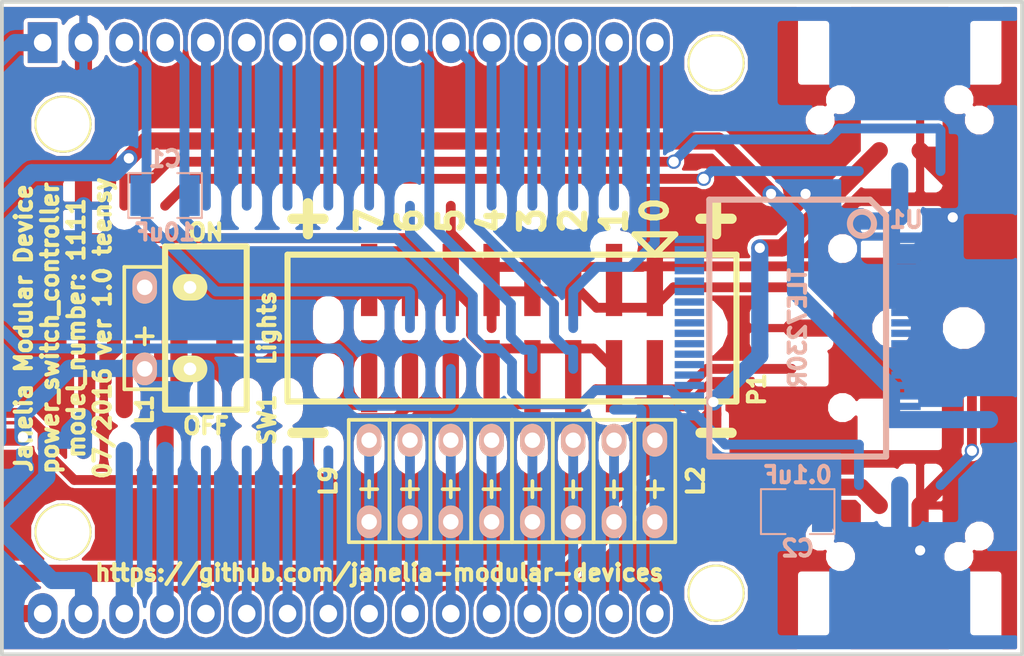
<source format=kicad_pcb>
(kicad_pcb (version 4) (host pcbnew 4.1.0-alpha+201607200716+6988~46~ubuntu16.04.1-product)

  (general
    (links 54)
    (no_connects 49)
    (area 59.575699 79.260699 137.274301 120.129301)
    (thickness 1.6)
    (drawings 19)
    (tracks 328)
    (zones 0)
    (modules 15)
    (nets 19)
  )

  (page A4)
  (title_block
    (title power_switch_controller_teensy)
    (rev 1.0)
  )

  (layers
    (0 F.Cu signal hide)
    (31 B.Cu signal hide)
    (32 B.Adhes user)
    (33 F.Adhes user)
    (34 B.Paste user)
    (35 F.Paste user)
    (36 B.SilkS user)
    (37 F.SilkS user)
    (38 B.Mask user)
    (39 F.Mask user)
    (40 Dwgs.User user)
    (41 Cmts.User user)
    (42 Eco1.User user)
    (43 Eco2.User user)
    (44 Edge.Cuts user)
    (45 Margin user)
    (46 B.CrtYd user)
    (47 F.CrtYd user)
    (48 B.Fab user)
    (49 F.Fab user)
  )

  (setup
    (last_trace_width 0.25)
    (trace_clearance 0.2)
    (zone_clearance 0.2032)
    (zone_45_only no)
    (trace_min 0.2)
    (segment_width 0.2)
    (edge_width 0.2286)
    (via_size 0.6)
    (via_drill 0.4)
    (via_min_size 0.4)
    (via_min_drill 0.3)
    (uvia_size 0.3)
    (uvia_drill 0.1)
    (uvias_allowed no)
    (uvia_min_size 0)
    (uvia_min_drill 0)
    (pcb_text_width 0.3)
    (pcb_text_size 1.5 1.5)
    (mod_edge_width 0.15)
    (mod_text_size 1 1)
    (mod_text_width 0.15)
    (pad_size 1.524 1.524)
    (pad_drill 0.762)
    (pad_to_mask_clearance 0.2)
    (aux_axis_origin 0 0)
    (visible_elements FFFFFF7F)
    (pcbplotparams
      (layerselection 0x000f0_ffffffff)
      (usegerberextensions true)
      (excludeedgelayer false)
      (linewidth 0.100000)
      (plotframeref false)
      (viasonmask false)
      (mode 1)
      (useauxorigin false)
      (hpglpennumber 1)
      (hpglpenspeed 20)
      (hpglpendiameter 15)
      (psnegative false)
      (psa4output false)
      (plotreference true)
      (plotvalue true)
      (plotinvisibletext false)
      (padsonsilk false)
      (subtractmaskfromsilk true)
      (outputformat 1)
      (mirror false)
      (drillshape 0)
      (scaleselection 1)
      (outputdirectory gerbers/))
  )

  (net 0 "")
  (net 1 GND)
  (net 2 VDD)
  (net 3 VEE)
  (net 4 /LED_PWR)
  (net 5 /OUT0)
  (net 6 /OUT1)
  (net 7 /OUT2)
  (net 8 /OUT3)
  (net 9 /OUT4)
  (net 10 /OUT5)
  (net 11 /OUT6)
  (net 12 /OUT7)
  (net 13 /RESET)
  (net 14 /PWM)
  (net 15 /CS)
  (net 16 /MOSI)
  (net 17 /MISO)
  (net 18 /SCK)

  (net_class Default "This is the default net class."
    (clearance 0.2)
    (trace_width 0.25)
    (via_dia 0.6)
    (via_drill 0.4)
    (uvia_dia 0.3)
    (uvia_drill 0.1)
    (add_net /CS)
    (add_net /LED_PWR)
    (add_net /MISO)
    (add_net /MOSI)
    (add_net /OUT0)
    (add_net /OUT1)
    (add_net /OUT2)
    (add_net /OUT3)
    (add_net /OUT4)
    (add_net /OUT5)
    (add_net /OUT6)
    (add_net /OUT7)
    (add_net /PWM)
    (add_net /RESET)
    (add_net /SCK)
  )

  (net_class Power ""
    (clearance 0.254)
    (trace_width 1.0668)
    (via_dia 0.889)
    (via_drill 0.635)
    (uvia_dia 0.508)
    (uvia_drill 0.127)
    (add_net GND)
    (add_net VDD)
    (add_net VEE)
  )

  (net_class Signal ""
    (clearance 0.1016)
    (trace_width 0.6096)
    (via_dia 0.889)
    (via_drill 0.635)
    (uvia_dia 0.508)
    (uvia_drill 0.127)
  )

  (module power_switch_controller_teensy:MODULAR_DEVICE_TEENSY (layer F.Cu) (tedit 57728CF4) (tstamp 57714B7B)
    (at 95.25 99.695)
    (path /578F97F5)
    (fp_text reference MDT1 (at 0 0) (layer F.SilkS) hide
      (effects (font (size 1.016 1.016) (thickness 0.254)))
    )
    (fp_text value MODULAR_DEVICE_TEENSY_MALE (at 0 2.54) (layer F.SilkS) hide
      (effects (font (thickness 0.3048)))
    )
    (fp_line (start -21.59 -20.32) (end -21.59 20.32) (layer F.SilkS) (width 0.2286))
    (fp_line (start -21.59 20.32) (end 41.91 20.32) (layer F.SilkS) (width 0.2286))
    (fp_line (start 41.91 20.32) (end 41.91 -20.32) (layer F.SilkS) (width 0.2286))
    (fp_line (start 41.91 -20.32) (end -21.59 -20.32) (layer F.SilkS) (width 0.2286))
    (pad GND thru_hole oval (at -16.51 -17.78) (size 1.8542 2.54) (drill 1.0922) (layers *.Cu *.Mask)
      (net 1 GND))
    (pad 24 thru_hole oval (at -13.97 -17.78) (size 1.8542 2.54) (drill 1.0922) (layers *.Cu *.Mask))
    (pad VDD thru_hole rect (at -19.05 -17.78) (size 1.8542 2.54) (drill 1.0922) (layers *.Cu *.Mask)
      (net 2 VDD))
    (pad 25 thru_hole oval (at -11.43 -17.78) (size 1.8542 2.54) (drill 1.0922) (layers *.Cu *.Mask))
    (pad 2 thru_hole oval (at -8.89 -17.78) (size 1.8542 2.54) (drill 1.0922) (layers *.Cu *.Mask)
      (net 13 /RESET))
    (pad 3 thru_hole oval (at -6.35 -17.78) (size 1.8542 2.54) (drill 1.0922) (layers *.Cu *.Mask)
      (net 14 /PWM))
    (pad 4 thru_hole oval (at -3.81 -17.78) (size 1.8542 2.54) (drill 1.0922) (layers *.Cu *.Mask))
    (pad 5 thru_hole oval (at -1.27 -17.78) (size 1.8542 2.54) (drill 1.0922) (layers *.Cu *.Mask))
    (pad 6 thru_hole oval (at 1.27 -17.78) (size 1.8542 2.54) (drill 1.0922) (layers *.Cu *.Mask))
    (pad 30 thru_hole oval (at 3.81 -17.78) (size 1.8542 2.54) (drill 1.0922) (layers *.Cu *.Mask))
    (pad 29 thru_hole oval (at 6.35 -17.78) (size 1.8542 2.54) (drill 1.0922) (layers *.Cu *.Mask))
    (pad 9 thru_hole oval (at 8.89 -17.78) (size 1.8542 2.54) (drill 1.0922) (layers *.Cu *.Mask))
    (pad 10 thru_hole oval (at 11.43 -17.78) (size 1.8542 2.54) (drill 1.0922) (layers *.Cu *.Mask)
      (net 15 /CS))
    (pad 11 thru_hole oval (at 13.97 -17.78) (size 1.8542 2.54) (drill 1.0922) (layers *.Cu *.Mask)
      (net 16 /MOSI))
    (pad 12 thru_hole oval (at 16.51 -17.78) (size 1.8542 2.54) (drill 1.0922) (layers *.Cu *.Mask)
      (net 17 /MISO))
    (pad 28 thru_hole oval (at 19.05 -17.78) (size 1.8542 2.54) (drill 1.0922) (layers *.Cu *.Mask))
    (pad DAC thru_hole oval (at 19.05 17.78) (size 1.8542 2.54) (drill 1.0922) (layers *.Cu *.Mask))
    (pad 13 thru_hole oval (at 16.51 17.78) (size 1.8542 2.54) (drill 1.0922) (layers *.Cu *.Mask)
      (net 18 /SCK))
    (pad 14 thru_hole oval (at 13.97 17.78) (size 1.8542 2.54) (drill 1.0922) (layers *.Cu *.Mask))
    (pad 15 thru_hole oval (at 11.43 17.78) (size 1.8542 2.54) (drill 1.0922) (layers *.Cu *.Mask))
    (pad 16 thru_hole oval (at 8.89 17.78) (size 1.8542 2.54) (drill 1.0922) (layers *.Cu *.Mask))
    (pad 17 thru_hole oval (at 6.35 17.78) (size 1.8542 2.54) (drill 1.0922) (layers *.Cu *.Mask))
    (pad 18 thru_hole oval (at 3.81 17.78) (size 1.8542 2.54) (drill 1.0922) (layers *.Cu *.Mask))
    (pad 19 thru_hole oval (at 1.27 17.78) (size 1.8542 2.54) (drill 1.0922) (layers *.Cu *.Mask))
    (pad 20 thru_hole oval (at -1.27 17.78) (size 1.8542 2.54) (drill 1.0922) (layers *.Cu *.Mask))
    (pad 21 thru_hole oval (at -3.81 17.78) (size 1.8542 2.54) (drill 1.0922) (layers *.Cu *.Mask))
    (pad 22 thru_hole oval (at -6.35 17.78) (size 1.8542 2.54) (drill 1.0922) (layers *.Cu *.Mask))
    (pad 23 thru_hole oval (at -8.89 17.78) (size 1.8542 2.54) (drill 1.0922) (layers *.Cu *.Mask))
    (pad 3V3 thru_hole oval (at -11.43 17.78) (size 1.8542 2.54) (drill 1.0922) (layers *.Cu *.Mask))
    (pad AGND thru_hole oval (at -13.97 17.78) (size 1.8542 2.54) (drill 1.0922) (layers *.Cu *.Mask))
    (pad VEE thru_hole oval (at -16.51 17.78) (size 1.8542 2.54) (drill 1.0922) (layers *.Cu *.Mask)
      (net 3 VEE))
    (pad AREF thru_hole oval (at -19.05 17.78) (size 1.8542 2.54) (drill 1.0922) (layers *.Cu *.Mask))
    (pad "" thru_hole circle (at -17.78 -12.7) (size 3.556 3.556) (drill 3.302) (layers *.Cu *.Mask F.SilkS))
    (pad "" thru_hole circle (at -17.78 12.7) (size 3.556 3.556) (drill 3.302) (layers *.Cu *.Mask F.SilkS))
    (pad "" thru_hole circle (at 22.86 16.51) (size 3.556 3.556) (drill 3.302) (layers *.Cu *.Mask F.SilkS))
    (pad "" thru_hole circle (at 22.86 -16.51) (size 3.556 3.556) (drill 3.302) (layers *.Cu *.Mask F.SilkS))
  )

  (module power_switch_controller_teensy:SM1210 (layer B.Cu) (tedit 5481F170) (tstamp 5751D183)
    (at 83.82 91.44 180)
    (tags "CMS SM")
    (path /578FA17B)
    (attr smd)
    (fp_text reference C1 (at 0 2.286 180) (layer B.SilkS)
      (effects (font (size 1.016 1.016) (thickness 0.254)) (justify mirror))
    )
    (fp_text value 10uF (at 0 -2.286 180) (layer B.SilkS)
      (effects (font (size 1.016 1.016) (thickness 0.254)) (justify mirror))
    )
    (fp_line (start -0.762 1.397) (end -2.286 1.397) (layer B.SilkS) (width 0.127))
    (fp_line (start -2.286 1.397) (end -2.286 -1.397) (layer B.SilkS) (width 0.127))
    (fp_line (start -2.286 -1.397) (end -0.762 -1.397) (layer B.SilkS) (width 0.127))
    (fp_line (start 0.762 -1.397) (end 2.286 -1.397) (layer B.SilkS) (width 0.127))
    (fp_line (start 2.286 -1.397) (end 2.286 1.397) (layer B.SilkS) (width 0.127))
    (fp_line (start 2.286 1.397) (end 0.762 1.397) (layer B.SilkS) (width 0.127))
    (pad 1 smd rect (at -1.524 0 180) (size 1.27 2.54) (layers B.Cu B.Paste B.Mask)
      (net 2 VDD))
    (pad 2 smd rect (at 1.524 0 180) (size 1.27 2.54) (layers B.Cu B.Paste B.Mask)
      (net 1 GND))
    (model smd/chip_cms.wrl
      (at (xyz 0 0 0))
      (scale (xyz 0.17 0.2 0.17))
      (rotate (xyz 0 0 0))
    )
  )

  (module power_switch_controller_teensy:SM1210 (layer B.Cu) (tedit 5481F170) (tstamp 5751D18F)
    (at 123.19 111.125)
    (tags "CMS SM")
    (path /578D3F4C)
    (attr smd)
    (fp_text reference C2 (at 0 2.286) (layer B.SilkS)
      (effects (font (size 1.016 1.016) (thickness 0.254)) (justify mirror))
    )
    (fp_text value 0.1uF (at 0 -2.286) (layer B.SilkS)
      (effects (font (size 1.016 1.016) (thickness 0.254)) (justify mirror))
    )
    (fp_line (start -0.762 1.397) (end -2.286 1.397) (layer B.SilkS) (width 0.127))
    (fp_line (start -2.286 1.397) (end -2.286 -1.397) (layer B.SilkS) (width 0.127))
    (fp_line (start -2.286 -1.397) (end -0.762 -1.397) (layer B.SilkS) (width 0.127))
    (fp_line (start 0.762 -1.397) (end 2.286 -1.397) (layer B.SilkS) (width 0.127))
    (fp_line (start 2.286 -1.397) (end 2.286 1.397) (layer B.SilkS) (width 0.127))
    (fp_line (start 2.286 1.397) (end 0.762 1.397) (layer B.SilkS) (width 0.127))
    (pad 1 smd rect (at -1.524 0) (size 1.27 2.54) (layers B.Cu B.Paste B.Mask)
      (net 3 VEE))
    (pad 2 smd rect (at 1.524 0) (size 1.27 2.54) (layers B.Cu B.Paste B.Mask)
      (net 1 GND))
    (model smd/chip_cms.wrl
      (at (xyz 0 0 0))
      (scale (xyz 0.17 0.2 0.17))
      (rotate (xyz 0 0 0))
    )
  )

  (module power_switch_controller_teensy:LED_555-3XXX (layer F.Cu) (tedit 578FC60A) (tstamp 578F9934)
    (at 82.55 99.695 180)
    (path /578D4B9A)
    (fp_text reference L1 (at 0 -5.08 450) (layer F.SilkS)
      (effects (font (size 1.016 1.016) (thickness 0.254)))
    )
    (fp_text value LED_24V (at 0 4.826 180) (layer F.SilkS) hide
      (effects (font (size 1.016 1.016) (thickness 0.254)))
    )
    (fp_line (start -0.508 -0.508) (end 0.508 -0.508) (layer F.SilkS) (width 0.2286))
    (fp_line (start 0 0) (end 0 -1.016) (layer F.SilkS) (width 0.2286))
    (fp_line (start -1.27 -3.81) (end 1.27 -3.81) (layer F.SilkS) (width 0.2286))
    (fp_line (start 1.27 -3.81) (end 1.27 3.81) (layer F.SilkS) (width 0.2286))
    (fp_line (start 1.27 3.81) (end -1.27 3.81) (layer F.SilkS) (width 0.2286))
    (fp_line (start -1.27 3.81) (end -1.27 -3.81) (layer F.SilkS) (width 0.2286))
    (pad 1 thru_hole oval (at 0 -2.54 180) (size 1.524 2.032) (drill 0.9652) (layers *.Cu *.SilkS *.Mask)
      (net 4 /LED_PWR))
    (pad 2 thru_hole oval (at 0 2.54 180) (size 1.524 2.032) (drill 0.9652) (layers *.Cu *.SilkS *.Mask)
      (net 1 GND))
  )

  (module power_switch_controller_teensy:LED_555-3XXX (layer F.Cu) (tedit 578FC2C3) (tstamp 578F9940)
    (at 114.3 109.22 180)
    (path /578D474F)
    (fp_text reference L2 (at -2.54 0 450) (layer F.SilkS)
      (effects (font (size 1.016 1.016) (thickness 0.254)))
    )
    (fp_text value LED_24V (at 0 4.826 180) (layer F.SilkS) hide
      (effects (font (size 1.016 1.016) (thickness 0.254)))
    )
    (fp_line (start -0.508 -0.508) (end 0.508 -0.508) (layer F.SilkS) (width 0.2286))
    (fp_line (start 0 0) (end 0 -1.016) (layer F.SilkS) (width 0.2286))
    (fp_line (start -1.27 -3.81) (end 1.27 -3.81) (layer F.SilkS) (width 0.2286))
    (fp_line (start 1.27 -3.81) (end 1.27 3.81) (layer F.SilkS) (width 0.2286))
    (fp_line (start 1.27 3.81) (end -1.27 3.81) (layer F.SilkS) (width 0.2286))
    (fp_line (start -1.27 3.81) (end -1.27 -3.81) (layer F.SilkS) (width 0.2286))
    (pad 1 thru_hole oval (at 0 -2.54 180) (size 1.524 2.032) (drill 0.9652) (layers *.Cu *.SilkS *.Mask)
      (net 4 /LED_PWR))
    (pad 2 thru_hole oval (at 0 2.54 180) (size 1.524 2.032) (drill 0.9652) (layers *.Cu *.SilkS *.Mask)
      (net 5 /OUT0))
  )

  (module power_switch_controller_teensy:LED_555-3XXX (layer F.Cu) (tedit 578FC2D0) (tstamp 578F994C)
    (at 111.76 109.22 180)
    (path /578D495D)
    (fp_text reference L3 (at 0 -5.842 270) (layer F.SilkS) hide
      (effects (font (size 1.016 1.016) (thickness 0.254)))
    )
    (fp_text value LED_24V (at 0 4.826 180) (layer F.SilkS) hide
      (effects (font (size 1.016 1.016) (thickness 0.254)))
    )
    (fp_line (start -0.508 -0.508) (end 0.508 -0.508) (layer F.SilkS) (width 0.2286))
    (fp_line (start 0 0) (end 0 -1.016) (layer F.SilkS) (width 0.2286))
    (fp_line (start -1.27 -3.81) (end 1.27 -3.81) (layer F.SilkS) (width 0.2286))
    (fp_line (start 1.27 -3.81) (end 1.27 3.81) (layer F.SilkS) (width 0.2286))
    (fp_line (start 1.27 3.81) (end -1.27 3.81) (layer F.SilkS) (width 0.2286))
    (fp_line (start -1.27 3.81) (end -1.27 -3.81) (layer F.SilkS) (width 0.2286))
    (pad 1 thru_hole oval (at 0 -2.54 180) (size 1.524 2.032) (drill 0.9652) (layers *.Cu *.SilkS *.Mask)
      (net 4 /LED_PWR))
    (pad 2 thru_hole oval (at 0 2.54 180) (size 1.524 2.032) (drill 0.9652) (layers *.Cu *.SilkS *.Mask)
      (net 6 /OUT1))
  )

  (module power_switch_controller_teensy:LED_555-3XXX (layer F.Cu) (tedit 578FC2D6) (tstamp 578F9958)
    (at 109.22 109.22 180)
    (path /578D49BB)
    (fp_text reference L4 (at 0 -5.842 270) (layer F.SilkS) hide
      (effects (font (size 1.016 1.016) (thickness 0.254)))
    )
    (fp_text value LED_24V (at 0 4.826 180) (layer F.SilkS) hide
      (effects (font (size 1.016 1.016) (thickness 0.254)))
    )
    (fp_line (start -0.508 -0.508) (end 0.508 -0.508) (layer F.SilkS) (width 0.2286))
    (fp_line (start 0 0) (end 0 -1.016) (layer F.SilkS) (width 0.2286))
    (fp_line (start -1.27 -3.81) (end 1.27 -3.81) (layer F.SilkS) (width 0.2286))
    (fp_line (start 1.27 -3.81) (end 1.27 3.81) (layer F.SilkS) (width 0.2286))
    (fp_line (start 1.27 3.81) (end -1.27 3.81) (layer F.SilkS) (width 0.2286))
    (fp_line (start -1.27 3.81) (end -1.27 -3.81) (layer F.SilkS) (width 0.2286))
    (pad 1 thru_hole oval (at 0 -2.54 180) (size 1.524 2.032) (drill 0.9652) (layers *.Cu *.SilkS *.Mask)
      (net 4 /LED_PWR))
    (pad 2 thru_hole oval (at 0 2.54 180) (size 1.524 2.032) (drill 0.9652) (layers *.Cu *.SilkS *.Mask)
      (net 7 /OUT2))
  )

  (module power_switch_controller_teensy:LED_555-3XXX (layer F.Cu) (tedit 578FC2D9) (tstamp 578F9964)
    (at 106.68 109.22 180)
    (path /578D49F0)
    (fp_text reference L5 (at 0 -5.842 270) (layer F.SilkS) hide
      (effects (font (size 1.016 1.016) (thickness 0.254)))
    )
    (fp_text value LED_24V (at 0 4.826 180) (layer F.SilkS) hide
      (effects (font (size 1.016 1.016) (thickness 0.254)))
    )
    (fp_line (start -0.508 -0.508) (end 0.508 -0.508) (layer F.SilkS) (width 0.2286))
    (fp_line (start 0 0) (end 0 -1.016) (layer F.SilkS) (width 0.2286))
    (fp_line (start -1.27 -3.81) (end 1.27 -3.81) (layer F.SilkS) (width 0.2286))
    (fp_line (start 1.27 -3.81) (end 1.27 3.81) (layer F.SilkS) (width 0.2286))
    (fp_line (start 1.27 3.81) (end -1.27 3.81) (layer F.SilkS) (width 0.2286))
    (fp_line (start -1.27 3.81) (end -1.27 -3.81) (layer F.SilkS) (width 0.2286))
    (pad 1 thru_hole oval (at 0 -2.54 180) (size 1.524 2.032) (drill 0.9652) (layers *.Cu *.SilkS *.Mask)
      (net 4 /LED_PWR))
    (pad 2 thru_hole oval (at 0 2.54 180) (size 1.524 2.032) (drill 0.9652) (layers *.Cu *.SilkS *.Mask)
      (net 8 /OUT3))
  )

  (module power_switch_controller_teensy:LED_555-3XXX (layer F.Cu) (tedit 578FC2DD) (tstamp 578F9970)
    (at 104.14 109.22 180)
    (path /578D4A30)
    (fp_text reference L6 (at 0 -5.842 270) (layer F.SilkS) hide
      (effects (font (size 1.016 1.016) (thickness 0.254)))
    )
    (fp_text value LED_24V (at 0 4.826 180) (layer F.SilkS) hide
      (effects (font (size 1.016 1.016) (thickness 0.254)))
    )
    (fp_line (start -0.508 -0.508) (end 0.508 -0.508) (layer F.SilkS) (width 0.2286))
    (fp_line (start 0 0) (end 0 -1.016) (layer F.SilkS) (width 0.2286))
    (fp_line (start -1.27 -3.81) (end 1.27 -3.81) (layer F.SilkS) (width 0.2286))
    (fp_line (start 1.27 -3.81) (end 1.27 3.81) (layer F.SilkS) (width 0.2286))
    (fp_line (start 1.27 3.81) (end -1.27 3.81) (layer F.SilkS) (width 0.2286))
    (fp_line (start -1.27 3.81) (end -1.27 -3.81) (layer F.SilkS) (width 0.2286))
    (pad 1 thru_hole oval (at 0 -2.54 180) (size 1.524 2.032) (drill 0.9652) (layers *.Cu *.SilkS *.Mask)
      (net 4 /LED_PWR))
    (pad 2 thru_hole oval (at 0 2.54 180) (size 1.524 2.032) (drill 0.9652) (layers *.Cu *.SilkS *.Mask)
      (net 9 /OUT4))
  )

  (module power_switch_controller_teensy:LED_555-3XXX (layer F.Cu) (tedit 578FC2E2) (tstamp 578F997C)
    (at 101.6 109.22 180)
    (path /578D4A73)
    (fp_text reference L7 (at 0 -5.842 270) (layer F.SilkS) hide
      (effects (font (size 1.016 1.016) (thickness 0.254)))
    )
    (fp_text value LED_24V (at 0 4.826 180) (layer F.SilkS) hide
      (effects (font (size 1.016 1.016) (thickness 0.254)))
    )
    (fp_line (start -0.508 -0.508) (end 0.508 -0.508) (layer F.SilkS) (width 0.2286))
    (fp_line (start 0 0) (end 0 -1.016) (layer F.SilkS) (width 0.2286))
    (fp_line (start -1.27 -3.81) (end 1.27 -3.81) (layer F.SilkS) (width 0.2286))
    (fp_line (start 1.27 -3.81) (end 1.27 3.81) (layer F.SilkS) (width 0.2286))
    (fp_line (start 1.27 3.81) (end -1.27 3.81) (layer F.SilkS) (width 0.2286))
    (fp_line (start -1.27 3.81) (end -1.27 -3.81) (layer F.SilkS) (width 0.2286))
    (pad 1 thru_hole oval (at 0 -2.54 180) (size 1.524 2.032) (drill 0.9652) (layers *.Cu *.SilkS *.Mask)
      (net 4 /LED_PWR))
    (pad 2 thru_hole oval (at 0 2.54 180) (size 1.524 2.032) (drill 0.9652) (layers *.Cu *.SilkS *.Mask)
      (net 10 /OUT5))
  )

  (module power_switch_controller_teensy:LED_555-3XXX (layer F.Cu) (tedit 578FC2E6) (tstamp 578F9988)
    (at 99.06 109.22 180)
    (path /578D4AB5)
    (fp_text reference L8 (at 0 -5.842 270) (layer F.SilkS) hide
      (effects (font (size 1.016 1.016) (thickness 0.254)))
    )
    (fp_text value LED_24V (at 0 4.826 180) (layer F.SilkS) hide
      (effects (font (size 1.016 1.016) (thickness 0.254)))
    )
    (fp_line (start -0.508 -0.508) (end 0.508 -0.508) (layer F.SilkS) (width 0.2286))
    (fp_line (start 0 0) (end 0 -1.016) (layer F.SilkS) (width 0.2286))
    (fp_line (start -1.27 -3.81) (end 1.27 -3.81) (layer F.SilkS) (width 0.2286))
    (fp_line (start 1.27 -3.81) (end 1.27 3.81) (layer F.SilkS) (width 0.2286))
    (fp_line (start 1.27 3.81) (end -1.27 3.81) (layer F.SilkS) (width 0.2286))
    (fp_line (start -1.27 3.81) (end -1.27 -3.81) (layer F.SilkS) (width 0.2286))
    (pad 1 thru_hole oval (at 0 -2.54 180) (size 1.524 2.032) (drill 0.9652) (layers *.Cu *.SilkS *.Mask)
      (net 4 /LED_PWR))
    (pad 2 thru_hole oval (at 0 2.54 180) (size 1.524 2.032) (drill 0.9652) (layers *.Cu *.SilkS *.Mask)
      (net 11 /OUT6))
  )

  (module power_switch_controller_teensy:LED_555-3XXX (layer F.Cu) (tedit 578FC2CA) (tstamp 578F9994)
    (at 96.52 109.22 180)
    (path /578D4AF6)
    (fp_text reference L9 (at 2.54 0 450) (layer F.SilkS)
      (effects (font (size 1.016 1.016) (thickness 0.254)))
    )
    (fp_text value LED_24V (at 0 4.826 180) (layer F.SilkS) hide
      (effects (font (size 1.016 1.016) (thickness 0.254)))
    )
    (fp_line (start -0.508 -0.508) (end 0.508 -0.508) (layer F.SilkS) (width 0.2286))
    (fp_line (start 0 0) (end 0 -1.016) (layer F.SilkS) (width 0.2286))
    (fp_line (start -1.27 -3.81) (end 1.27 -3.81) (layer F.SilkS) (width 0.2286))
    (fp_line (start 1.27 -3.81) (end 1.27 3.81) (layer F.SilkS) (width 0.2286))
    (fp_line (start 1.27 3.81) (end -1.27 3.81) (layer F.SilkS) (width 0.2286))
    (fp_line (start -1.27 3.81) (end -1.27 -3.81) (layer F.SilkS) (width 0.2286))
    (pad 1 thru_hole oval (at 0 -2.54 180) (size 1.524 2.032) (drill 0.9652) (layers *.Cu *.SilkS *.Mask)
      (net 4 /LED_PWR))
    (pad 2 thru_hole oval (at 0 2.54 180) (size 1.524 2.032) (drill 0.9652) (layers *.Cu *.SilkS *.Mask)
      (net 12 /OUT7))
  )

  (module power_switch_controller_teensy:HEADER_02x08_SMD (layer F.Cu) (tedit 578FC7D1) (tstamp 578F9995)
    (at 105.41 99.695)
    (path /578D30F0)
    (fp_text reference P1 (at 15.24 3.81 90) (layer F.SilkS)
      (effects (font (size 1.016 1.016) (thickness 0.254)))
    )
    (fp_text value HEADER_02X08_SMD (at 0 6.35) (layer F.SilkS) hide
      (effects (font (size 1.016 1.016) (thickness 0.254)))
    )
    (fp_line (start 13.97 -4.572) (end -13.97 -4.572) (layer F.SilkS) (width 0.381))
    (fp_line (start -13.97 -4.572) (end -13.97 4.572) (layer F.SilkS) (width 0.381))
    (fp_line (start -13.97 4.572) (end 13.97 4.572) (layer F.SilkS) (width 0.381))
    (fp_line (start 13.97 -4.572) (end 13.97 4.572) (layer F.SilkS) (width 0.381))
    (fp_line (start 8.89 -4.572) (end 10.16 -5.842) (layer F.SilkS) (width 0.381))
    (fp_line (start 10.16 -5.842) (end 7.62 -5.842) (layer F.SilkS) (width 0.381))
    (fp_line (start 7.62 -5.842) (end 8.89 -4.572) (layer F.SilkS) (width 0.381))
    (pad 1 smd rect (at 8.89 -2.9972) (size 1.016 4.4958) (layers F.Cu F.Paste F.Mask)
      (net 2 VDD))
    (pad 2 smd rect (at 8.89 2.9972) (size 1.016 4.4958) (layers F.Cu F.Paste F.Mask)
      (net 5 /OUT0))
    (pad 3 smd rect (at 6.35 -2.9972) (size 1.016 4.4958) (layers F.Cu F.Paste F.Mask)
      (net 2 VDD))
    (pad 4 smd rect (at 6.35 2.9972) (size 1.016 4.4958) (layers F.Cu F.Paste F.Mask)
      (net 6 /OUT1))
    (pad 5 smd rect (at 3.81 -2.9972) (size 1.016 4.4958) (layers F.Cu F.Paste F.Mask)
      (net 2 VDD))
    (pad 6 smd rect (at 3.81 2.9972) (size 1.016 4.4958) (layers F.Cu F.Paste F.Mask)
      (net 7 /OUT2))
    (pad 7 smd rect (at 1.27 -2.9972) (size 1.016 4.4958) (layers F.Cu F.Paste F.Mask)
      (net 2 VDD))
    (pad 8 smd rect (at 1.27 2.9972) (size 1.016 4.4958) (layers F.Cu F.Paste F.Mask)
      (net 8 /OUT3))
    (pad 9 smd rect (at -1.27 -2.9972) (size 1.016 4.4958) (layers F.Cu F.Paste F.Mask)
      (net 2 VDD))
    (pad 10 smd rect (at -1.27 2.9972) (size 1.016 4.4958) (layers F.Cu F.Paste F.Mask)
      (net 9 /OUT4))
    (pad 11 smd rect (at -3.81 -2.9972) (size 1.016 4.4958) (layers F.Cu F.Paste F.Mask)
      (net 2 VDD))
    (pad 12 smd rect (at -3.81 2.9972) (size 1.016 4.4958) (layers F.Cu F.Paste F.Mask)
      (net 10 /OUT5))
    (pad 13 smd rect (at -6.35 -2.9972) (size 1.016 4.4958) (layers F.Cu F.Paste F.Mask)
      (net 2 VDD))
    (pad 14 smd rect (at -6.35 2.9972) (size 1.016 4.4958) (layers F.Cu F.Paste F.Mask)
      (net 11 /OUT6))
    (pad 15 smd rect (at -8.89 -2.9972) (size 1.016 4.4958) (layers F.Cu F.Paste F.Mask)
      (net 2 VDD))
    (pad 16 smd rect (at -8.89 2.9972) (size 1.016 4.4958) (layers F.Cu F.Paste F.Mask)
      (net 12 /OUT7))
  )

  (module power_switch_controller_teensy:SPST_SLIDE_AS (layer F.Cu) (tedit 578FC5FA) (tstamp 578F99AF)
    (at 86.36 99.695)
    (path /578D4BFB)
    (fp_text reference SW1 (at 3.81 5.715 90) (layer F.SilkS)
      (effects (font (size 1.016 1.016) (thickness 0.254)))
    )
    (fp_text value SPST_SLIDE_AS (at 3.81 0 90) (layer F.SilkS) hide
      (effects (font (size 1.016 1.016) (thickness 0.254)))
    )
    (fp_text user OFF (at 0 6.096) (layer F.SilkS)
      (effects (font (size 1.016 1.016) (thickness 0.254)))
    )
    (fp_text user ON (at 0 -5.969) (layer F.SilkS)
      (effects (font (size 1.016 1.016) (thickness 0.254)))
    )
    (fp_line (start -2.54 -5.08) (end 2.54 -5.08) (layer F.SilkS) (width 0.381))
    (fp_line (start 2.54 -5.08) (end 2.54 5.08) (layer F.SilkS) (width 0.381))
    (fp_line (start 2.54 5.08) (end -2.54 5.08) (layer F.SilkS) (width 0.381))
    (fp_line (start -2.54 5.08) (end -2.54 -5.08) (layer F.SilkS) (width 0.381))
    (pad 1 thru_hole oval (at -0.9906 -2.54) (size 2.159 1.651) (drill 0.7874) (layers *.Cu *.Mask F.SilkS)
      (net 2 VDD))
    (pad 3 thru_hole oval (at -0.9906 2.54) (size 2.159 1.651) (drill 0.7874) (layers *.Cu *.Mask F.SilkS)
      (net 4 /LED_PWR))
  )

  (module power_switch_controller_teensy:PG-DSO-36 (layer B.Cu) (tedit 56D850C7) (tstamp 578F99E7)
    (at 123.19 99.695 270)
    (path /578D35FA)
    (fp_text reference U1 (at -6.75 -6.75 540) (layer B.SilkS)
      (effects (font (size 1.016 1.016) (thickness 0.254)) (justify mirror))
    )
    (fp_text value TLE7230R (at 0 0 450) (layer B.SilkS)
      (effects (font (size 1.016 1.016) (thickness 0.254)) (justify mirror))
    )
    (fp_circle (center -6.5 -4) (end -6.5 -3.25) (layer B.SilkS) (width 0.381))
    (fp_line (start -7 -5.5) (end 8 -5.5) (layer B.SilkS) (width 0.381))
    (fp_line (start 8 -5.5) (end 8 5.5) (layer B.SilkS) (width 0.381))
    (fp_line (start 8 5.5) (end -8 5.5) (layer B.SilkS) (width 0.381))
    (fp_line (start -8 5.5) (end -8 -4.5) (layer B.SilkS) (width 0.381))
    (fp_line (start -8 -4.5) (end -7 -5.5) (layer B.SilkS) (width 0.381))
    (pad 1 smd rect (at -5.525 -6.74 270) (size 0.45 1.83) (layers B.Cu B.Paste B.Mask)
      (net 1 GND) (solder_mask_margin 0.05) (clearance 0.05))
    (pad 2 smd rect (at -4.875 -6.74 270) (size 0.45 1.83) (layers B.Cu B.Paste B.Mask)
      (solder_mask_margin 0.05) (clearance 0.05))
    (pad 3 smd rect (at -4.225 -6.74 270) (size 0.45 1.83) (layers B.Cu B.Paste B.Mask)
      (solder_mask_margin 0.05) (clearance 0.05))
    (pad 4 smd rect (at -3.575 -6.74 270) (size 0.45 1.83) (layers B.Cu B.Paste B.Mask)
      (net 5 /OUT0) (solder_mask_margin 0.05) (clearance 0.05))
    (pad 5 smd rect (at -2.925 -6.74 270) (size 0.45 1.83) (layers B.Cu B.Paste B.Mask)
      (net 6 /OUT1) (solder_mask_margin 0.05) (clearance 0.05))
    (pad 6 smd rect (at -2.275 -6.74 270) (size 0.45 1.83) (layers B.Cu B.Paste B.Mask)
      (net 3 VEE) (solder_mask_margin 0.05) (clearance 0.05))
    (pad 7 smd rect (at -1.625 -6.74 270) (size 0.45 1.83) (layers B.Cu B.Paste B.Mask)
      (net 3 VEE) (solder_mask_margin 0.05) (clearance 0.05))
    (pad 8 smd rect (at -0.975 -6.74 270) (size 0.45 1.83) (layers B.Cu B.Paste B.Mask)
      (net 3 VEE) (solder_mask_margin 0.05) (clearance 0.05))
    (pad 9 smd rect (at -0.325 -6.74 270) (size 0.45 1.83) (layers B.Cu B.Paste B.Mask)
      (net 13 /RESET) (solder_mask_margin 0.05) (clearance 0.05))
    (pad 10 smd rect (at 0.325 -6.74 270) (size 0.45 1.83) (layers B.Cu B.Paste B.Mask)
      (net 15 /CS) (solder_mask_margin 0.05) (clearance 0.05))
    (pad 11 smd rect (at 0.975 -6.74 270) (size 0.45 1.83) (layers B.Cu B.Paste B.Mask)
      (solder_mask_margin 0.05) (clearance 0.05))
    (pad 12 smd rect (at 1.625 -6.74 270) (size 0.45 1.83) (layers B.Cu B.Paste B.Mask)
      (net 3 VEE) (solder_mask_margin 0.05) (clearance 0.05))
    (pad 13 smd rect (at 2.275 -6.74 270) (size 0.45 1.83) (layers B.Cu B.Paste B.Mask)
      (net 14 /PWM) (solder_mask_margin 0.05) (clearance 0.05))
    (pad 14 smd rect (at 2.925 -6.74 270) (size 0.45 1.83) (layers B.Cu B.Paste B.Mask)
      (net 7 /OUT2) (solder_mask_margin 0.05) (clearance 0.05))
    (pad 15 smd rect (at 3.575 -6.74 270) (size 0.45 1.83) (layers B.Cu B.Paste B.Mask)
      (net 8 /OUT3) (solder_mask_margin 0.05) (clearance 0.05))
    (pad 16 smd rect (at 4.225 -6.74 270) (size 0.45 1.83) (layers B.Cu B.Paste B.Mask)
      (solder_mask_margin 0.05) (clearance 0.05))
    (pad 17 smd rect (at 4.875 -6.74 270) (size 0.45 1.83) (layers B.Cu B.Paste B.Mask)
      (solder_mask_margin 0.05) (clearance 0.05))
    (pad 18 smd rect (at 5.525 -6.74 270) (size 0.45 1.83) (layers B.Cu B.Paste B.Mask)
      (net 1 GND) (solder_mask_margin 0.05) (clearance 0.05))
    (pad 19 smd rect (at 5.525 6.74 270) (size 0.45 1.83) (layers B.Cu B.Paste B.Mask)
      (net 1 GND) (solder_mask_margin 0.05) (clearance 0.05))
    (pad 20 smd rect (at 4.875 6.74 270) (size 0.45 1.83) (layers B.Cu B.Paste B.Mask)
      (solder_mask_margin 0.05) (clearance 0.05))
    (pad 21 smd rect (at 4.225 6.74 270) (size 0.45 1.83) (layers B.Cu B.Paste B.Mask)
      (solder_mask_margin 0.05) (clearance 0.05))
    (pad 22 smd rect (at 3.575 6.74 270) (size 0.45 1.83) (layers B.Cu B.Paste B.Mask)
      (net 9 /OUT4) (solder_mask_margin 0.05) (clearance 0.05))
    (pad 23 smd rect (at 2.925 6.74 270) (size 0.45 1.83) (layers B.Cu B.Paste B.Mask)
      (net 10 /OUT5) (solder_mask_margin 0.05) (clearance 0.05))
    (pad 24 smd rect (at 2.275 6.74 270) (size 0.45 1.83) (layers B.Cu B.Paste B.Mask)
      (solder_mask_margin 0.05) (clearance 0.05))
    (pad 25 smd rect (at 1.625 6.74 270) (size 0.45 1.83) (layers B.Cu B.Paste B.Mask)
      (net 3 VEE) (solder_mask_margin 0.05) (clearance 0.05))
    (pad 26 smd rect (at 0.975 6.74 270) (size 0.45 1.83) (layers B.Cu B.Paste B.Mask)
      (solder_mask_margin 0.05) (clearance 0.05))
    (pad 27 smd rect (at 0.325 6.74 270) (size 0.45 1.83) (layers B.Cu B.Paste B.Mask)
      (net 17 /MISO) (solder_mask_margin 0.05) (clearance 0.05))
    (pad 28 smd rect (at -0.325 6.74 270) (size 0.45 1.83) (layers B.Cu B.Paste B.Mask)
      (net 18 /SCK) (solder_mask_margin 0.05) (clearance 0.05))
    (pad 29 smd rect (at -0.975 6.74 270) (size 0.45 1.83) (layers B.Cu B.Paste B.Mask)
      (net 16 /MOSI) (solder_mask_margin 0.05) (clearance 0.05))
    (pad 30 smd rect (at -1.625 6.74 270) (size 0.45 1.83) (layers B.Cu B.Paste B.Mask)
      (solder_mask_margin 0.05) (clearance 0.05))
    (pad 31 smd rect (at -2.275 6.74 270) (size 0.45 1.83) (layers B.Cu B.Paste B.Mask)
      (solder_mask_margin 0.05) (clearance 0.05))
    (pad 32 smd rect (at -2.925 6.74 270) (size 0.45 1.83) (layers B.Cu B.Paste B.Mask)
      (net 11 /OUT6) (solder_mask_margin 0.05) (clearance 0.05))
    (pad 33 smd rect (at -3.575 6.74 270) (size 0.45 1.83) (layers B.Cu B.Paste B.Mask)
      (net 12 /OUT7) (solder_mask_margin 0.05) (clearance 0.05))
    (pad 34 smd rect (at -4.225 6.74 270) (size 0.45 1.83) (layers B.Cu B.Paste B.Mask)
      (solder_mask_margin 0.05) (clearance 0.05))
    (pad 35 smd rect (at -4.875 6.74 270) (size 0.45 1.83) (layers B.Cu B.Paste B.Mask)
      (solder_mask_margin 0.05) (clearance 0.05))
    (pad 36 smd rect (at -5.525 6.74 270) (size 0.45 1.83) (layers B.Cu B.Paste B.Mask)
      (net 1 GND) (solder_mask_margin 0.05) (clearance 0.05))
  )

  (gr_text https://github.com/janelia-modular-devices (at 97.155 114.935) (layer F.SilkS)
    (effects (font (size 1.016 1.016) (thickness 0.254)))
  )
  (gr_text - (at 118.11 106.045) (layer F.SilkS)
    (effects (font (size 2.54 2.54) (thickness 0.635)))
  )
  (gr_text - (at 92.71 106.045) (layer F.SilkS)
    (effects (font (size 2.54 2.54) (thickness 0.635)))
  )
  (gr_text + (at 92.71 92.71) (layer F.SilkS)
    (effects (font (size 2.54 2.54) (thickness 0.635)))
  )
  (gr_text + (at 118.11 92.71) (layer F.SilkS)
    (effects (font (size 2.54 2.54) (thickness 0.635)))
  )
  (gr_text Lights (at 90.17 99.695 90) (layer F.SilkS)
    (effects (font (size 1.016 1.016) (thickness 0.254)))
  )
  (gr_text 7 (at 96.52 93.98 90) (layer F.SilkS)
    (effects (font (thickness 0.381)) (justify left))
  )
  (gr_text 6 (at 99.06 93.98 90) (layer F.SilkS)
    (effects (font (thickness 0.381)) (justify left))
  )
  (gr_text 5 (at 101.6 93.98 90) (layer F.SilkS)
    (effects (font (thickness 0.381)) (justify left))
  )
  (gr_text 4 (at 104.14 93.98 90) (layer F.SilkS)
    (effects (font (thickness 0.381)) (justify left))
  )
  (gr_text 3 (at 106.68 93.98 90) (layer F.SilkS)
    (effects (font (thickness 0.381)) (justify left))
  )
  (gr_text 2 (at 109.22 93.98 90) (layer F.SilkS)
    (effects (font (thickness 0.381)) (justify left))
  )
  (gr_text 1 (at 111.76 93.98 90) (layer F.SilkS)
    (effects (font (thickness 0.381)) (justify left))
  )
  (gr_text 0 (at 114.3 93.345 90) (layer F.SilkS)
    (effects (font (thickness 0.381)) (justify left))
  )
  (gr_line (start 137.16 79.375) (end 73.66 79.375) (angle 90) (layer Edge.Cuts) (width 0.2286))
  (gr_line (start 137.16 120.015) (end 137.16 79.375) (angle 90) (layer Edge.Cuts) (width 0.2286))
  (gr_line (start 73.66 120.015) (end 137.16 120.015) (angle 90) (layer Edge.Cuts) (width 0.2286))
  (gr_line (start 73.66 79.375) (end 73.66 120.015) (angle 90) (layer Edge.Cuts) (width 0.2286))
  (gr_text "Janelia Modular Device\npower_switch_controller\nmodel_number: 1111\n07/2016 ver 1.0 teensy" (at 77.47 99.695 90) (layer F.SilkS)
    (effects (font (size 1.016 1.016) (thickness 0.254)))
  )

  (segment (start 76.962 94.1327) (end 73.9397 97.155) (width 1.0668) (layer B.Cu) (net 0))
  (segment (start 78.74 94.1327) (end 76.962 94.1327) (width 1.0668) (layer B.Cu) (net 0))
  (segment (start 78.74 92.075) (end 78.74 94.1327) (width 1.0668) (layer B.Cu) (net 0))
  (segment (start 72.39 97.155) (end 73.9397 97.155) (width 1.0668) (layer B.Cu) (net 0))
  (segment (start 73.9451 100.6799) (end 72.39 102.235) (width 1.0668) (layer F.Cu) (net 0))
  (segment (start 73.9451 97.6372) (end 73.9451 100.6799) (width 1.0668) (layer F.Cu) (net 0))
  (segment (start 87.0962 97.6372) (end 73.9451 97.6372) (width 1.0668) (layer F.Cu) (net 0))
  (segment (start 87.7313 98.2723) (end 87.0962 97.6372) (width 1.0668) (layer F.Cu) (net 0))
  (segment (start 87.7313 99.695) (end 87.7313 98.2723) (width 1.0668) (layer F.Cu) (net 0))
  (segment (start 73.9397 97.6318) (end 73.9397 97.155) (width 1.0668) (layer F.Cu) (net 0))
  (segment (start 73.9451 97.6372) (end 73.9397 97.6318) (width 1.0668) (layer F.Cu) (net 0))
  (segment (start 72.39 97.155) (end 73.9397 97.155) (width 1.0668) (layer F.Cu) (net 0))
  (segment (start 89.154 99.695) (end 87.7313 99.695) (width 1.0668) (layer F.Cu) (net 0))
  (via (at 115.4777 89.3331) (size 0.889) (drill 0.635) (layers F.Cu B.Cu) (net 0))
  (segment (start 84.0219 89.3331) (end 115.4777 89.3331) (width 0.6096) (layer F.Cu) (net 0))
  (segment (start 82.9798 90.3752) (end 84.0219 89.3331) (width 0.6096) (layer F.Cu) (net 0))
  (segment (start 81.28 90.3752) (end 82.9798 90.3752) (width 0.6096) (layer F.Cu) (net 0))
  (segment (start 131.9506 87.2613) (end 132.08 87.3907) (width 0.6096) (layer B.Cu) (net 0))
  (segment (start 125.769 87.2613) (end 131.9506 87.2613) (width 0.6096) (layer B.Cu) (net 0))
  (segment (start 125.0856 87.9447) (end 125.769 87.2613) (width 0.6096) (layer B.Cu) (net 0))
  (segment (start 116.8661 87.9447) (end 125.0856 87.9447) (width 0.6096) (layer B.Cu) (net 0))
  (segment (start 115.4777 89.3331) (end 116.8661 87.9447) (width 0.6096) (layer B.Cu) (net 0))
  (segment (start 81.28 92.075) (end 81.28 90.3752) (width 0.6096) (layer F.Cu) (net 0))
  (segment (start 132.08 89.916) (end 132.08 87.3907) (width 0.6096) (layer B.Cu) (net 0))
  (via (at 117.3428 90.3958) (size 0.889) (drill 0.635) (layers F.Cu B.Cu) (net 0))
  (segment (start 117.8226 89.916) (end 117.3428 90.3958) (width 0.6096) (layer B.Cu) (net 0))
  (segment (start 127 89.916) (end 117.8226 89.916) (width 0.6096) (layer B.Cu) (net 0))
  (segment (start 85.4992 90.3958) (end 117.3428 90.3958) (width 0.6096) (layer F.Cu) (net 0))
  (segment (start 83.82 92.075) (end 85.4992 90.3958) (width 0.6096) (layer F.Cu) (net 0))
  (segment (start 118.6781 106.9487) (end 127 106.9487) (width 0.6096) (layer B.Cu) (net 0))
  (segment (start 115.292 103.5626) (end 118.6781 106.9487) (width 0.6096) (layer B.Cu) (net 0))
  (segment (start 110.5785 103.5626) (end 115.292 103.5626) (width 0.6096) (layer B.Cu) (net 0))
  (segment (start 109.7151 104.426) (end 110.5785 103.5626) (width 0.6096) (layer B.Cu) (net 0))
  (segment (start 106.1684 104.426) (end 109.7151 104.426) (width 0.6096) (layer B.Cu) (net 0))
  (segment (start 105.41 103.6676) (end 106.1684 104.426) (width 0.6096) (layer B.Cu) (net 0))
  (segment (start 105.41 101.8367) (end 105.41 103.6676) (width 0.6096) (layer B.Cu) (net 0))
  (segment (start 104.5383 100.965) (end 105.41 101.8367) (width 0.6096) (layer B.Cu) (net 0))
  (segment (start 103.7537 100.965) (end 104.5383 100.965) (width 0.6096) (layer B.Cu) (net 0))
  (segment (start 102.9712 100.1825) (end 103.7537 100.965) (width 0.6096) (layer B.Cu) (net 0))
  (segment (start 102.9712 97.686) (end 102.9712 100.1825) (width 0.6096) (layer B.Cu) (net 0))
  (segment (start 99.06 93.7748) (end 102.9712 97.686) (width 0.6096) (layer B.Cu) (net 0))
  (segment (start 99.06 92.075) (end 99.06 93.7748) (width 0.6096) (layer B.Cu) (net 0))
  (segment (start 127 109.474) (end 127 106.9487) (width 0.6096) (layer B.Cu) (net 0))
  (via (at 117.9439 104.2973) (size 0.889) (drill 0.635) (layers F.Cu B.Cu) (net 0))
  (via (at 120.8317 94.7028) (size 0.889) (drill 0.635) (layers F.Cu B.Cu) (net 0))
  (segment (start 122.2132 94.7028) (end 128.27 88.646) (width 1.0668) (layer F.Cu) (net 0))
  (segment (start 120.8317 94.7028) (end 122.2132 94.7028) (width 1.0668) (layer F.Cu) (net 0))
  (segment (start 117.905 105.805) (end 117.905 105.0511) (width 1.0668) (layer F.Cu) (net 0))
  (segment (start 117.905 105.0511) (end 117.905 104.2973) (width 1.0668) (layer F.Cu) (net 0))
  (segment (start 117.3627 105.5934) (end 117.3627 105.805) (width 1.0668) (layer F.Cu) (net 0))
  (segment (start 117.905 105.0511) (end 117.3627 105.5934) (width 1.0668) (layer F.Cu) (net 0))
  (segment (start 115.775 105.805) (end 117.3627 105.805) (width 1.0668) (layer F.Cu) (net 0))
  (segment (start 120.8317 101.4095) (end 117.9439 104.2973) (width 1.0668) (layer B.Cu) (net 0))
  (segment (start 120.8317 94.7028) (end 120.8317 101.4095) (width 1.0668) (layer B.Cu) (net 0))
  (segment (start 117.905 104.2973) (end 117.9439 104.2973) (width 1.0668) (layer F.Cu) (net 0))
  (segment (start 127.131 109.605) (end 116.84 109.605) (width 1.0668) (layer F.Cu) (net 0))
  (segment (start 128.27 110.744) (end 127.131 109.605) (width 1.0668) (layer F.Cu) (net 0))
  (segment (start 108.7903 114.967) (end 114.1523 109.605) (width 1.0668) (layer F.Cu) (net 0))
  (segment (start 73.8447 114.967) (end 108.7903 114.967) (width 1.0668) (layer F.Cu) (net 0))
  (segment (start 69.3677 110.49) (end 73.8447 114.967) (width 1.0668) (layer F.Cu) (net 0))
  (segment (start 67.31 110.49) (end 69.3677 110.49) (width 1.0668) (layer F.Cu) (net 0))
  (segment (start 116.84 109.605) (end 114.1523 109.605) (width 1.0668) (layer F.Cu) (net 0))
  (segment (start 78.945 105.0523) (end 78.74 105.2573) (width 1.0668) (layer F.Cu) (net 0))
  (segment (start 78.945 99.695) (end 78.945 105.0523) (width 1.0668) (layer F.Cu) (net 0))
  (segment (start 78.74 107.315) (end 78.74 105.2573) (width 1.0668) (layer F.Cu) (net 0))
  (segment (start 91.44 83.6148) (end 91.44 90.3752) (width 0.6096) (layer B.Cu) (net 0))
  (segment (start 91.44 81.915) (end 91.44 83.6148) (width 0.6096) (layer B.Cu) (net 0))
  (segment (start 91.44 92.075) (end 91.44 90.3752) (width 0.6096) (layer B.Cu) (net 0))
  (segment (start 93.98 92.075) (end 93.98 81.915) (width 0.6096) (layer B.Cu) (net 0))
  (segment (start 96.52 92.075) (end 96.52 81.915) (width 0.6096) (layer B.Cu) (net 0))
  (segment (start 104.14 92.075) (end 104.14 81.915) (width 0.6096) (layer B.Cu) (net 0))
  (segment (start 113.4598 114.935) (end 114.3 115.7752) (width 0.6096) (layer B.Cu) (net 0))
  (segment (start 113.4598 104.775) (end 113.4598 114.935) (width 0.6096) (layer B.Cu) (net 0))
  (segment (start 111.76 104.775) (end 113.4598 104.775) (width 0.6096) (layer B.Cu) (net 0))
  (segment (start 114.3 117.475) (end 114.3 115.7752) (width 0.6096) (layer B.Cu) (net 0))
  (segment (start 93.98 107.315) (end 93.98 117.475) (width 0.6096) (layer B.Cu) (net 0))
  (segment (start 91.44 107.315) (end 91.44 117.475) (width 0.6096) (layer B.Cu) (net 0))
  (segment (start 88.9 107.315) (end 88.9 117.475) (width 0.6096) (layer B.Cu) (net 0))
  (segment (start 86.36 107.315) (end 86.36 117.475) (width 0.6096) (layer B.Cu) (net 0))
  (segment (start 84.6833 104.394) (end 84.6833 99.695) (width 1.0668) (layer F.Cu) (net 0))
  (segment (start 83.82 105.2573) (end 84.6833 104.394) (width 1.0668) (layer F.Cu) (net 0))
  (segment (start 86.106 99.695) (end 84.6833 99.695) (width 1.0668) (layer F.Cu) (net 0))
  (segment (start 83.82 107.315) (end 83.82 105.2573) (width 1.0668) (layer F.Cu) (net 0))
  (segment (start 83.82 107.315) (end 83.82 117.475) (width 1.0668) (layer B.Cu) (net 0))
  (segment (start 81.28 117.475) (end 81.28 115.4173) (width 1.0668) (layer B.Cu) (net 0))
  (segment (start 81.28 107.315) (end 81.28 109.3727) (width 1.0668) (layer B.Cu) (net 0))
  (segment (start 81.28 115.4173) (end 81.28 109.3727) (width 1.0668) (layer B.Cu) (net 0))
  (segment (start 85.0261 83.1211) (end 83.82 81.915) (width 0.6096) (layer B.Cu) (net 0))
  (segment (start 85.0261 92.9119) (end 85.0261 83.1211) (width 0.6096) (layer B.Cu) (net 0))
  (segment (start 86.206 94.0918) (end 85.0261 92.9119) (width 0.6096) (layer B.Cu) (net 0))
  (segment (start 98.2046 94.0918) (end 86.206 94.0918) (width 0.6096) (layer B.Cu) (net 0))
  (segment (start 101.6 97.4872) (end 98.2046 94.0918) (width 0.6096) (layer B.Cu) (net 0))
  (segment (start 101.6 99.695) (end 101.6 97.4872) (width 0.6096) (layer B.Cu) (net 0))
  (segment (start 100.2661 83.1211) (end 99.06 81.915) (width 0.6096) (layer B.Cu) (net 0))
  (segment (start 100.2661 93.1106) (end 100.2661 83.1211) (width 0.6096) (layer B.Cu) (net 0))
  (segment (start 105.3405 98.185) (end 100.2661 93.1106) (width 0.6096) (layer B.Cu) (net 0))
  (segment (start 105.3405 100.2323) (end 105.3405 98.185) (width 0.6096) (layer B.Cu) (net 0))
  (segment (start 106.1514 101.0432) (end 105.3405 100.2323) (width 0.6096) (layer B.Cu) (net 0))
  (segment (start 106.68 101.0432) (end 106.1514 101.0432) (width 0.6096) (layer B.Cu) (net 0))
  (segment (start 106.68 102.235) (end 106.68 101.0432) (width 0.6096) (layer B.Cu) (net 0))
  (segment (start 102.8061 83.1211) (end 101.6 81.915) (width 0.6096) (layer B.Cu) (net 0))
  (segment (start 102.8061 92.98) (end 102.8061 83.1211) (width 0.6096) (layer B.Cu) (net 0))
  (segment (start 108.0282 98.2021) (end 102.8061 92.98) (width 0.6096) (layer B.Cu) (net 0))
  (segment (start 108.0282 100.2239) (end 108.0282 98.2021) (width 0.6096) (layer B.Cu) (net 0))
  (segment (start 108.8475 101.0432) (end 108.0282 100.2239) (width 0.6096) (layer B.Cu) (net 0))
  (segment (start 109.22 101.0432) (end 108.8475 101.0432) (width 0.6096) (layer B.Cu) (net 0))
  (segment (start 109.22 102.235) (end 109.22 101.0432) (width 0.6096) (layer B.Cu) (net 0))
  (segment (start 109.22 97.3779) (end 109.22 99.695) (width 0.6096) (layer B.Cu) (net 0))
  (segment (start 110.7129 95.885) (end 109.22 97.3779) (width 0.6096) (layer B.Cu) (net 0))
  (segment (start 112.7905 95.885) (end 110.7129 95.885) (width 0.6096) (layer B.Cu) (net 0))
  (segment (start 114.3 94.3755) (end 112.7905 95.885) (width 0.6096) (layer B.Cu) (net 0))
  (segment (start 114.3 83.6148) (end 114.3 94.3755) (width 0.6096) (layer B.Cu) (net 0))
  (segment (start 114.3 81.915) (end 114.3 83.6148) (width 0.6096) (layer B.Cu) (net 0))
  (segment (start 74.8518 100.965) (end 73.5818 99.695) (width 0.6096) (layer B.Cu) (net 0))
  (segment (start 94.567 100.965) (end 74.8518 100.965) (width 0.6096) (layer B.Cu) (net 0))
  (segment (start 95.2472 101.6452) (end 94.567 100.965) (width 0.6096) (layer B.Cu) (net 0))
  (segment (start 95.2472 103.8139) (end 95.2472 101.6452) (width 0.6096) (layer B.Cu) (net 0))
  (segment (start 95.9694 104.5361) (end 95.2472 103.8139) (width 0.6096) (layer B.Cu) (net 0))
  (segment (start 101.5067 104.5361) (end 95.9694 104.5361) (width 0.6096) (layer B.Cu) (net 0))
  (segment (start 101.6 104.4428) (end 101.5067 104.5361) (width 0.6096) (layer B.Cu) (net 0))
  (segment (start 101.6 102.235) (end 101.6 104.4428) (width 0.6096) (layer B.Cu) (net 0))
  (segment (start 72.39 99.695) (end 73.5818 99.695) (width 0.6096) (layer B.Cu) (net 0))
  (segment (start 67.31 115.57) (end 65.2523 115.57) (width 1.0668) (layer B.Cu) (net 0))
  (segment (start 62.865 112.014) (end 62.865 113.4367) (width 1.0668) (layer B.Cu) (net 0))
  (segment (start 63.388 113.4367) (end 62.865 113.4367) (width 1.0668) (layer B.Cu) (net 0))
  (segment (start 65.2523 115.301) (end 63.388 113.4367) (width 1.0668) (layer B.Cu) (net 0))
  (segment (start 65.2523 115.57) (end 65.2523 115.301) (width 1.0668) (layer B.Cu) (net 0))
  (segment (start 69.5727 115.365) (end 69.3677 115.57) (width 1.0668) (layer B.Cu) (net 0))
  (segment (start 71.755 115.365) (end 69.5727 115.365) (width 1.0668) (layer B.Cu) (net 0))
  (segment (start 67.31 115.57) (end 69.3677 115.57) (width 1.0668) (layer B.Cu) (net 0))
  (segment (start 64.2877 110.3887) (end 62.865 110.3887) (width 1.0668) (layer B.Cu) (net 0))
  (segment (start 65.2523 111.3533) (end 64.2877 110.3887) (width 1.0668) (layer B.Cu) (net 0))
  (segment (start 65.2523 113.03) (end 65.2523 111.3533) (width 1.0668) (layer B.Cu) (net 0))
  (segment (start 62.865 108.966) (end 62.865 110.3887) (width 1.0668) (layer B.Cu) (net 0))
  (segment (start 66.9227 113.03) (end 65.2523 113.03) (width 1.0668) (layer B.Cu) (net 0))
  (segment (start 66.9227 113.03) (end 67.31 113.03) (width 1.0668) (layer B.Cu) (net 0))
  (segment (start 72.7196 104.6223) (end 73.406 104.6223) (width 1.0668) (layer B.Cu) (net 0))
  (segment (start 72.39 104.2927) (end 72.7196 104.6223) (width 1.0668) (layer B.Cu) (net 0))
  (segment (start 72.39 102.235) (end 72.39 104.2927) (width 1.0668) (layer B.Cu) (net 0))
  (segment (start 67.31 113.03) (end 69.3677 113.03) (width 1.0668) (layer B.Cu) (net 0))
  (segment (start 71.374 106.68) (end 71.374 108.7377) (width 1.0668) (layer B.Cu) (net 0))
  (segment (start 73.406 106.68) (end 73.406 105.8818) (width 1.0668) (layer B.Cu) (net 0))
  (segment (start 73.406 105.8818) (end 73.406 104.6223) (width 1.0668) (layer B.Cu) (net 0))
  (segment (start 72.7967 106.4911) (end 72.7967 106.68) (width 1.0668) (layer B.Cu) (net 0))
  (segment (start 73.406 105.8818) (end 72.7967 106.4911) (width 1.0668) (layer B.Cu) (net 0))
  (segment (start 71.374 106.68) (end 72.7967 106.68) (width 1.0668) (layer B.Cu) (net 0))
  (segment (start 69.3677 110.744) (end 71.374 108.7377) (width 1.0668) (layer B.Cu) (net 0))
  (segment (start 69.3677 113.03) (end 69.3677 110.744) (width 1.0668) (layer B.Cu) (net 0))
  (segment (start 82.6649 83.2999) (end 81.28 81.915) (width 0.6096) (layer B.Cu) (net 1))
  (segment (start 82.6649 90.5003) (end 82.6649 83.2999) (width 0.6096) (layer B.Cu) (net 1))
  (segment (start 82.6106 90.5546) (end 82.6649 90.5003) (width 0.6096) (layer B.Cu) (net 1))
  (segment (start 82.6106 93.0329) (end 82.6106 90.5546) (width 0.6096) (layer B.Cu) (net 1))
  (segment (start 86.9896 97.4119) (end 82.6106 93.0329) (width 0.6096) (layer B.Cu) (net 1))
  (segment (start 98.9847 97.4119) (end 86.9896 97.4119) (width 0.6096) (layer B.Cu) (net 1))
  (segment (start 99.06 97.4872) (end 98.9847 97.4119) (width 0.6096) (layer B.Cu) (net 1))
  (segment (start 99.06 99.695) (end 99.06 97.4872) (width 0.6096) (layer B.Cu) (net 1))
  (segment (start 135.13 105.395) (end 132.9423 105.395) (width 1.0668) (layer B.Cu) (net 1))
  (segment (start 132.9423 105.395) (end 129.03 105.395) (width 1.0668) (layer B.Cu) (net 1))
  (via (at 71.849 87.7313) (size 0.889) (drill 0.635) (layers F.Cu B.Cu) (net 1))
  (via (at 123.6793 91.3347) (size 0.889) (drill 0.635) (layers F.Cu B.Cu) (net 1))
  (segment (start 78.74 81.915) (end 78.74 83.9727) (width 1.0668) (layer F.Cu) (net 1))
  (segment (start 69.85 87.249) (end 69.85 88.6717) (width 1.0668) (layer B.Cu) (net 1))
  (segment (start 71.849 89.8525) (end 71.849 87.7313) (width 1.0668) (layer F.Cu) (net 1))
  (segment (start 70.9086 88.6717) (end 71.849 87.7313) (width 1.0668) (layer B.Cu) (net 1))
  (segment (start 69.85 88.6717) (end 70.9086 88.6717) (width 1.0668) (layer B.Cu) (net 1))
  (segment (start 72.0138 90.0173) (end 71.849 89.8525) (width 1.0668) (layer F.Cu) (net 1))
  (segment (start 78.74 90.0173) (end 72.0138 90.0173) (width 1.0668) (layer F.Cu) (net 1))
  (segment (start 78.74 92.075) (end 78.74 90.0173) (width 1.0668) (layer F.Cu) (net 1))
  (segment (start 80.7397 85.9724) (end 80.7397 86.6768) (width 1.0668) (layer F.Cu) (net 1))
  (segment (start 78.74 83.9727) (end 80.7397 85.9724) (width 1.0668) (layer F.Cu) (net 1))
  (segment (start 80.7397 88.0176) (end 78.74 90.0173) (width 1.0668) (layer F.Cu) (net 1))
  (segment (start 80.7397 86.6768) (end 80.7397 88.0176) (width 1.0668) (layer F.Cu) (net 1))
  (segment (start 119.0214 86.6768) (end 123.6793 91.3347) (width 1.0668) (layer F.Cu) (net 1))
  (segment (start 80.7397 86.6768) (end 119.0214 86.6768) (width 1.0668) (layer F.Cu) (net 1))
  (segment (start 129.54 89.916) (end 129.54 92.7992) (width 1.0668) (layer B.Cu) (net 1))
  (segment (start 129.2583 92.7992) (end 129.03 93.0275) (width 1.0668) (layer B.Cu) (net 1))
  (segment (start 129.54 92.7992) (end 129.2583 92.7992) (width 1.0668) (layer B.Cu) (net 1))
  (segment (start 125.3721 93.0275) (end 123.6793 91.3347) (width 1.0668) (layer B.Cu) (net 1))
  (segment (start 129.03 93.0275) (end 125.3721 93.0275) (width 1.0668) (layer B.Cu) (net 1))
  (via (at 130.81 113.5401) (size 0.889) (drill 0.635) (layers F.Cu B.Cu) (net 1))
  (via (at 132.8415 92.7992) (size 0.889) (drill 0.635) (layers F.Cu B.Cu) (net 1))
  (segment (start 129.6271 112.3572) (end 130.81 113.5401) (width 1.0668) (layer B.Cu) (net 1))
  (segment (start 129.54 112.3572) (end 129.6271 112.3572) (width 1.0668) (layer B.Cu) (net 1))
  (segment (start 130.81 113.5401) (end 130.81 110.744) (width 1.0668) (layer F.Cu) (net 1))
  (segment (start 129.54 109.474) (end 129.54 112.3572) (width 1.0668) (layer B.Cu) (net 1))
  (segment (start 129.03 93.5112) (end 129.03 93.0275) (width 1.0668) (layer B.Cu) (net 1))
  (segment (start 129.03 93.5112) (end 129.03 93.995) (width 1.0668) (layer B.Cu) (net 1))
  (segment (start 129.03 93.995) (end 129.03 94.9888) (width 1.0668) (layer B.Cu) (net 1))
  (segment (start 130.6519 94.9888) (end 132.8415 92.7992) (width 1.0668) (layer B.Cu) (net 1))
  (segment (start 129.03 94.9888) (end 130.6519 94.9888) (width 1.0668) (layer B.Cu) (net 1))
  (segment (start 132.8415 90.6775) (end 130.81 88.646) (width 1.0668) (layer F.Cu) (net 1))
  (segment (start 132.8415 92.7992) (end 132.8415 90.6775) (width 1.0668) (layer F.Cu) (net 1))
  (segment (start 133.2266 108.3274) (end 130.81 110.744) (width 1.0668) (layer F.Cu) (net 1))
  (segment (start 133.5231 108.6239) (end 133.2266 108.3274) (width 1.0668) (layer F.Cu) (net 1))
  (segment (start 134.5109 108.6239) (end 133.5231 108.6239) (width 1.0668) (layer F.Cu) (net 1))
  (segment (start 135.4193 107.7155) (end 134.5109 108.6239) (width 1.0668) (layer F.Cu) (net 1))
  (segment (start 135.4193 95.377) (end 135.4193 107.7155) (width 1.0668) (layer F.Cu) (net 1))
  (segment (start 132.8415 92.7992) (end 135.4193 95.377) (width 1.0668) (layer F.Cu) (net 1))
  (segment (start 125.7362 99.695) (end 122.809 99.695) (width 1.0668) (layer F.Cu) (net 1))
  (segment (start 129.2029 103.1617) (end 125.7362 99.695) (width 1.0668) (layer F.Cu) (net 1))
  (segment (start 131.9424 103.1617) (end 129.2029 103.1617) (width 1.0668) (layer F.Cu) (net 1))
  (segment (start 132.7408 103.9601) (end 131.9424 103.1617) (width 1.0668) (layer F.Cu) (net 1))
  (segment (start 132.7408 107.8416) (end 132.7408 103.9601) (width 1.0668) (layer F.Cu) (net 1))
  (segment (start 133.2266 108.3274) (end 132.7408 107.8416) (width 1.0668) (layer F.Cu) (net 1))
  (via (at 134.0334 107.3373) (size 0.889) (drill 0.635) (layers F.Cu B.Cu) (net 2))
  (segment (start 134.0334 107.5206) (end 134.0334 107.3373) (width 0.6096) (layer B.Cu) (net 2))
  (segment (start 132.08 109.474) (end 134.0334 107.5206) (width 0.6096) (layer B.Cu) (net 2))
  (segment (start 134.0334 102.5426) (end 134.0334 107.3373) (width 0.6096) (layer F.Cu) (net 2))
  (segment (start 129.4411 97.9503) (end 134.0334 102.5426) (width 0.6096) (layer F.Cu) (net 2))
  (segment (start 127.3159 97.9503) (end 129.4411 97.9503) (width 0.6096) (layer F.Cu) (net 2))
  (segment (start 125.2159 95.8503) (end 127.3159 97.9503) (width 0.6096) (layer F.Cu) (net 2))
  (segment (start 113.5441 95.8503) (end 125.2159 95.8503) (width 0.6096) (layer F.Cu) (net 2))
  (segment (start 113.5094 95.885) (end 113.5441 95.8503) (width 0.6096) (layer F.Cu) (net 2))
  (segment (start 103.7102 95.885) (end 113.5094 95.885) (width 0.6096) (layer F.Cu) (net 2))
  (segment (start 101.6 93.7748) (end 103.7102 95.885) (width 0.6096) (layer F.Cu) (net 2))
  (segment (start 101.6 92.075) (end 101.6 93.7748) (width 0.6096) (layer F.Cu) (net 2))
  (segment (start 104.218 97.4092) (end 104.14 97.4872) (width 0.6096) (layer F.Cu) (net 2))
  (segment (start 109.659 97.4092) (end 104.218 97.4092) (width 0.6096) (layer F.Cu) (net 2))
  (segment (start 110.6776 98.4278) (end 109.659 97.4092) (width 0.6096) (layer F.Cu) (net 2))
  (segment (start 114.1887 98.4278) (end 110.6776 98.4278) (width 0.6096) (layer F.Cu) (net 2))
  (segment (start 115.4615 97.155) (end 114.1887 98.4278) (width 0.6096) (layer F.Cu) (net 2))
  (segment (start 122.809 97.155) (end 115.4615 97.155) (width 0.6096) (layer F.Cu) (net 2))
  (segment (start 104.14 99.695) (end 104.14 97.4872) (width 0.6096) (layer F.Cu) (net 2))
  (segment (start 66.0864 102.3827) (end 68.326 104.6223) (width 1.0668) (layer B.Cu) (net 2))
  (segment (start 63.115 102.3827) (end 66.0864 102.3827) (width 1.0668) (layer B.Cu) (net 2))
  (segment (start 68.326 106.68) (end 68.326 104.6223) (width 1.0668) (layer B.Cu) (net 2))
  (segment (start 68.1234 108.9403) (end 68.326 108.7377) (width 1.0668) (layer B.Cu) (net 2))
  (segment (start 67.31 108.9403) (end 68.1234 108.9403) (width 1.0668) (layer B.Cu) (net 2))
  (segment (start 68.326 106.68) (end 68.326 108.7377) (width 1.0668) (layer B.Cu) (net 2))
  (segment (start 67.31 110.49) (end 67.31 108.9403) (width 1.0668) (layer B.Cu) (net 2))
  (segment (start 63.115 101.0388) (end 63.115 102.3827) (width 1.0668) (layer B.Cu) (net 2))
  (segment (start 63.115 101.0388) (end 63.115 99.695) (width 1.0668) (layer B.Cu) (net 2))
  (segment (start 68.4273 85.6237) (end 69.85 85.6237) (width 1.0668) (layer B.Cu) (net 2))
  (segment (start 66.8578 87.1932) (end 68.4273 85.6237) (width 1.0668) (layer B.Cu) (net 2))
  (segment (start 66.8578 95.5427) (end 66.8578 87.1932) (width 1.0668) (layer B.Cu) (net 2))
  (segment (start 65.3932 97.0073) (end 66.8578 95.5427) (width 1.0668) (layer B.Cu) (net 2))
  (segment (start 63.115 97.0073) (end 65.3932 97.0073) (width 1.0668) (layer B.Cu) (net 2))
  (segment (start 63.115 99.695) (end 63.115 97.0073) (width 1.0668) (layer B.Cu) (net 2))
  (segment (start 69.85 84.6454) (end 69.85 85.6237) (width 1.0668) (layer B.Cu) (net 2))
  (segment (start 69.85 84.6454) (end 69.85 84.4292) (width 1.0668) (layer B.Cu) (net 2))
  (segment (start 69.85 84.201) (end 69.85 84.4292) (width 1.0668) (layer B.Cu) (net 2))
  (segment (start 71.971 84.4292) (end 74.4852 81.915) (width 1.0668) (layer B.Cu) (net 2))
  (segment (start 69.85 84.4292) (end 71.971 84.4292) (width 1.0668) (layer B.Cu) (net 2))
  (segment (start 76.2 81.915) (end 74.4852 81.915) (width 1.0668) (layer B.Cu) (net 2))
  (segment (start 71.755 111.965) (end 73.4624 111.965) (width 1.0668) (layer B.Cu) (net 3))
  (segment (start 78.74 117.475) (end 78.74 115.4173) (width 1.0668) (layer B.Cu) (net 3))
  (segment (start 77.8767 106.1206) (end 77.8767 106.68) (width 1.0668) (layer B.Cu) (net 3))
  (segment (start 78.74 105.2573) (end 77.8767 106.1206) (width 1.0668) (layer B.Cu) (net 3))
  (segment (start 78.74 107.315) (end 78.74 105.2573) (width 1.0668) (layer B.Cu) (net 3))
  (segment (start 76.454 106.68) (end 77.8767 106.68) (width 1.0668) (layer B.Cu) (net 3))
  (segment (start 76.7936 115.4173) (end 78.74 115.4173) (width 1.0668) (layer B.Cu) (net 3))
  (segment (start 73.4624 112.0861) (end 76.7936 115.4173) (width 1.0668) (layer B.Cu) (net 3))
  (segment (start 73.4624 111.965) (end 73.4624 112.0861) (width 1.0668) (layer B.Cu) (net 3))
  (segment (start 76.454 108.9734) (end 76.454 106.68) (width 1.0668) (layer B.Cu) (net 3))
  (segment (start 73.4624 111.965) (end 76.454 108.9734) (width 1.0668) (layer B.Cu) (net 3))
  (via (at 74.9726 106.4836) (size 0.889) (drill 0.635) (layers F.Cu B.Cu) (net 4))
  (segment (start 68.6021 106.4836) (end 74.9726 106.4836) (width 1.0668) (layer F.Cu) (net 4))
  (segment (start 65.1956 109.8901) (end 68.6021 106.4836) (width 1.0668) (layer F.Cu) (net 4))
  (segment (start 65.1956 116.1627) (end 65.1956 109.8901) (width 1.0668) (layer F.Cu) (net 4))
  (segment (start 66.5079 117.475) (end 65.1956 116.1627) (width 1.0668) (layer F.Cu) (net 4))
  (segment (start 76.2 117.475) (end 66.5079 117.475) (width 1.0668) (layer F.Cu) (net 4))
  (segment (start 77.8645 102.2093) (end 86.36 102.2093) (width 1.0668) (layer B.Cu) (net 4))
  (segment (start 74.9726 105.1012) (end 77.8645 102.2093) (width 1.0668) (layer B.Cu) (net 4))
  (segment (start 74.9726 106.4836) (end 74.9726 105.1012) (width 1.0668) (layer B.Cu) (net 4))
  (segment (start 86.36 104.775) (end 86.36 102.2093) (width 1.0668) (layer B.Cu) (net 4))
  (segment (start 81.7566 101.7327) (end 82.345 101.7327) (width 1.0668) (layer F.Cu) (net 4))
  (segment (start 81.28 102.2093) (end 81.7566 101.7327) (width 1.0668) (layer F.Cu) (net 4))
  (segment (start 81.28 104.775) (end 81.28 102.2093) (width 1.0668) (layer F.Cu) (net 4))
  (segment (start 82.345 99.695) (end 82.345 101.7327) (width 1.0668) (layer F.Cu) (net 4))
  (segment (start 111.76 102.235) (end 110.49 100.965) (width 0.6096) (layer F.Cu) (net 6))
  (segment (start 111.76 107.315) (end 111.76 115.7752) (width 0.6096) (layer B.Cu) (net 6))
  (segment (start 109.22 107.315) (end 109.22 117.475) (width 0.6096) (layer B.Cu) (net 7))
  (segment (start 117.5289 102.235) (end 122.809 102.235) (width 0.6096) (layer F.Cu) (net 7))
  (segment (start 116.2589 103.505) (end 117.5289 102.235) (width 0.6096) (layer F.Cu) (net 7))
  (segment (start 110.6361 103.505) (end 116.2589 103.505) (width 0.6096) (layer F.Cu) (net 7))
  (segment (start 109.6983 104.4428) (end 110.6361 103.505) (width 0.6096) (layer F.Cu) (net 7))
  (via (at 81.563 89.1198) (size 0.889) (drill 0.635) (layers F.Cu B.Cu) (net 8))
  (via (at 121.5311 91.3347) (size 0.889) (drill 0.635) (layers F.Cu B.Cu) (net 8))
  (segment (start 129.03 105.395) (end 129.03 103.4073) (width 1.0668) (layer B.Cu) (net 8))
  (segment (start 66.915 100.76) (end 66.915 98.63) (width 1.0668) (layer B.Cu) (net 8))
  (segment (start 80.6656 90.0172) (end 81.563 89.1198) (width 1.0668) (layer B.Cu) (net 8))
  (segment (start 75.5278 90.0172) (end 80.6656 90.0172) (width 1.0668) (layer B.Cu) (net 8))
  (segment (start 66.915 98.63) (end 75.5278 90.0172) (width 1.0668) (layer B.Cu) (net 8))
  (segment (start 123.0548 92.8584) (end 121.5311 91.3347) (width 1.0668) (layer B.Cu) (net 8))
  (segment (start 123.0548 97.4321) (end 123.0548 92.8584) (width 1.0668) (layer B.Cu) (net 8))
  (segment (start 129.03 103.4073) (end 123.0548 97.4321) (width 1.0668) (layer B.Cu) (net 8))
  (segment (start 118.2382 88.0418) (end 121.5311 91.3347) (width 1.0668) (layer F.Cu) (net 8))
  (segment (start 82.641 88.0418) (end 118.2382 88.0418) (width 1.0668) (layer F.Cu) (net 8))
  (segment (start 81.563 89.1198) (end 82.641 88.0418) (width 1.0668) (layer F.Cu) (net 8))
  (segment (start 106.68 107.315) (end 106.68 117.475) (width 0.6096) (layer B.Cu) (net 8))
  (segment (start 104.14 107.315) (end 104.14 117.475) (width 0.6096) (layer B.Cu) (net 9))
  (segment (start 67.851 81.5975) (end 67.851 83.3608) (width 0.6096) (layer F.Cu) (net 9))
  (segment (start 69.823 85.3328) (end 67.851 83.3608) (width 0.6096) (layer F.Cu) (net 9))
  (segment (start 69.823 90.7592) (end 69.823 85.3328) (width 0.6096) (layer F.Cu) (net 9))
  (segment (start 73.154 94.0902) (end 69.823 90.7592) (width 0.6096) (layer F.Cu) (net 9))
  (segment (start 98.6659 94.0902) (end 73.154 94.0902) (width 0.6096) (layer F.Cu) (net 9))
  (segment (start 102.8605 98.2848) (end 98.6659 94.0902) (width 0.6096) (layer F.Cu) (net 9))
  (segment (start 102.8605 100.102) (end 102.8605 98.2848) (width 0.6096) (layer F.Cu) (net 9))
  (segment (start 103.7235 100.965) (end 102.8605 100.102) (width 0.6096) (layer F.Cu) (net 9))
  (segment (start 110.49 100.965) (end 103.7235 100.965) (width 0.6096) (layer F.Cu) (net 9))
  (segment (start 104.14 104.4428) (end 109.6983 104.4428) (width 0.6096) (layer F.Cu) (net 9))
  (segment (start 104.14 102.235) (end 104.14 104.4428) (width 0.6096) (layer F.Cu) (net 9))
  (segment (start 101.6 107.315) (end 101.6 117.475) (width 0.6096) (layer B.Cu) (net 10))
  (segment (start 99.06 107.315) (end 99.06 117.475) (width 0.6096) (layer B.Cu) (net 11))
  (segment (start 69.85 102.0925) (end 69.85 99.695) (width 0.6096) (layer F.Cu) (net 11))
  (segment (start 72.7367 104.9792) (end 69.85 102.0925) (width 0.6096) (layer F.Cu) (net 11))
  (segment (start 75.0643 104.9792) (end 72.7367 104.9792) (width 0.6096) (layer F.Cu) (net 11))
  (segment (start 76.193 106.1079) (end 75.0643 104.9792) (width 0.6096) (layer F.Cu) (net 11))
  (segment (start 76.193 107.1816) (end 76.193 106.1079) (width 0.6096) (layer F.Cu) (net 11))
  (segment (start 78.1671 109.1557) (end 76.193 107.1816) (width 0.6096) (layer F.Cu) (net 11))
  (segment (start 91.8667 109.1557) (end 78.1671 109.1557) (width 0.6096) (layer F.Cu) (net 11))
  (segment (start 92.799 108.2234) (end 91.8667 109.1557) (width 0.6096) (layer F.Cu) (net 11))
  (segment (start 92.799 106.3245) (end 92.799 108.2234) (width 0.6096) (layer F.Cu) (net 11))
  (segment (start 93.8265 105.297) (end 92.799 106.3245) (width 0.6096) (layer F.Cu) (net 11))
  (segment (start 98.2058 105.297) (end 93.8265 105.297) (width 0.6096) (layer F.Cu) (net 11))
  (segment (start 99.06 104.4428) (end 98.2058 105.297) (width 0.6096) (layer F.Cu) (net 11))
  (segment (start 99.06 102.235) (end 99.06 104.4428) (width 0.6096) (layer F.Cu) (net 11))
  (segment (start 96.52 107.315) (end 96.52 117.475) (width 0.6096) (layer B.Cu) (net 12))
  (segment (start 86.36 92.075) (end 86.36 81.915) (width 0.6096) (layer B.Cu) (net 13))
  (segment (start 88.9 83.6148) (end 88.9 90.3752) (width 0.6096) (layer B.Cu) (net 14))
  (segment (start 88.9 81.915) (end 88.9 83.6148) (width 0.6096) (layer B.Cu) (net 14))
  (segment (start 88.9 92.075) (end 88.9 90.3752) (width 0.6096) (layer B.Cu) (net 14))
  (segment (start 106.68 92.075) (end 106.68 81.915) (width 0.6096) (layer B.Cu) (net 15))
  (segment (start 109.22 90.3752) (end 109.22 83.6148) (width 0.6096) (layer B.Cu) (net 16))
  (segment (start 109.22 92.075) (end 109.22 90.3752) (width 0.6096) (layer B.Cu) (net 16))
  (segment (start 109.22 81.915) (end 109.22 83.6148) (width 0.6096) (layer B.Cu) (net 16))
  (segment (start 111.76 92.075) (end 111.76 81.915) (width 0.6096) (layer B.Cu) (net 17))
  (segment (start 111.76 117.475) (end 111.76 115.7752) (width 0.6096) (layer B.Cu) (net 18))

  (zone (net 1) (net_name GND) (layer F.Cu) (tstamp 5789166F) (hatch edge 0.508)
    (connect_pads (clearance 0.2032))
    (min_thickness 0.2032)
    (fill yes (arc_segments 16) (thermal_gap 0.508) (thermal_bridge_width 0.508))
    (polygon
      (pts
        (xy 137.795 120.65) (xy 59.055 120.65) (xy 59.055 78.74) (xy 137.795 78.74)
      )
    )
    (filled_polygon
      (pts
        (xy 123.107829 84.328) (xy 123.131485 84.446927) (xy 123.198852 84.547748) (xy 123.299673 84.615115) (xy 123.4186 84.638771)
        (xy 125.270563 84.638771) (xy 125.006939 84.901934) (xy 124.853874 85.270556) (xy 124.853526 85.669693) (xy 124.901219 85.785117)
        (xy 124.787444 85.737874) (xy 124.388307 85.737526) (xy 124.019419 85.889948) (xy 123.736939 86.171934) (xy 123.583874 86.540556)
        (xy 123.583526 86.939693) (xy 123.735948 87.308581) (xy 124.017934 87.591061) (xy 124.386556 87.744126) (xy 124.785693 87.744474)
        (xy 125.154581 87.592052) (xy 125.437061 87.310066) (xy 125.590126 86.941444) (xy 125.590474 86.542307) (xy 125.542781 86.426883)
        (xy 125.656556 86.474126) (xy 126.055693 86.474474) (xy 126.424581 86.322052) (xy 126.707061 86.040066) (xy 126.860126 85.671444)
        (xy 126.860474 85.272307) (xy 126.708052 84.903419) (xy 126.426066 84.620939) (xy 126.362385 84.594496) (xy 126.432348 84.547748)
        (xy 126.499715 84.446927) (xy 126.523371 84.328) (xy 126.523371 79.7941) (xy 132.556629 79.7941) (xy 132.556629 84.328)
        (xy 132.580285 84.446927) (xy 132.647652 84.547748) (xy 132.717386 84.594343) (xy 132.655419 84.619948) (xy 132.372939 84.901934)
        (xy 132.219874 85.270556) (xy 132.219526 85.669693) (xy 132.371948 86.038581) (xy 132.653934 86.321061) (xy 133.022556 86.474126)
        (xy 133.421693 86.474474) (xy 133.537117 86.426781) (xy 133.489874 86.540556) (xy 133.489526 86.939693) (xy 133.641948 87.308581)
        (xy 133.923934 87.591061) (xy 134.292556 87.744126) (xy 134.691693 87.744474) (xy 135.060581 87.592052) (xy 135.343061 87.310066)
        (xy 135.496126 86.941444) (xy 135.496474 86.542307) (xy 135.344052 86.173419) (xy 135.062066 85.890939) (xy 134.693444 85.737874)
        (xy 134.294307 85.737526) (xy 134.178883 85.785219) (xy 134.226126 85.671444) (xy 134.226474 85.272307) (xy 134.074052 84.903419)
        (xy 133.809867 84.638771) (xy 135.6614 84.638771) (xy 135.780327 84.615115) (xy 135.881148 84.547748) (xy 135.948515 84.446927)
        (xy 135.972171 84.328) (xy 135.972171 79.7941) (xy 136.7409 79.7941) (xy 136.7409 119.5959) (xy 135.972171 119.5959)
        (xy 135.972171 115.062) (xy 135.948515 114.943073) (xy 135.881148 114.842252) (xy 135.780327 114.774885) (xy 135.6614 114.751229)
        (xy 133.809437 114.751229) (xy 134.073061 114.488066) (xy 134.226126 114.119444) (xy 134.226474 113.720307) (xy 134.178781 113.604883)
        (xy 134.292556 113.652126) (xy 134.691693 113.652474) (xy 135.060581 113.500052) (xy 135.343061 113.218066) (xy 135.496126 112.849444)
        (xy 135.496474 112.450307) (xy 135.344052 112.081419) (xy 135.062066 111.798939) (xy 134.693444 111.645874) (xy 134.294307 111.645526)
        (xy 133.925419 111.797948) (xy 133.642939 112.079934) (xy 133.489874 112.448556) (xy 133.489526 112.847693) (xy 133.537219 112.963117)
        (xy 133.423444 112.915874) (xy 133.024307 112.915526) (xy 132.655419 113.067948) (xy 132.372939 113.349934) (xy 132.219874 113.718556)
        (xy 132.219526 114.117693) (xy 132.371948 114.486581) (xy 132.653934 114.769061) (xy 132.717615 114.795504) (xy 132.647652 114.842252)
        (xy 132.580285 114.943073) (xy 132.556629 115.062) (xy 132.556629 119.5959) (xy 126.523371 119.5959) (xy 126.523371 115.062)
        (xy 126.499715 114.943073) (xy 126.432348 114.842252) (xy 126.362614 114.795657) (xy 126.424581 114.770052) (xy 126.707061 114.488066)
        (xy 126.860126 114.119444) (xy 126.860474 113.720307) (xy 126.708052 113.351419) (xy 126.426066 113.068939) (xy 126.057444 112.915874)
        (xy 125.658307 112.915526) (xy 125.542883 112.963219) (xy 125.590126 112.849444) (xy 125.590474 112.450307) (xy 125.438052 112.081419)
        (xy 125.156066 111.798939) (xy 124.787444 111.645874) (xy 124.388307 111.645526) (xy 124.019419 111.797948) (xy 123.736939 112.079934)
        (xy 123.583874 112.448556) (xy 123.583526 112.847693) (xy 123.735948 113.216581) (xy 124.017934 113.499061) (xy 124.386556 113.652126)
        (xy 124.785693 113.652474) (xy 124.901117 113.604781) (xy 124.853874 113.718556) (xy 124.853526 114.117693) (xy 125.005948 114.486581)
        (xy 125.270133 114.751229) (xy 123.4186 114.751229) (xy 123.299673 114.774885) (xy 123.198852 114.842252) (xy 123.131485 114.943073)
        (xy 123.107829 115.062) (xy 123.107829 119.5959) (xy 60.1091 119.5959) (xy 60.1091 117.887477) (xy 60.14684 117.887477)
        (xy 60.463259 118.65327) (xy 61.048648 119.239682) (xy 61.813888 119.557437) (xy 62.642477 119.55816) (xy 63.40827 119.241741)
        (xy 63.994682 118.656352) (xy 64.312437 117.891112) (xy 64.31316 117.062523) (xy 63.996741 116.29673) (xy 63.411352 115.710318)
        (xy 62.646112 115.392563) (xy 61.817523 115.39184) (xy 61.05173 115.708259) (xy 60.465318 116.293648) (xy 60.147563 117.058888)
        (xy 60.14684 117.887477) (xy 60.1091 117.887477) (xy 60.1091 109.8901) (xy 64.3066 109.8901) (xy 64.3066 116.1627)
        (xy 64.374271 116.502906) (xy 64.475009 116.653671) (xy 64.566982 116.791318) (xy 65.879282 118.103618) (xy 66.167694 118.296329)
        (xy 66.5079 118.364) (xy 75.030565 118.364) (xy 75.292994 118.756753) (xy 75.709132 119.034807) (xy 76.2 119.132447)
        (xy 76.690868 119.034807) (xy 77.107006 118.756753) (xy 77.38506 118.340615) (xy 77.47 117.913594) (xy 77.55494 118.340615)
        (xy 77.832994 118.756753) (xy 78.249132 119.034807) (xy 78.74 119.132447) (xy 79.230868 119.034807) (xy 79.647006 118.756753)
        (xy 79.92506 118.340615) (xy 80.01 117.913594) (xy 80.09494 118.340615) (xy 80.372994 118.756753) (xy 80.789132 119.034807)
        (xy 81.28 119.132447) (xy 81.770868 119.034807) (xy 82.187006 118.756753) (xy 82.46506 118.340615) (xy 82.55 117.913594)
        (xy 82.63494 118.340615) (xy 82.912994 118.756753) (xy 83.329132 119.034807) (xy 83.82 119.132447) (xy 84.310868 119.034807)
        (xy 84.727006 118.756753) (xy 85.00506 118.340615) (xy 85.1027 117.849747) (xy 85.1027 117.101248) (xy 85.1281 117.101248)
        (xy 85.1281 117.848752) (xy 85.221873 118.32018) (xy 85.488915 118.719837) (xy 85.888572 118.986879) (xy 86.36 119.080652)
        (xy 86.831428 118.986879) (xy 87.231085 118.719837) (xy 87.498127 118.32018) (xy 87.5919 117.848752) (xy 87.5919 117.101248)
        (xy 87.6681 117.101248) (xy 87.6681 117.848752) (xy 87.761873 118.32018) (xy 88.028915 118.719837) (xy 88.428572 118.986879)
        (xy 88.9 119.080652) (xy 89.371428 118.986879) (xy 89.771085 118.719837) (xy 90.038127 118.32018) (xy 90.1319 117.848752)
        (xy 90.1319 117.101248) (xy 90.2081 117.101248) (xy 90.2081 117.848752) (xy 90.301873 118.32018) (xy 90.568915 118.719837)
        (xy 90.968572 118.986879) (xy 91.44 119.080652) (xy 91.911428 118.986879) (xy 92.311085 118.719837) (xy 92.578127 118.32018)
        (xy 92.6719 117.848752) (xy 92.6719 117.101248) (xy 92.7481 117.101248) (xy 92.7481 117.848752) (xy 92.841873 118.32018)
        (xy 93.108915 118.719837) (xy 93.508572 118.986879) (xy 93.98 119.080652) (xy 94.451428 118.986879) (xy 94.851085 118.719837)
        (xy 95.118127 118.32018) (xy 95.2119 117.848752) (xy 95.2119 117.101248) (xy 95.2881 117.101248) (xy 95.2881 117.848752)
        (xy 95.381873 118.32018) (xy 95.648915 118.719837) (xy 96.048572 118.986879) (xy 96.52 119.080652) (xy 96.991428 118.986879)
        (xy 97.391085 118.719837) (xy 97.658127 118.32018) (xy 97.7519 117.848752) (xy 97.7519 117.101248) (xy 97.8281 117.101248)
        (xy 97.8281 117.848752) (xy 97.921873 118.32018) (xy 98.188915 118.719837) (xy 98.588572 118.986879) (xy 99.06 119.080652)
        (xy 99.531428 118.986879) (xy 99.931085 118.719837) (xy 100.198127 118.32018) (xy 100.2919 117.848752) (xy 100.2919 117.101248)
        (xy 100.3681 117.101248) (xy 100.3681 117.848752) (xy 100.461873 118.32018) (xy 100.728915 118.719837) (xy 101.128572 118.986879)
        (xy 101.6 119.080652) (xy 102.071428 118.986879) (xy 102.471085 118.719837) (xy 102.738127 118.32018) (xy 102.8319 117.848752)
        (xy 102.8319 117.101248) (xy 102.9081 117.101248) (xy 102.9081 117.848752) (xy 103.001873 118.32018) (xy 103.268915 118.719837)
        (xy 103.668572 118.986879) (xy 104.14 119.080652) (xy 104.611428 118.986879) (xy 105.011085 118.719837) (xy 105.278127 118.32018)
        (xy 105.3719 117.848752) (xy 105.3719 117.101248) (xy 105.4481 117.101248) (xy 105.4481 117.848752) (xy 105.541873 118.32018)
        (xy 105.808915 118.719837) (xy 106.208572 118.986879) (xy 106.68 119.080652) (xy 107.151428 118.986879) (xy 107.551085 118.719837)
        (xy 107.818127 118.32018) (xy 107.9119 117.848752) (xy 107.9119 117.101248) (xy 107.9881 117.101248) (xy 107.9881 117.848752)
        (xy 108.081873 118.32018) (xy 108.348915 118.719837) (xy 108.748572 118.986879) (xy 109.22 119.080652) (xy 109.691428 118.986879)
        (xy 110.091085 118.719837) (xy 110.358127 118.32018) (xy 110.4519 117.848752) (xy 110.4519 117.101248) (xy 110.5281 117.101248)
        (xy 110.5281 117.848752) (xy 110.621873 118.32018) (xy 110.888915 118.719837) (xy 111.288572 118.986879) (xy 111.76 119.080652)
        (xy 112.231428 118.986879) (xy 112.631085 118.719837) (xy 112.898127 118.32018) (xy 112.9919 117.848752) (xy 112.9919 117.101248)
        (xy 113.0681 117.101248) (xy 113.0681 117.848752) (xy 113.161873 118.32018) (xy 113.428915 118.719837) (xy 113.828572 118.986879)
        (xy 114.3 119.080652) (xy 114.771428 118.986879) (xy 115.171085 118.719837) (xy 115.438127 118.32018) (xy 115.5319 117.848752)
        (xy 115.5319 117.101248) (xy 115.438127 116.62982) (xy 115.42988 116.617477) (xy 116.02684 116.617477) (xy 116.343259 117.38327)
        (xy 116.928648 117.969682) (xy 117.693888 118.287437) (xy 118.522477 118.28816) (xy 119.28827 117.971741) (xy 119.874682 117.386352)
        (xy 120.192437 116.621112) (xy 120.19316 115.792523) (xy 119.876741 115.02673) (xy 119.291352 114.440318) (xy 118.526112 114.122563)
        (xy 117.697523 114.12184) (xy 116.93173 114.438259) (xy 116.345318 115.023648) (xy 116.027563 115.788888) (xy 116.02684 116.617477)
        (xy 115.42988 116.617477) (xy 115.171085 116.230163) (xy 114.771428 115.963121) (xy 114.3 115.869348) (xy 113.828572 115.963121)
        (xy 113.428915 116.230163) (xy 113.161873 116.62982) (xy 113.0681 117.101248) (xy 112.9919 117.101248) (xy 112.898127 116.62982)
        (xy 112.631085 116.230163) (xy 112.231428 115.963121) (xy 111.76 115.869348) (xy 111.288572 115.963121) (xy 110.888915 116.230163)
        (xy 110.621873 116.62982) (xy 110.5281 117.101248) (xy 110.4519 117.101248) (xy 110.358127 116.62982) (xy 110.091085 116.230163)
        (xy 109.691428 115.963121) (xy 109.22 115.869348) (xy 108.748572 115.963121) (xy 108.348915 116.230163) (xy 108.081873 116.62982)
        (xy 107.9881 117.101248) (xy 107.9119 117.101248) (xy 107.818127 116.62982) (xy 107.551085 116.230163) (xy 107.151428 115.963121)
        (xy 106.68 115.869348) (xy 106.208572 115.963121) (xy 105.808915 116.230163) (xy 105.541873 116.62982) (xy 105.4481 117.101248)
        (xy 105.3719 117.101248) (xy 105.278127 116.62982) (xy 105.011085 116.230163) (xy 104.611428 115.963121) (xy 104.14 115.869348)
        (xy 103.668572 115.963121) (xy 103.268915 116.230163) (xy 103.001873 116.62982) (xy 102.9081 117.101248) (xy 102.8319 117.101248)
        (xy 102.738127 116.62982) (xy 102.471085 116.230163) (xy 102.071428 115.963121) (xy 101.6 115.869348) (xy 101.128572 115.963121)
        (xy 100.728915 116.230163) (xy 100.461873 116.62982) (xy 100.3681 117.101248) (xy 100.2919 117.101248) (xy 100.198127 116.62982)
        (xy 99.931085 116.230163) (xy 99.531428 115.963121) (xy 99.06 115.869348) (xy 98.588572 115.963121) (xy 98.188915 116.230163)
        (xy 97.921873 116.62982) (xy 97.8281 117.101248) (xy 97.7519 117.101248) (xy 97.658127 116.62982) (xy 97.391085 116.230163)
        (xy 96.991428 115.963121) (xy 96.52 115.869348) (xy 96.048572 115.963121) (xy 95.648915 116.230163) (xy 95.381873 116.62982)
        (xy 95.2881 117.101248) (xy 95.2119 117.101248) (xy 95.118127 116.62982) (xy 94.851085 116.230163) (xy 94.451428 115.963121)
        (xy 93.98 115.869348) (xy 93.508572 115.963121) (xy 93.108915 116.230163) (xy 92.841873 116.62982) (xy 92.7481 117.101248)
        (xy 92.6719 117.101248) (xy 92.578127 116.62982) (xy 92.311085 116.230163) (xy 91.911428 115.963121) (xy 91.44 115.869348)
        (xy 90.968572 115.963121) (xy 90.568915 116.230163) (xy 90.301873 116.62982) (xy 90.2081 117.101248) (xy 90.1319 117.101248)
        (xy 90.038127 116.62982) (xy 89.771085 116.230163) (xy 89.371428 115.963121) (xy 88.9 115.869348) (xy 88.428572 115.963121)
        (xy 88.028915 116.230163) (xy 87.761873 116.62982) (xy 87.6681 117.101248) (xy 87.5919 117.101248) (xy 87.498127 116.62982)
        (xy 87.231085 116.230163) (xy 86.831428 115.963121) (xy 86.36 115.869348) (xy 85.888572 115.963121) (xy 85.488915 116.230163)
        (xy 85.221873 116.62982) (xy 85.1281 117.101248) (xy 85.1027 117.101248) (xy 85.1027 117.100253) (xy 85.00506 116.609385)
        (xy 84.727006 116.193247) (xy 84.310868 115.915193) (xy 84.013286 115.856) (xy 108.7903 115.856) (xy 109.130506 115.788329)
        (xy 109.418918 115.595618) (xy 114.520536 110.494) (xy 114.629229 110.494) (xy 114.629229 112.085) (xy 114.652885 112.203927)
        (xy 114.720252 112.304748) (xy 114.821073 112.372115) (xy 114.94 112.395771) (xy 118.74 112.395771) (xy 118.858927 112.372115)
        (xy 118.959748 112.304748) (xy 119.027115 112.203927) (xy 119.050771 112.085) (xy 119.050771 110.494) (xy 126.762764 110.494)
        (xy 127.018434 110.74967) (xy 127.018434 112.8395) (xy 127.046033 112.978248) (xy 127.124627 113.095873) (xy 127.242252 113.174467)
        (xy 127.381 113.202066) (xy 129.159 113.202066) (xy 129.297748 113.174467) (xy 129.377773 113.120996) (xy 129.404206 113.184811)
        (xy 129.575689 113.356294) (xy 129.799743 113.4491) (xy 130.5052 113.4491) (xy 130.6576 113.2967) (xy 130.6576 110.8964)
        (xy 130.9624 110.8964) (xy 130.9624 113.2967) (xy 131.1148 113.4491) (xy 131.820257 113.4491) (xy 132.044311 113.356294)
        (xy 132.215794 113.184811) (xy 132.3086 112.960757) (xy 132.3086 111.0488) (xy 132.1562 110.8964) (xy 130.9624 110.8964)
        (xy 130.6576 110.8964) (xy 130.6376 110.8964) (xy 130.6376 110.5916) (xy 130.6576 110.5916) (xy 130.6576 108.1913)
        (xy 130.9624 108.1913) (xy 130.9624 110.5916) (xy 132.1562 110.5916) (xy 132.3086 110.4392) (xy 132.3086 108.527243)
        (xy 132.215794 108.303189) (xy 132.044311 108.131706) (xy 131.820257 108.0389) (xy 131.1148 108.0389) (xy 130.9624 108.1913)
        (xy 130.6576 108.1913) (xy 130.5052 108.0389) (xy 129.799743 108.0389) (xy 129.575689 108.131706) (xy 129.404206 108.303189)
        (xy 129.377773 108.367004) (xy 129.297748 108.313533) (xy 129.159 108.285934) (xy 127.381 108.285934) (xy 127.242252 108.313533)
        (xy 127.124627 108.392127) (xy 127.046033 108.509752) (xy 127.018434 108.6485) (xy 127.018434 108.716) (xy 119.050771 108.716)
        (xy 119.050771 107.125) (xy 119.027115 107.006073) (xy 118.959748 106.905252) (xy 118.858927 106.837885) (xy 118.77665 106.821519)
        (xy 118.823927 106.812115) (xy 118.924748 106.744748) (xy 118.992115 106.643927) (xy 119.015771 106.525) (xy 119.015771 105.085)
        (xy 118.992115 104.966073) (xy 118.924748 104.865252) (xy 118.896973 104.846693) (xy 124.980526 104.846693) (xy 125.132948 105.215581)
        (xy 125.414934 105.498061) (xy 125.783556 105.651126) (xy 126.182693 105.651474) (xy 126.551581 105.499052) (xy 126.816229 105.234867)
        (xy 126.816229 107.0864) (xy 126.839885 107.205327) (xy 126.907252 107.306148) (xy 127.008073 107.373515) (xy 127.127 107.397171)
        (xy 131.953 107.397171) (xy 132.071927 107.373515) (xy 132.172748 107.306148) (xy 132.240115 107.205327) (xy 132.263771 107.0864)
        (xy 132.263771 104.2924) (xy 132.240115 104.173473) (xy 132.172748 104.072652) (xy 132.071927 104.005285) (xy 131.953 103.981629)
        (xy 127.127 103.981629) (xy 127.008073 104.005285) (xy 126.907252 104.072652) (xy 126.860657 104.142386) (xy 126.835052 104.080419)
        (xy 126.553066 103.797939) (xy 126.184444 103.644874) (xy 125.785307 103.644526) (xy 125.416419 103.796948) (xy 125.133939 104.078934)
        (xy 124.980874 104.447556) (xy 124.980526 104.846693) (xy 118.896973 104.846693) (xy 118.823927 104.797885) (xy 118.794 104.791932)
        (xy 118.794 104.492864) (xy 118.8329 104.2973) (xy 118.765229 103.957094) (xy 118.572518 103.668682) (xy 118.284106 103.475971)
        (xy 117.9439 103.4083) (xy 117.905 103.4083) (xy 117.564794 103.475971) (xy 117.276382 103.668682) (xy 117.083671 103.957094)
        (xy 117.016 104.2973) (xy 117.016 104.682864) (xy 116.810315 104.888549) (xy 116.794748 104.865252) (xy 116.693927 104.797885)
        (xy 116.575 104.774229) (xy 114.975 104.774229) (xy 114.856073 104.797885) (xy 114.755252 104.865252) (xy 114.687885 104.966073)
        (xy 114.664229 105.085) (xy 114.664229 106.525) (xy 114.687885 106.643927) (xy 114.755252 106.744748) (xy 114.856073 106.812115)
        (xy 114.90335 106.821519) (xy 114.821073 106.837885) (xy 114.720252 106.905252) (xy 114.652885 107.006073) (xy 114.629229 107.125)
        (xy 114.629229 108.716) (xy 114.1523 108.716) (xy 113.812094 108.783671) (xy 113.607088 108.920652) (xy 113.523682 108.976382)
        (xy 108.422064 114.078) (xy 78.732157 114.078) (xy 79.234682 113.576352) (xy 79.552437 112.811112) (xy 79.55316 111.982523)
        (xy 79.236741 111.21673) (xy 78.651352 110.630318) (xy 77.886112 110.312563) (xy 77.057523 110.31184) (xy 76.29173 110.628259)
        (xy 75.705318 111.213648) (xy 75.387563 111.978888) (xy 75.38684 112.807477) (xy 75.703259 113.57327) (xy 76.207108 114.078)
        (xy 74.212936 114.078) (xy 69.996318 109.861382) (xy 69.754399 109.699737) (xy 69.707906 109.668671) (xy 69.3677 109.601)
        (xy 68.492339 109.601) (xy 68.277534 109.457472) (xy 67.849847 109.3724) (xy 66.970536 109.3724) (xy 68.970336 107.3726)
        (xy 74.9726 107.3726) (xy 75.312806 107.304929) (xy 75.5834 107.124124) (xy 75.5834 107.1816) (xy 75.629803 107.414884)
        (xy 75.761948 107.612652) (xy 77.736048 109.586752) (xy 77.933816 109.718897) (xy 78.1671 109.7653) (xy 91.8667 109.7653)
        (xy 92.099984 109.718897) (xy 92.297752 109.586752) (xy 93.230052 108.654453) (xy 93.250065 108.624502) (xy 93.571753 108.839447)
        (xy 93.98 108.920652) (xy 94.388247 108.839447) (xy 94.734342 108.608194) (xy 94.965595 108.262099) (xy 95.0468 107.853852)
        (xy 95.0468 106.776148) (xy 94.965595 106.367901) (xy 94.734342 106.021806) (xy 94.561924 105.9066) (xy 95.938076 105.9066)
        (xy 95.765658 106.021806) (xy 95.534405 106.367901) (xy 95.4532 106.776148) (xy 95.4532 107.853852) (xy 95.534405 108.262099)
        (xy 95.765658 108.608194) (xy 96.111753 108.839447) (xy 96.52 108.920652) (xy 96.928247 108.839447) (xy 97.274342 108.608194)
        (xy 97.505595 108.262099) (xy 97.5868 107.853852) (xy 97.5868 106.776148) (xy 97.9932 106.776148) (xy 97.9932 107.853852)
        (xy 98.074405 108.262099) (xy 98.305658 108.608194) (xy 98.651753 108.839447) (xy 99.06 108.920652) (xy 99.468247 108.839447)
        (xy 99.814342 108.608194) (xy 100.045595 108.262099) (xy 100.1268 107.853852) (xy 100.1268 106.776148) (xy 100.5332 106.776148)
        (xy 100.5332 107.853852) (xy 100.614405 108.262099) (xy 100.845658 108.608194) (xy 101.191753 108.839447) (xy 101.6 108.920652)
        (xy 102.008247 108.839447) (xy 102.354342 108.608194) (xy 102.585595 108.262099) (xy 102.6668 107.853852) (xy 102.6668 106.776148)
        (xy 103.0732 106.776148) (xy 103.0732 107.853852) (xy 103.154405 108.262099) (xy 103.385658 108.608194) (xy 103.731753 108.839447)
        (xy 104.14 108.920652) (xy 104.548247 108.839447) (xy 104.894342 108.608194) (xy 105.125595 108.262099) (xy 105.2068 107.853852)
        (xy 105.2068 106.776148) (xy 105.6132 106.776148) (xy 105.6132 107.853852) (xy 105.694405 108.262099) (xy 105.925658 108.608194)
        (xy 106.271753 108.839447) (xy 106.68 108.920652) (xy 107.088247 108.839447) (xy 107.434342 108.608194) (xy 107.665595 108.262099)
        (xy 107.7468 107.853852) (xy 107.7468 106.776148) (xy 108.1532 106.776148) (xy 108.1532 107.853852) (xy 108.234405 108.262099)
        (xy 108.465658 108.608194) (xy 108.811753 108.839447) (xy 109.22 108.920652) (xy 109.628247 108.839447) (xy 109.974342 108.608194)
        (xy 110.205595 108.262099) (xy 110.2868 107.853852) (xy 110.2868 106.776148) (xy 110.205595 106.367901) (xy 109.974342 106.021806)
        (xy 109.628247 105.790553) (xy 109.22 105.709348) (xy 108.811753 105.790553) (xy 108.465658 106.021806) (xy 108.234405 106.367901)
        (xy 108.1532 106.776148) (xy 107.7468 106.776148) (xy 107.665595 106.367901) (xy 107.434342 106.021806) (xy 107.088247 105.790553)
        (xy 106.68 105.709348) (xy 106.271753 105.790553) (xy 105.925658 106.021806) (xy 105.694405 106.367901) (xy 105.6132 106.776148)
        (xy 105.2068 106.776148) (xy 105.125595 106.367901) (xy 104.894342 106.021806) (xy 104.548247 105.790553) (xy 104.14 105.709348)
        (xy 103.731753 105.790553) (xy 103.385658 106.021806) (xy 103.154405 106.367901) (xy 103.0732 106.776148) (xy 102.6668 106.776148)
        (xy 102.585595 106.367901) (xy 102.354342 106.021806) (xy 102.008247 105.790553) (xy 101.6 105.709348) (xy 101.191753 105.790553)
        (xy 100.845658 106.021806) (xy 100.614405 106.367901) (xy 100.5332 106.776148) (xy 100.1268 106.776148) (xy 100.045595 106.367901)
        (xy 99.814342 106.021806) (xy 99.468247 105.790553) (xy 99.06 105.709348) (xy 98.651753 105.790553) (xy 98.305658 106.021806)
        (xy 98.074405 106.367901) (xy 97.9932 106.776148) (xy 97.5868 106.776148) (xy 97.505595 106.367901) (xy 97.274342 106.021806)
        (xy 97.101924 105.9066) (xy 98.2058 105.9066) (xy 98.439084 105.860197) (xy 98.636852 105.728052) (xy 99.491052 104.873852)
        (xy 99.623197 104.676084) (xy 99.6696 104.4428) (xy 99.6696 104.132907) (xy 99.814342 104.036194) (xy 100.045595 103.690099)
        (xy 100.1268 103.281852) (xy 100.1268 102.204148) (xy 100.5332 102.204148) (xy 100.5332 103.281852) (xy 100.614405 103.690099)
        (xy 100.845658 104.036194) (xy 101.191753 104.267447) (xy 101.6 104.348652) (xy 102.008247 104.267447) (xy 102.354342 104.036194)
        (xy 102.585595 103.690099) (xy 102.6668 103.281852) (xy 102.6668 102.204148) (xy 102.585595 101.795901) (xy 102.354342 101.449806)
        (xy 102.008247 101.218553) (xy 101.6 101.137348) (xy 101.191753 101.218553) (xy 100.845658 101.449806) (xy 100.614405 101.795901)
        (xy 100.5332 102.204148) (xy 100.1268 102.204148) (xy 100.045595 101.795901) (xy 99.814342 101.449806) (xy 99.468247 101.218553)
        (xy 99.06 101.137348) (xy 98.651753 101.218553) (xy 98.305658 101.449806) (xy 98.074405 101.795901) (xy 97.9932 102.204148)
        (xy 97.9932 103.281852) (xy 98.074405 103.690099) (xy 98.305658 104.036194) (xy 98.4504 104.132907) (xy 98.4504 104.190296)
        (xy 97.953296 104.6874) (xy 93.8265 104.6874) (xy 93.593216 104.733803) (xy 93.395447 104.865948) (xy 92.367948 105.893448)
        (xy 92.238262 106.087536) (xy 92.194342 106.021806) (xy 91.848916 105.791) (xy 92.194342 105.560194) (xy 92.425595 105.214099)
        (xy 92.5068 104.805852) (xy 92.5068 103.728148) (xy 92.425595 103.319901) (xy 92.194342 102.973806) (xy 91.848247 102.742553)
        (xy 91.44 102.661348) (xy 91.031753 102.742553) (xy 90.685658 102.973806) (xy 90.454405 103.319901) (xy 90.3732 103.728148)
        (xy 90.3732 104.805852) (xy 90.454405 105.214099) (xy 90.685658 105.560194) (xy 91.031084 105.791) (xy 90.685658 106.021806)
        (xy 90.454405 106.367901) (xy 90.3732 106.776148) (xy 90.3732 107.853852) (xy 90.454405 108.262099) (xy 90.644168 108.5461)
        (xy 89.695832 108.5461) (xy 89.885595 108.262099) (xy 89.9668 107.853852) (xy 89.9668 106.776148) (xy 89.885595 106.367901)
        (xy 89.654342 106.021806) (xy 89.308916 105.791) (xy 89.654342 105.560194) (xy 89.885595 105.214099) (xy 89.9668 104.805852)
        (xy 89.9668 103.728148) (xy 89.885595 103.319901) (xy 89.654342 102.973806) (xy 89.308247 102.742553) (xy 88.9 102.661348)
        (xy 88.491753 102.742553) (xy 88.145658 102.973806) (xy 87.914405 103.319901) (xy 87.8332 103.728148) (xy 87.8332 104.805852)
        (xy 87.914405 105.214099) (xy 88.145658 105.560194) (xy 88.491084 105.791) (xy 88.145658 106.021806) (xy 87.914405 106.367901)
        (xy 87.8332 106.776148) (xy 87.8332 107.853852) (xy 87.914405 108.262099) (xy 88.104168 108.5461) (xy 87.155832 108.5461)
        (xy 87.345595 108.262099) (xy 87.4268 107.853852) (xy 87.4268 106.776148) (xy 87.345595 106.367901) (xy 87.114342 106.021806)
        (xy 86.814501 105.821459) (xy 87.150263 105.59711) (xy 87.392528 105.234534) (xy 87.4776 104.806847) (xy 87.4776 103.727153)
        (xy 87.392528 103.299466) (xy 87.150263 102.93689) (xy 86.787687 102.694625) (xy 86.36 102.609553) (xy 85.932313 102.694625)
        (xy 85.5723 102.935177) (xy 85.5723 102.204148) (xy 92.9132 102.204148) (xy 92.9132 103.281852) (xy 92.994405 103.690099)
        (xy 93.225658 104.036194) (xy 93.571753 104.267447) (xy 93.98 104.348652) (xy 94.388247 104.267447) (xy 94.734342 104.036194)
        (xy 94.965595 103.690099) (xy 95.0468 103.281852) (xy 95.0468 102.204148) (xy 95.4532 102.204148) (xy 95.4532 103.281852)
        (xy 95.534405 103.690099) (xy 95.765658 104.036194) (xy 96.111753 104.267447) (xy 96.52 104.348652) (xy 96.928247 104.267447)
        (xy 97.274342 104.036194) (xy 97.505595 103.690099) (xy 97.5868 103.281852) (xy 97.5868 102.204148) (xy 97.505595 101.795901)
        (xy 97.274342 101.449806) (xy 96.928247 101.218553) (xy 96.52 101.137348) (xy 96.111753 101.218553) (xy 95.765658 101.449806)
        (xy 95.534405 101.795901) (xy 95.4532 102.204148) (xy 95.0468 102.204148) (xy 94.965595 101.795901) (xy 94.734342 101.449806)
        (xy 94.388247 101.218553) (xy 93.98 101.137348) (xy 93.571753 101.218553) (xy 93.225658 101.449806) (xy 92.994405 101.795901)
        (xy 92.9132 102.204148) (xy 85.5723 102.204148) (xy 85.5723 101.327566) (xy 86.741 101.327566) (xy 86.879748 101.299967)
        (xy 86.997373 101.221373) (xy 87.075967 101.103748) (xy 87.103566 100.965) (xy 87.103566 99.9998) (xy 87.9094 99.9998)
        (xy 87.9094 101.086257) (xy 88.002206 101.310311) (xy 88.173689 101.481794) (xy 88.397743 101.5746) (xy 88.8492 101.5746)
        (xy 89.0016 101.4222) (xy 89.0016 99.8474) (xy 89.3064 99.8474) (xy 89.3064 101.4222) (xy 89.4588 101.5746)
        (xy 89.910257 101.5746) (xy 90.134311 101.481794) (xy 90.305794 101.310311) (xy 90.3986 101.086257) (xy 90.3986 99.9998)
        (xy 90.2462 99.8474) (xy 89.3064 99.8474) (xy 89.0016 99.8474) (xy 88.0618 99.8474) (xy 87.9094 99.9998)
        (xy 87.103566 99.9998) (xy 87.103566 98.425) (xy 87.079447 98.303743) (xy 87.9094 98.303743) (xy 87.9094 99.3902)
        (xy 88.0618 99.5426) (xy 89.0016 99.5426) (xy 89.0016 97.9678) (xy 89.3064 97.9678) (xy 89.3064 99.5426)
        (xy 90.2462 99.5426) (xy 90.3986 99.3902) (xy 90.3986 98.648148) (xy 92.9132 98.648148) (xy 92.9132 99.725852)
        (xy 92.994405 100.134099) (xy 93.225658 100.480194) (xy 93.571753 100.711447) (xy 93.98 100.792652) (xy 94.388247 100.711447)
        (xy 94.734342 100.480194) (xy 94.965595 100.134099) (xy 95.0468 99.725852) (xy 95.0468 98.648148) (xy 95.4532 98.648148)
        (xy 95.4532 99.725852) (xy 95.534405 100.134099) (xy 95.765658 100.480194) (xy 96.111753 100.711447) (xy 96.52 100.792652)
        (xy 96.928247 100.711447) (xy 97.274342 100.480194) (xy 97.505595 100.134099) (xy 97.5868 99.725852) (xy 97.5868 98.648148)
        (xy 97.9932 98.648148) (xy 97.9932 99.725852) (xy 98.074405 100.134099) (xy 98.305658 100.480194) (xy 98.651753 100.711447)
        (xy 99.06 100.792652) (xy 99.468247 100.711447) (xy 99.814342 100.480194) (xy 100.045595 100.134099) (xy 100.1268 99.725852)
        (xy 100.1268 98.648148) (xy 100.045595 98.239901) (xy 99.814342 97.893806) (xy 99.468247 97.662553) (xy 99.06 97.581348)
        (xy 98.651753 97.662553) (xy 98.305658 97.893806) (xy 98.074405 98.239901) (xy 97.9932 98.648148) (xy 97.5868 98.648148)
        (xy 97.505595 98.239901) (xy 97.274342 97.893806) (xy 96.928247 97.662553) (xy 96.52 97.581348) (xy 96.111753 97.662553)
        (xy 95.765658 97.893806) (xy 95.534405 98.239901) (xy 95.4532 98.648148) (xy 95.0468 98.648148) (xy 94.965595 98.239901)
        (xy 94.734342 97.893806) (xy 94.388247 97.662553) (xy 93.98 97.581348) (xy 93.571753 97.662553) (xy 93.225658 97.893806)
        (xy 92.994405 98.239901) (xy 92.9132 98.648148) (xy 90.3986 98.648148) (xy 90.3986 98.303743) (xy 90.305794 98.079689)
        (xy 90.134311 97.908206) (xy 89.910257 97.8154) (xy 89.4588 97.8154) (xy 89.3064 97.9678) (xy 89.0016 97.9678)
        (xy 88.8492 97.8154) (xy 88.397743 97.8154) (xy 88.173689 97.908206) (xy 88.002206 98.079689) (xy 87.9094 98.303743)
        (xy 87.079447 98.303743) (xy 87.075967 98.286252) (xy 86.997373 98.168627) (xy 86.879748 98.090033) (xy 86.741 98.062434)
        (xy 85.471 98.062434) (xy 85.332252 98.090033) (xy 85.214627 98.168627) (xy 85.136033 98.286252) (xy 85.108434 98.425)
        (xy 85.108434 98.806) (xy 84.6833 98.806) (xy 84.343094 98.873671) (xy 84.054682 99.066382) (xy 83.861971 99.354794)
        (xy 83.7943 99.695) (xy 83.7943 104.025764) (xy 83.191382 104.628682) (xy 82.998671 104.917094) (xy 82.931 105.2573)
        (xy 82.931 106.132661) (xy 82.787472 106.347466) (xy 82.7024 106.775153) (xy 82.7024 107.854847) (xy 82.787472 108.282534)
        (xy 82.963581 108.5461) (xy 82.136419 108.5461) (xy 82.312528 108.282534) (xy 82.3976 107.854847) (xy 82.3976 106.775153)
        (xy 82.312528 106.347466) (xy 82.070263 105.98489) (xy 81.780085 105.791) (xy 82.070263 105.59711) (xy 82.312528 105.234534)
        (xy 82.3976 104.806847) (xy 82.3976 103.727153) (xy 82.312528 103.299466) (xy 82.169 103.084661) (xy 82.169 102.6217)
        (xy 82.345 102.6217) (xy 82.685206 102.554029) (xy 82.973618 102.361318) (xy 83.166329 102.072906) (xy 83.234 101.7327)
        (xy 83.234 101.307566) (xy 83.345 101.307566) (xy 83.483748 101.279967) (xy 83.601373 101.201373) (xy 83.679967 101.083748)
        (xy 83.707566 100.945) (xy 83.707566 98.445) (xy 83.679967 98.306252) (xy 83.601373 98.188627) (xy 83.483748 98.110033)
        (xy 83.345 98.082434) (xy 81.345 98.082434) (xy 81.206252 98.110033) (xy 81.088627 98.188627) (xy 81.010033 98.306252)
        (xy 80.982434 98.445) (xy 80.982434 100.945) (xy 81.010033 101.083748) (xy 81.065421 101.166643) (xy 80.651382 101.580682)
        (xy 80.458671 101.869094) (xy 80.391 102.2093) (xy 80.391 103.084661) (xy 80.247472 103.299466) (xy 80.1624 103.727153)
        (xy 80.1624 104.806847) (xy 80.247472 105.234534) (xy 80.489737 105.59711) (xy 80.779915 105.791) (xy 80.489737 105.98489)
        (xy 80.247472 106.347466) (xy 80.1624 106.775153) (xy 80.1624 107.854847) (xy 80.247472 108.282534) (xy 80.423581 108.5461)
        (xy 79.596419 108.5461) (xy 79.772528 108.282534) (xy 79.8576 107.854847) (xy 79.8576 106.775153) (xy 79.772528 106.347466)
        (xy 79.629 106.132661) (xy 79.629 105.598033) (xy 79.629617 105.59711) (xy 79.766329 105.392506) (xy 79.834 105.0523)
        (xy 79.834 101.307566) (xy 79.945 101.307566) (xy 80.083748 101.279967) (xy 80.201373 101.201373) (xy 80.279967 101.083748)
        (xy 80.307566 100.945) (xy 80.307566 98.445) (xy 80.279967 98.306252) (xy 80.201373 98.188627) (xy 80.083748 98.110033)
        (xy 79.945 98.082434) (xy 77.945 98.082434) (xy 77.806252 98.110033) (xy 77.688627 98.188627) (xy 77.610033 98.306252)
        (xy 77.582434 98.445) (xy 77.582434 100.945) (xy 77.610033 101.083748) (xy 77.688627 101.201373) (xy 77.806252 101.279967)
        (xy 77.945 101.307566) (xy 78.056 101.307566) (xy 78.056 104.711567) (xy 77.918671 104.917094) (xy 77.851 105.2573)
        (xy 77.851 106.132661) (xy 77.707472 106.347466) (xy 77.6224 106.775153) (xy 77.6224 107.748896) (xy 76.8026 106.929096)
        (xy 76.8026 106.1079) (xy 76.756197 105.874616) (xy 76.624052 105.676848) (xy 75.495352 104.548148) (xy 75.297584 104.416003)
        (xy 75.0643 104.3696) (xy 72.989204 104.3696) (xy 72.606424 103.98682) (xy 72.753761 104.065484) (xy 72.810299 104.058454)
        (xy 73.281708 103.79748) (xy 73.617363 103.37597) (xy 73.766163 102.858096) (xy 73.614825 102.6414) (xy 72.5424 102.6414)
        (xy 72.5424 102.6614) (xy 72.2376 102.6614) (xy 72.2376 102.6414) (xy 72.2176 102.6414) (xy 72.2176 102.3366)
        (xy 72.2376 102.3366) (xy 72.2376 102.3166) (xy 72.5424 102.3166) (xy 72.5424 102.3366) (xy 73.614825 102.3366)
        (xy 73.766163 102.119904) (xy 73.617363 101.60203) (xy 73.281708 101.18052) (xy 72.837204 100.934441) (xy 73.144342 100.729218)
        (xy 73.375595 100.383123) (xy 73.4568 99.974876) (xy 73.4568 99.415124) (xy 73.375595 99.006877) (xy 73.144342 98.660782)
        (xy 72.837204 98.455559) (xy 73.281708 98.20948) (xy 73.617363 97.78797) (xy 73.766163 97.270096) (xy 73.614825 97.0534)
        (xy 72.5424 97.0534) (xy 72.5424 97.0734) (xy 72.2376 97.0734) (xy 72.2376 97.0534) (xy 71.165175 97.0534)
        (xy 71.013837 97.270096) (xy 71.162637 97.78797) (xy 71.498292 98.20948) (xy 71.942796 98.455559) (xy 71.635658 98.660782)
        (xy 71.404405 99.006877) (xy 71.3232 99.415124) (xy 71.3232 99.974876) (xy 71.404405 100.383123) (xy 71.635658 100.729218)
        (xy 71.942796 100.934441) (xy 71.498292 101.18052) (xy 71.162637 101.60203) (xy 71.013837 102.119904) (xy 71.165174 102.336598)
        (xy 71.0184 102.336598) (xy 71.0184 102.398796) (xy 70.4596 101.839996) (xy 70.4596 100.563345) (xy 70.630218 100.449342)
        (xy 70.861471 100.103247) (xy 70.942676 99.695) (xy 70.861471 99.286753) (xy 70.630218 98.940658) (xy 70.284123 98.709405)
        (xy 69.875876 98.6282) (xy 69.316124 98.6282) (xy 68.907877 98.709405) (xy 68.561782 98.940658) (xy 68.330529 99.286753)
        (xy 68.249324 99.695) (xy 68.330529 100.103247) (xy 68.561782 100.449342) (xy 68.907877 100.680595) (xy 69.2404 100.746738)
        (xy 69.2404 102.0925) (xy 69.286803 102.325784) (xy 69.418948 102.523552) (xy 72.305648 105.410252) (xy 72.503416 105.542397)
        (xy 72.7367 105.5888) (xy 74.811796 105.5888) (xy 74.817596 105.5946) (xy 68.6021 105.5946) (xy 68.261895 105.66227)
        (xy 67.973482 105.854982) (xy 64.566982 109.261482) (xy 64.374271 109.549894) (xy 64.3066 109.8901) (xy 60.1091 109.8901)
        (xy 60.1091 104.775) (xy 60.599467 104.775) (xy 60.738676 105.474851) (xy 61.13511 106.068157) (xy 61.728416 106.464591)
        (xy 62.428267 106.6038) (xy 64.571733 106.6038) (xy 65.271584 106.464591) (xy 65.86489 106.068157) (xy 66.261324 105.474851)
        (xy 66.400533 104.775) (xy 66.261324 104.075149) (xy 65.86489 103.481843) (xy 65.271584 103.085409) (xy 64.571733 102.9462)
        (xy 62.428267 102.9462) (xy 61.728416 103.085409) (xy 61.13511 103.481843) (xy 60.738676 104.075149) (xy 60.599467 104.775)
        (xy 60.1091 104.775) (xy 60.1091 96.531904) (xy 71.013837 96.531904) (xy 71.165175 96.7486) (xy 72.2376 96.7486)
        (xy 72.2376 95.437363) (xy 72.5424 95.437363) (xy 72.5424 96.7486) (xy 73.614825 96.7486) (xy 73.766163 96.531904)
        (xy 73.617363 96.01403) (xy 73.281708 95.59252) (xy 72.810299 95.331546) (xy 72.753761 95.324516) (xy 72.5424 95.437363)
        (xy 72.2376 95.437363) (xy 72.026239 95.324516) (xy 71.969701 95.331546) (xy 71.498292 95.59252) (xy 71.162637 96.01403)
        (xy 71.013837 96.531904) (xy 60.1091 96.531904) (xy 60.1091 94.615) (xy 60.599467 94.615) (xy 60.738676 95.314851)
        (xy 61.13511 95.908157) (xy 61.728416 96.304591) (xy 62.428267 96.4438) (xy 64.571733 96.4438) (xy 65.271584 96.304591)
        (xy 65.86489 95.908157) (xy 66.261324 95.314851) (xy 66.400533 94.615) (xy 66.261324 93.915149) (xy 65.86489 93.321843)
        (xy 65.271584 92.925409) (xy 64.571733 92.7862) (xy 62.428267 92.7862) (xy 61.728416 92.925409) (xy 61.13511 93.321843)
        (xy 60.738676 93.915149) (xy 60.599467 94.615) (xy 60.1091 94.615) (xy 60.1091 88.519) (xy 66.745229 88.519)
        (xy 66.745229 91.186) (xy 66.768885 91.304927) (xy 66.836252 91.405748) (xy 66.937073 91.473115) (xy 67.056 91.496771)
        (xy 68.64604 91.496771) (xy 68.764967 91.473115) (xy 68.865788 91.405748) (xy 68.933155 91.304927) (xy 68.956811 91.186)
        (xy 68.956811 88.519) (xy 68.933155 88.400073) (xy 68.865788 88.299252) (xy 68.764967 88.231885) (xy 68.64604 88.208229)
        (xy 67.056 88.208229) (xy 66.937073 88.231885) (xy 66.836252 88.299252) (xy 66.768885 88.400073) (xy 66.745229 88.519)
        (xy 60.1091 88.519) (xy 60.1091 82.327477) (xy 60.14684 82.327477) (xy 60.463259 83.09327) (xy 61.048648 83.679682)
        (xy 61.813888 83.997437) (xy 62.642477 83.99816) (xy 63.40827 83.681741) (xy 63.994682 83.096352) (xy 64.312437 82.331112)
        (xy 64.31316 81.502523) (xy 63.996741 80.73673) (xy 63.524836 80.264) (xy 66.745229 80.264) (xy 66.745229 82.931)
        (xy 66.768885 83.049927) (xy 66.836252 83.150748) (xy 66.937073 83.218115) (xy 67.056 83.241771) (xy 67.2414 83.241771)
        (xy 67.2414 83.3608) (xy 67.287803 83.594084) (xy 67.419948 83.791852) (xy 69.2134 85.585304) (xy 69.2134 90.7592)
        (xy 69.259803 90.992484) (xy 69.391948 91.190252) (xy 72.722947 94.521252) (xy 72.755955 94.543307) (xy 72.920716 94.653397)
        (xy 73.154 94.6998) (xy 98.413396 94.6998) (xy 101.345556 97.63196) (xy 101.191753 97.662553) (xy 100.845658 97.893806)
        (xy 100.614405 98.239901) (xy 100.5332 98.648148) (xy 100.5332 99.725852) (xy 100.614405 100.134099) (xy 100.845658 100.480194)
        (xy 101.191753 100.711447) (xy 101.6 100.792652) (xy 102.008247 100.711447) (xy 102.354342 100.480194) (xy 102.374236 100.450421)
        (xy 102.429448 100.533052) (xy 103.292447 101.396052) (xy 103.381719 101.455701) (xy 103.154405 101.795901) (xy 103.0732 102.204148)
        (xy 103.0732 103.281852) (xy 103.154405 103.690099) (xy 103.385658 104.036194) (xy 103.5304 104.132907) (xy 103.5304 104.4428)
        (xy 103.576803 104.676084) (xy 103.708948 104.873852) (xy 103.906716 105.005997) (xy 104.14 105.0524) (xy 109.6983 105.0524)
        (xy 109.931584 105.005997) (xy 110.129352 104.873852) (xy 110.166601 104.836603) (xy 110.235553 105.183247) (xy 110.466806 105.529342)
        (xy 110.812901 105.760595) (xy 111.221148 105.8418) (xy 111.275056 105.8418) (xy 111.005658 106.021806) (xy 110.774405 106.367901)
        (xy 110.6932 106.776148) (xy 110.6932 107.853852) (xy 110.774405 108.262099) (xy 111.005658 108.608194) (xy 111.351753 108.839447)
        (xy 111.76 108.920652) (xy 112.168247 108.839447) (xy 112.514342 108.608194) (xy 112.745595 108.262099) (xy 112.8268 107.853852)
        (xy 112.8268 106.776148) (xy 112.745595 106.367901) (xy 112.514342 106.021806) (xy 112.244944 105.8418) (xy 112.298852 105.8418)
        (xy 112.707099 105.760595) (xy 113.053194 105.529342) (xy 113.284447 105.183247) (xy 113.365652 104.775) (xy 113.284447 104.366753)
        (xy 113.115964 104.1146) (xy 116.2589 104.1146) (xy 116.492184 104.068197) (xy 116.689952 103.936052) (xy 117.781404 102.8446)
        (xy 120.402729 102.8446) (xy 120.402729 103.124) (xy 120.426385 103.242927) (xy 120.493752 103.343748) (xy 120.594573 103.411115)
        (xy 120.7135 103.434771) (xy 124.9045 103.434771) (xy 125.023427 103.411115) (xy 125.124248 103.343748) (xy 125.191615 103.242927)
        (xy 125.215271 103.124) (xy 125.215271 101.346) (xy 125.191615 101.227073) (xy 125.138144 101.147048) (xy 125.249811 101.100794)
        (xy 125.421294 100.929311) (xy 125.5141 100.705257) (xy 125.5141 99.9998) (xy 125.3617 99.8474) (xy 122.9614 99.8474)
        (xy 122.9614 99.8674) (xy 122.6566 99.8674) (xy 122.6566 99.8474) (xy 120.2563 99.8474) (xy 120.1039 99.9998)
        (xy 120.1039 100.705257) (xy 120.196706 100.929311) (xy 120.368189 101.100794) (xy 120.479856 101.147048) (xy 120.426385 101.227073)
        (xy 120.402729 101.346) (xy 120.402729 101.6254) (xy 117.622185 101.6254) (xy 118.01827 101.461741) (xy 118.604682 100.876352)
        (xy 118.922437 100.111112) (xy 118.92316 99.282523) (xy 118.606741 98.51673) (xy 118.021352 97.930318) (xy 117.622258 97.7646)
        (xy 120.402729 97.7646) (xy 120.402729 98.044) (xy 120.426385 98.162927) (xy 120.479856 98.242952) (xy 120.368189 98.289206)
        (xy 120.196706 98.460689) (xy 120.1039 98.684743) (xy 120.1039 99.3902) (xy 120.2563 99.5426) (xy 122.6566 99.5426)
        (xy 122.6566 99.5226) (xy 122.9614 99.5226) (xy 122.9614 99.5426) (xy 125.3617 99.5426) (xy 125.5141 99.3902)
        (xy 125.5141 98.684743) (xy 125.421294 98.460689) (xy 125.249811 98.289206) (xy 125.138144 98.242952) (xy 125.191615 98.162927)
        (xy 125.215271 98.044) (xy 125.215271 96.711775) (xy 126.884847 98.381352) (xy 127.018198 98.470454) (xy 127.082616 98.513497)
        (xy 127.3159 98.5599) (xy 128.360345 98.5599) (xy 128.291856 98.588199) (xy 127.924489 98.954925) (xy 127.725427 99.43432)
        (xy 127.724974 99.953402) (xy 127.923199 100.433144) (xy 128.289925 100.800511) (xy 128.76932 100.999573) (xy 129.288402 101.000026)
        (xy 129.768144 100.801801) (xy 130.135511 100.435075) (xy 130.334573 99.95568) (xy 130.334791 99.706095) (xy 133.4238 102.795104)
        (xy 133.4238 106.887089) (xy 133.398544 106.912301) (xy 133.28423 107.187601) (xy 133.28397 107.485691) (xy 133.397804 107.76119)
        (xy 133.608401 107.972156) (xy 133.883701 108.08647) (xy 134.181791 108.08673) (xy 134.45729 107.972896) (xy 134.668256 107.762299)
        (xy 134.78257 107.486999) (xy 134.78283 107.188909) (xy 134.668996 106.91341) (xy 134.643 106.887368) (xy 134.643 102.5426)
        (xy 134.596597 102.309316) (xy 134.464452 102.111548) (xy 133.452638 101.099734) (xy 133.808206 101.100044) (xy 134.324716 100.886626)
        (xy 134.720237 100.491794) (xy 134.934556 99.975658) (xy 134.935044 99.416794) (xy 134.721626 98.900284) (xy 134.326794 98.504763)
        (xy 133.810658 98.290444) (xy 133.251794 98.289956) (xy 132.735284 98.503374) (xy 132.339763 98.898206) (xy 132.125444 99.414342)
        (xy 132.125131 99.772227) (xy 129.872152 97.519248) (xy 129.674384 97.387103) (xy 129.4411 97.3407) (xy 127.568405 97.3407)
        (xy 125.972995 95.745291) (xy 126.182693 95.745474) (xy 126.551581 95.593052) (xy 126.834061 95.311066) (xy 126.860504 95.247385)
        (xy 126.907252 95.317348) (xy 127.008073 95.384715) (xy 127.127 95.408371) (xy 131.953 95.408371) (xy 132.071927 95.384715)
        (xy 132.172748 95.317348) (xy 132.240115 95.216527) (xy 132.263771 95.0976) (xy 132.263771 92.3036) (xy 132.240115 92.184673)
        (xy 132.172748 92.083852) (xy 132.071927 92.016485) (xy 131.953 91.992829) (xy 127.127 91.992829) (xy 127.008073 92.016485)
        (xy 126.907252 92.083852) (xy 126.839885 92.184673) (xy 126.816229 92.3036) (xy 126.816229 94.155563) (xy 126.553066 93.891939)
        (xy 126.184444 93.738874) (xy 125.785307 93.738526) (xy 125.416419 93.890948) (xy 125.133939 94.172934) (xy 124.980874 94.541556)
        (xy 124.980526 94.940693) (xy 125.104487 95.2407) (xy 122.932536 95.2407) (xy 127.155041 91.018195) (xy 127.242252 91.076467)
        (xy 127.381 91.104066) (xy 129.159 91.104066) (xy 129.297748 91.076467) (xy 129.377773 91.022996) (xy 129.404206 91.086811)
        (xy 129.575689 91.258294) (xy 129.799743 91.3511) (xy 130.5052 91.3511) (xy 130.6576 91.1987) (xy 130.6576 88.7984)
        (xy 130.9624 88.7984) (xy 130.9624 91.1987) (xy 131.1148 91.3511) (xy 131.820257 91.3511) (xy 132.044311 91.258294)
        (xy 132.215794 91.086811) (xy 132.3086 90.862757) (xy 132.3086 88.9508) (xy 132.1562 88.7984) (xy 130.9624 88.7984)
        (xy 130.6576 88.7984) (xy 130.6376 88.7984) (xy 130.6376 88.4936) (xy 130.6576 88.4936) (xy 130.6576 86.0933)
        (xy 130.9624 86.0933) (xy 130.9624 88.4936) (xy 132.1562 88.4936) (xy 132.3086 88.3412) (xy 132.3086 86.429243)
        (xy 132.215794 86.205189) (xy 132.044311 86.033706) (xy 131.820257 85.9409) (xy 131.1148 85.9409) (xy 130.9624 86.0933)
        (xy 130.6576 86.0933) (xy 130.5052 85.9409) (xy 129.799743 85.9409) (xy 129.575689 86.033706) (xy 129.404206 86.205189)
        (xy 129.377773 86.269004) (xy 129.297748 86.215533) (xy 129.159 86.187934) (xy 127.381 86.187934) (xy 127.242252 86.215533)
        (xy 127.124627 86.294127) (xy 127.046033 86.411752) (xy 127.018434 86.5505) (xy 127.018434 88.64033) (xy 121.844964 93.8138)
        (xy 120.8317 93.8138) (xy 120.491494 93.881471) (xy 120.203082 94.074182) (xy 120.010371 94.362594) (xy 119.9427 94.7028)
        (xy 120.010371 95.043006) (xy 120.142466 95.2407) (xy 113.5441 95.2407) (xy 113.369651 95.2754) (xy 113.115964 95.2754)
        (xy 113.284447 95.023247) (xy 113.365652 94.615) (xy 113.284447 94.206753) (xy 113.053194 93.860658) (xy 112.707099 93.629405)
        (xy 112.298852 93.5482) (xy 112.244944 93.5482) (xy 112.514342 93.368194) (xy 112.745595 93.022099) (xy 112.8268 92.613852)
        (xy 112.8268 91.536148) (xy 112.745595 91.127901) (xy 112.663743 91.0054) (xy 116.892589 91.0054) (xy 116.917801 91.030656)
        (xy 117.193101 91.14497) (xy 117.491191 91.14523) (xy 117.76669 91.031396) (xy 117.977656 90.820799) (xy 118.09197 90.545499)
        (xy 118.09223 90.247409) (xy 117.978396 89.97191) (xy 117.767799 89.760944) (xy 117.492499 89.64663) (xy 117.194409 89.64637)
        (xy 116.91891 89.760204) (xy 116.892868 89.7862) (xy 116.084406 89.7862) (xy 116.112556 89.758099) (xy 116.22687 89.482799)
        (xy 116.22713 89.184709) (xy 116.122217 88.9308) (xy 117.869964 88.9308) (xy 120.902482 91.963318) (xy 121.190895 92.156029)
        (xy 121.5311 92.2237) (xy 121.871305 92.156029) (xy 122.159718 91.963318) (xy 122.352429 91.674905) (xy 122.4201 91.3347)
        (xy 122.352429 90.994495) (xy 122.159718 90.706082) (xy 118.866818 87.413182) (xy 118.712494 87.310066) (xy 118.578406 87.220471)
        (xy 118.2382 87.1528) (xy 82.641 87.1528) (xy 82.300794 87.220471) (xy 82.166706 87.310066) (xy 82.012382 87.413182)
        (xy 80.934382 88.491182) (xy 80.741671 88.779595) (xy 80.674 89.1198) (xy 80.741671 89.460005) (xy 80.934382 89.748418)
        (xy 81.03813 89.81774) (xy 80.848948 89.944148) (xy 80.716803 90.141916) (xy 80.6704 90.3752) (xy 80.6704 90.685093)
        (xy 80.525658 90.781806) (xy 80.294405 91.127901) (xy 80.2132 91.536148) (xy 80.2132 92.613852) (xy 80.294405 93.022099)
        (xy 80.525658 93.368194) (xy 80.693886 93.4806) (xy 80.105659 93.4806) (xy 80.1116 93.466257) (xy 80.1116 92.3798)
        (xy 79.9592 92.2274) (xy 78.8924 92.2274) (xy 78.8924 92.2474) (xy 78.5876 92.2474) (xy 78.5876 92.2274)
        (xy 77.5208 92.2274) (xy 77.3684 92.3798) (xy 77.3684 93.466257) (xy 77.374341 93.4806) (xy 73.406505 93.4806)
        (xy 71.632842 91.706938) (xy 71.69658 91.6432) (xy 71.69658 90.0049) (xy 72.00138 90.0049) (xy 72.00138 91.6432)
        (xy 72.15378 91.7956) (xy 72.765257 91.7956) (xy 72.989311 91.702794) (xy 73.160794 91.531311) (xy 73.2536 91.307257)
        (xy 73.2536 90.683743) (xy 77.3684 90.683743) (xy 77.3684 91.7702) (xy 77.5208 91.9226) (xy 78.5876 91.9226)
        (xy 78.5876 90.3478) (xy 78.8924 90.3478) (xy 78.8924 91.9226) (xy 79.9592 91.9226) (xy 80.1116 91.7702)
        (xy 80.1116 90.683743) (xy 80.018794 90.459689) (xy 79.847311 90.288206) (xy 79.623257 90.1954) (xy 79.0448 90.1954)
        (xy 78.8924 90.3478) (xy 78.5876 90.3478) (xy 78.4352 90.1954) (xy 77.856743 90.1954) (xy 77.632689 90.288206)
        (xy 77.461206 90.459689) (xy 77.3684 90.683743) (xy 73.2536 90.683743) (xy 73.2536 90.1573) (xy 73.1012 90.0049)
        (xy 72.00138 90.0049) (xy 71.69658 90.0049) (xy 70.59676 90.0049) (xy 70.44436 90.1573) (xy 70.44436 90.518456)
        (xy 70.4326 90.506696) (xy 70.4326 88.397743) (xy 70.44436 88.397743) (xy 70.44436 89.5477) (xy 70.59676 89.7001)
        (xy 71.69658 89.7001) (xy 71.69658 88.0618) (xy 72.00138 88.0618) (xy 72.00138 89.7001) (xy 73.1012 89.7001)
        (xy 73.2536 89.5477) (xy 73.2536 88.397743) (xy 73.160794 88.173689) (xy 72.989311 88.002206) (xy 72.765257 87.9094)
        (xy 72.15378 87.9094) (xy 72.00138 88.0618) (xy 71.69658 88.0618) (xy 71.54418 87.9094) (xy 70.932703 87.9094)
        (xy 70.708649 88.002206) (xy 70.537166 88.173689) (xy 70.44436 88.397743) (xy 70.4326 88.397743) (xy 70.4326 87.407477)
        (xy 75.38684 87.407477) (xy 75.703259 88.17327) (xy 76.288648 88.759682) (xy 77.053888 89.077437) (xy 77.882477 89.07816)
        (xy 78.64827 88.761741) (xy 79.234682 88.176352) (xy 79.552437 87.411112) (xy 79.55316 86.582523) (xy 79.236741 85.81673)
        (xy 78.651352 85.230318) (xy 77.886112 84.912563) (xy 77.057523 84.91184) (xy 76.29173 85.228259) (xy 75.705318 85.813648)
        (xy 75.387563 86.578888) (xy 75.38684 87.407477) (xy 70.4326 87.407477) (xy 70.4326 85.3328) (xy 70.386197 85.099516)
        (xy 70.254052 84.901748) (xy 68.594075 83.241771) (xy 68.64604 83.241771) (xy 68.764967 83.218115) (xy 68.865788 83.150748)
        (xy 68.933155 83.049927) (xy 68.956811 82.931) (xy 68.956811 80.264) (xy 70.743189 80.264) (xy 70.743189 82.931)
        (xy 70.766845 83.049927) (xy 70.834212 83.150748) (xy 70.935033 83.218115) (xy 71.05396 83.241771) (xy 72.644 83.241771)
        (xy 72.762927 83.218115) (xy 72.863748 83.150748) (xy 72.931115 83.049927) (xy 72.954771 82.931) (xy 72.954771 80.645)
        (xy 74.910334 80.645) (xy 74.910334 83.185) (xy 74.937933 83.323748) (xy 75.016527 83.441373) (xy 75.134152 83.519967)
        (xy 75.2729 83.547566) (xy 77.1271 83.547566) (xy 77.265848 83.519967) (xy 77.383473 83.441373) (xy 77.462067 83.323748)
        (xy 77.489666 83.185) (xy 77.489666 83.121923) (xy 77.761152 83.452274) (xy 78.29273 83.735947) (xy 78.350269 83.744357)
        (xy 78.5876 83.633785) (xy 78.5876 82.0674) (xy 78.5676 82.0674) (xy 78.5676 81.7626) (xy 78.5876 81.7626)
        (xy 78.5876 80.196215) (xy 78.8924 80.196215) (xy 78.8924 81.7626) (xy 78.9124 81.7626) (xy 78.9124 82.0674)
        (xy 78.8924 82.0674) (xy 78.8924 83.633785) (xy 79.129731 83.744357) (xy 79.18727 83.735947) (xy 79.44675 83.597477)
        (xy 116.02684 83.597477) (xy 116.343259 84.36327) (xy 116.928648 84.949682) (xy 117.693888 85.267437) (xy 118.522477 85.26816)
        (xy 119.28827 84.951741) (xy 119.874682 84.366352) (xy 120.192437 83.601112) (xy 120.19316 82.772523) (xy 119.876741 82.00673)
        (xy 119.291352 81.420318) (xy 118.526112 81.102563) (xy 117.697523 81.10184) (xy 116.93173 81.418259) (xy 116.345318 82.003648)
        (xy 116.027563 82.768888) (xy 116.02684 83.597477) (xy 79.44675 83.597477) (xy 79.718848 83.452274) (xy 80.101405 82.986769)
        (xy 80.161414 82.789425) (xy 80.408915 83.159837) (xy 80.808572 83.426879) (xy 81.28 83.520652) (xy 81.751428 83.426879)
        (xy 82.151085 83.159837) (xy 82.418127 82.76018) (xy 82.5119 82.288752) (xy 82.5119 81.541248) (xy 82.5881 81.541248)
        (xy 82.5881 82.288752) (xy 82.681873 82.76018) (xy 82.948915 83.159837) (xy 83.348572 83.426879) (xy 83.82 83.520652)
        (xy 84.291428 83.426879) (xy 84.691085 83.159837) (xy 84.958127 82.76018) (xy 85.0519 82.288752) (xy 85.0519 81.541248)
        (xy 85.1281 81.541248) (xy 85.1281 82.288752) (xy 85.221873 82.76018) (xy 85.488915 83.159837) (xy 85.888572 83.426879)
        (xy 86.36 83.520652) (xy 86.831428 83.426879) (xy 87.231085 83.159837) (xy 87.498127 82.76018) (xy 87.5919 82.288752)
        (xy 87.5919 81.541248) (xy 87.6681 81.541248) (xy 87.6681 82.288752) (xy 87.761873 82.76018) (xy 88.028915 83.159837)
        (xy 88.428572 83.426879) (xy 88.9 83.520652) (xy 89.371428 83.426879) (xy 89.771085 83.159837) (xy 90.038127 82.76018)
        (xy 90.1319 82.288752) (xy 90.1319 81.541248) (xy 90.2081 81.541248) (xy 90.2081 82.288752) (xy 90.301873 82.76018)
        (xy 90.568915 83.159837) (xy 90.968572 83.426879) (xy 91.44 83.520652) (xy 91.911428 83.426879) (xy 92.311085 83.159837)
        (xy 92.578127 82.76018) (xy 92.6719 82.288752) (xy 92.6719 81.541248) (xy 92.7481 81.541248) (xy 92.7481 82.288752)
        (xy 92.841873 82.76018) (xy 93.108915 83.159837) (xy 93.508572 83.426879) (xy 93.98 83.520652) (xy 94.451428 83.426879)
        (xy 94.851085 83.159837) (xy 95.118127 82.76018) (xy 95.2119 82.288752) (xy 95.2119 81.541248) (xy 95.2881 81.541248)
        (xy 95.2881 82.288752) (xy 95.381873 82.76018) (xy 95.648915 83.159837) (xy 96.048572 83.426879) (xy 96.52 83.520652)
        (xy 96.991428 83.426879) (xy 97.391085 83.159837) (xy 97.658127 82.76018) (xy 97.7519 82.288752) (xy 97.7519 81.541248)
        (xy 97.8281 81.541248) (xy 97.8281 82.288752) (xy 97.921873 82.76018) (xy 98.188915 83.159837) (xy 98.588572 83.426879)
        (xy 99.06 83.520652) (xy 99.531428 83.426879) (xy 99.931085 83.159837) (xy 100.198127 82.76018) (xy 100.2919 82.288752)
        (xy 100.2919 81.541248) (xy 100.3681 81.541248) (xy 100.3681 82.288752) (xy 100.461873 82.76018) (xy 100.728915 83.159837)
        (xy 101.128572 83.426879) (xy 101.6 83.520652) (xy 102.071428 83.426879) (xy 102.471085 83.159837) (xy 102.738127 82.76018)
        (xy 102.8319 82.288752) (xy 102.8319 81.541248) (xy 102.9081 81.541248) (xy 102.9081 82.288752) (xy 103.001873 82.76018)
        (xy 103.268915 83.159837) (xy 103.668572 83.426879) (xy 104.14 83.520652) (xy 104.611428 83.426879) (xy 105.011085 83.159837)
        (xy 105.278127 82.76018) (xy 105.3719 82.288752) (xy 105.3719 81.541248) (xy 105.4481 81.541248) (xy 105.4481 82.288752)
        (xy 105.541873 82.76018) (xy 105.808915 83.159837) (xy 106.208572 83.426879) (xy 106.68 83.520652) (xy 107.151428 83.426879)
        (xy 107.551085 83.159837) (xy 107.818127 82.76018) (xy 107.9119 82.288752) (xy 107.9119 81.541248) (xy 107.9881 81.541248)
        (xy 107.9881 82.288752) (xy 108.081873 82.76018) (xy 108.348915 83.159837) (xy 108.748572 83.426879) (xy 109.22 83.520652)
        (xy 109.691428 83.426879) (xy 110.091085 83.159837) (xy 110.358127 82.76018) (xy 110.4519 82.288752) (xy 110.4519 81.541248)
        (xy 110.5281 81.541248) (xy 110.5281 82.288752) (xy 110.621873 82.76018) (xy 110.888915 83.159837) (xy 111.288572 83.426879)
        (xy 111.76 83.520652) (xy 112.231428 83.426879) (xy 112.631085 83.159837) (xy 112.898127 82.76018) (xy 112.9919 82.288752)
        (xy 112.9919 81.541248) (xy 113.0681 81.541248) (xy 113.0681 82.288752) (xy 113.161873 82.76018) (xy 113.428915 83.159837)
        (xy 113.828572 83.426879) (xy 114.3 83.520652) (xy 114.771428 83.426879) (xy 115.171085 83.159837) (xy 115.438127 82.76018)
        (xy 115.5319 82.288752) (xy 115.5319 81.541248) (xy 115.438127 81.06982) (xy 115.171085 80.670163) (xy 114.771428 80.403121)
        (xy 114.3 80.309348) (xy 113.828572 80.403121) (xy 113.428915 80.670163) (xy 113.161873 81.06982) (xy 113.0681 81.541248)
        (xy 112.9919 81.541248) (xy 112.898127 81.06982) (xy 112.631085 80.670163) (xy 112.231428 80.403121) (xy 111.76 80.309348)
        (xy 111.288572 80.403121) (xy 110.888915 80.670163) (xy 110.621873 81.06982) (xy 110.5281 81.541248) (xy 110.4519 81.541248)
        (xy 110.358127 81.06982) (xy 110.091085 80.670163) (xy 109.691428 80.403121) (xy 109.22 80.309348) (xy 108.748572 80.403121)
        (xy 108.348915 80.670163) (xy 108.081873 81.06982) (xy 107.9881 81.541248) (xy 107.9119 81.541248) (xy 107.818127 81.06982)
        (xy 107.551085 80.670163) (xy 107.151428 80.403121) (xy 106.68 80.309348) (xy 106.208572 80.403121) (xy 105.808915 80.670163)
        (xy 105.541873 81.06982) (xy 105.4481 81.541248) (xy 105.3719 81.541248) (xy 105.278127 81.06982) (xy 105.011085 80.670163)
        (xy 104.611428 80.403121) (xy 104.14 80.309348) (xy 103.668572 80.403121) (xy 103.268915 80.670163) (xy 103.001873 81.06982)
        (xy 102.9081 81.541248) (xy 102.8319 81.541248) (xy 102.738127 81.06982) (xy 102.471085 80.670163) (xy 102.071428 80.403121)
        (xy 101.6 80.309348) (xy 101.128572 80.403121) (xy 100.728915 80.670163) (xy 100.461873 81.06982) (xy 100.3681 81.541248)
        (xy 100.2919 81.541248) (xy 100.198127 81.06982) (xy 99.931085 80.670163) (xy 99.531428 80.403121) (xy 99.06 80.309348)
        (xy 98.588572 80.403121) (xy 98.188915 80.670163) (xy 97.921873 81.06982) (xy 97.8281 81.541248) (xy 97.7519 81.541248)
        (xy 97.658127 81.06982) (xy 97.391085 80.670163) (xy 96.991428 80.403121) (xy 96.52 80.309348) (xy 96.048572 80.403121)
        (xy 95.648915 80.670163) (xy 95.381873 81.06982) (xy 95.2881 81.541248) (xy 95.2119 81.541248) (xy 95.118127 81.06982)
        (xy 94.851085 80.670163) (xy 94.451428 80.403121) (xy 93.98 80.309348) (xy 93.508572 80.403121) (xy 93.108915 80.670163)
        (xy 92.841873 81.06982) (xy 92.7481 81.541248) (xy 92.6719 81.541248) (xy 92.578127 81.06982) (xy 92.311085 80.670163)
        (xy 91.911428 80.403121) (xy 91.44 80.309348) (xy 90.968572 80.403121) (xy 90.568915 80.670163) (xy 90.301873 81.06982)
        (xy 90.2081 81.541248) (xy 90.1319 81.541248) (xy 90.038127 81.06982) (xy 89.771085 80.670163) (xy 89.371428 80.403121)
        (xy 88.9 80.309348) (xy 88.428572 80.403121) (xy 88.028915 80.670163) (xy 87.761873 81.06982) (xy 87.6681 81.541248)
        (xy 87.5919 81.541248) (xy 87.498127 81.06982) (xy 87.231085 80.670163) (xy 86.831428 80.403121) (xy 86.36 80.309348)
        (xy 85.888572 80.403121) (xy 85.488915 80.670163) (xy 85.221873 81.06982) (xy 85.1281 81.541248) (xy 85.0519 81.541248)
        (xy 84.958127 81.06982) (xy 84.691085 80.670163) (xy 84.291428 80.403121) (xy 83.82 80.309348) (xy 83.348572 80.403121)
        (xy 82.948915 80.670163) (xy 82.681873 81.06982) (xy 82.5881 81.541248) (xy 82.5119 81.541248) (xy 82.418127 81.06982)
        (xy 82.151085 80.670163) (xy 81.751428 80.403121) (xy 81.28 80.309348) (xy 80.808572 80.403121) (xy 80.408915 80.670163)
        (xy 80.161414 81.040575) (xy 80.101405 80.843231) (xy 79.718848 80.377726) (xy 79.18727 80.094053) (xy 79.129731 80.085643)
        (xy 78.8924 80.196215) (xy 78.5876 80.196215) (xy 78.350269 80.085643) (xy 78.29273 80.094053) (xy 77.761152 80.377726)
        (xy 77.489666 80.708077) (xy 77.489666 80.645) (xy 77.462067 80.506252) (xy 77.383473 80.388627) (xy 77.265848 80.310033)
        (xy 77.1271 80.282434) (xy 75.2729 80.282434) (xy 75.134152 80.310033) (xy 75.016527 80.388627) (xy 74.937933 80.506252)
        (xy 74.910334 80.645) (xy 72.954771 80.645) (xy 72.954771 80.264) (xy 72.931115 80.145073) (xy 72.863748 80.044252)
        (xy 72.762927 79.976885) (xy 72.644 79.953229) (xy 71.05396 79.953229) (xy 70.935033 79.976885) (xy 70.834212 80.044252)
        (xy 70.766845 80.145073) (xy 70.743189 80.264) (xy 68.956811 80.264) (xy 68.933155 80.145073) (xy 68.865788 80.044252)
        (xy 68.764967 79.976885) (xy 68.64604 79.953229) (xy 67.056 79.953229) (xy 66.937073 79.976885) (xy 66.836252 80.044252)
        (xy 66.768885 80.145073) (xy 66.745229 80.264) (xy 63.524836 80.264) (xy 63.411352 80.150318) (xy 62.646112 79.832563)
        (xy 61.817523 79.83184) (xy 61.05173 80.148259) (xy 60.465318 80.733648) (xy 60.147563 81.498888) (xy 60.14684 82.327477)
        (xy 60.1091 82.327477) (xy 60.1091 79.7941) (xy 123.107829 79.7941)
      )
    )
    (filled_polygon
      (pts
        (xy 66.342466 111.522528) (xy 66.770153 111.6076) (xy 67.849847 111.6076) (xy 68.277534 111.522528) (xy 68.492339 111.379)
        (xy 68.999464 111.379) (xy 73.216082 115.595618) (xy 73.504494 115.788329) (xy 73.8447 115.856) (xy 76.006714 115.856)
        (xy 75.709132 115.915193) (xy 75.292994 116.193247) (xy 75.030565 116.586) (xy 68.30227 116.586) (xy 68.64011 116.360263)
        (xy 68.882375 115.997687) (xy 68.967447 115.57) (xy 68.882375 115.142313) (xy 68.64011 114.779737) (xy 68.277534 114.537472)
        (xy 67.849847 114.4524) (xy 66.770153 114.4524) (xy 66.342466 114.537472) (xy 66.0846 114.709772) (xy 66.0846 114.195342)
        (xy 66.136312 114.238872) (xy 66.6496 114.4016) (xy 67.1576 114.4016) (xy 67.1576 113.1824) (xy 67.4624 113.1824)
        (xy 67.4624 114.4016) (xy 67.9704 114.4016) (xy 68.483688 114.238872) (xy 68.895631 113.892104) (xy 69.140484 113.393761)
        (xy 69.027637 113.1824) (xy 67.4624 113.1824) (xy 67.1576 113.1824) (xy 67.1376 113.1824) (xy 67.1376 112.8776)
        (xy 67.1576 112.8776) (xy 67.1576 111.6584) (xy 67.4624 111.6584) (xy 67.4624 112.8776) (xy 69.027637 112.8776)
        (xy 69.140484 112.666239) (xy 68.895631 112.167896) (xy 68.483688 111.821128) (xy 67.9704 111.6584) (xy 67.4624 111.6584)
        (xy 67.1576 111.6584) (xy 66.6496 111.6584) (xy 66.136312 111.821128) (xy 66.0846 111.864658) (xy 66.0846 111.350228)
      )
    )
  )
  (zone (net 1) (net_name GND) (layer B.Cu) (tstamp 578916CA) (hatch edge 0.508)
    (connect_pads (clearance 0.2032))
    (min_thickness 0.2032)
    (fill yes (arc_segments 16) (thermal_gap 0.508) (thermal_bridge_width 0.508))
    (polygon
      (pts
        (xy 138.43 121.285) (xy 58.42 121.285) (xy 58.42 78.105) (xy 138.43 78.105)
      )
    )
    (filled_polygon
      (pts
        (xy 136.7409 80.461229) (xy 134.1374 80.461229) (xy 134.018473 80.484885) (xy 133.917652 80.552252) (xy 133.850285 80.653073)
        (xy 133.826629 80.772) (xy 133.826629 84.655563) (xy 133.792066 84.620939) (xy 133.423444 84.467874) (xy 133.024307 84.467526)
        (xy 132.655419 84.619948) (xy 132.372939 84.901934) (xy 132.219874 85.270556) (xy 132.219526 85.669693) (xy 132.371948 86.038581)
        (xy 132.653934 86.321061) (xy 133.022556 86.474126) (xy 133.421693 86.474474) (xy 133.537117 86.426781) (xy 133.489874 86.540556)
        (xy 133.489526 86.939693) (xy 133.641948 87.308581) (xy 133.923934 87.591061) (xy 134.292556 87.744126) (xy 134.691693 87.744474)
        (xy 135.060581 87.592052) (xy 135.343061 87.310066) (xy 135.496126 86.941444) (xy 135.496474 86.542307) (xy 135.344052 86.173419)
        (xy 135.079867 85.908771) (xy 136.7409 85.908771) (xy 136.7409 92.56934) (xy 136.648927 92.507885) (xy 136.53 92.484229)
        (xy 133.73 92.484229) (xy 133.611073 92.507885) (xy 133.510252 92.575252) (xy 133.442885 92.676073) (xy 133.419229 92.795)
        (xy 133.419229 95.195) (xy 133.442885 95.313927) (xy 133.510252 95.414748) (xy 133.611073 95.482115) (xy 133.73 95.505771)
        (xy 136.53 95.505771) (xy 136.648927 95.482115) (xy 136.7409 95.42066) (xy 136.7409 103.908243) (xy 136.668748 103.860033)
        (xy 136.53 103.832434) (xy 133.73 103.832434) (xy 133.591252 103.860033) (xy 133.473627 103.938627) (xy 133.395033 104.056252)
        (xy 133.367434 104.195) (xy 133.367434 104.506) (xy 130.792566 104.506) (xy 130.792566 104.195) (xy 130.764967 104.056252)
        (xy 130.686373 103.938627) (xy 130.568748 103.860033) (xy 130.43 103.832434) (xy 129.919 103.832434) (xy 129.919 103.4073)
        (xy 129.851329 103.067094) (xy 129.658618 102.778682) (xy 126.833338 99.953402) (xy 127.724974 99.953402) (xy 127.923199 100.433144)
        (xy 128.289925 100.800511) (xy 128.76932 100.999573) (xy 129.288402 101.000026) (xy 129.768144 100.801801) (xy 130.135511 100.435075)
        (xy 130.327295 99.973206) (xy 132.124956 99.973206) (xy 132.338374 100.489716) (xy 132.733206 100.885237) (xy 133.249342 101.099556)
        (xy 133.808206 101.100044) (xy 134.324716 100.886626) (xy 134.720237 100.491794) (xy 134.934556 99.975658) (xy 134.935044 99.416794)
        (xy 134.721626 98.900284) (xy 134.326794 98.504763) (xy 133.810658 98.290444) (xy 133.251794 98.289956) (xy 132.735284 98.503374)
        (xy 132.339763 98.898206) (xy 132.125444 99.414342) (xy 132.124956 99.973206) (xy 130.327295 99.973206) (xy 130.334573 99.95568)
        (xy 130.335026 99.436598) (xy 130.136801 98.956856) (xy 129.770075 98.589489) (xy 129.29068 98.390427) (xy 128.771598 98.389974)
        (xy 128.291856 98.588199) (xy 127.924489 98.954925) (xy 127.725427 99.43432) (xy 127.724974 99.953402) (xy 126.833338 99.953402)
        (xy 123.9438 97.063864) (xy 123.9438 94.940693) (xy 124.980526 94.940693) (xy 125.132948 95.309581) (xy 125.414934 95.592061)
        (xy 125.783556 95.745126) (xy 126.182693 95.745474) (xy 126.551581 95.593052) (xy 126.834061 95.311066) (xy 126.987126 94.942444)
        (xy 126.987474 94.543307) (xy 126.886859 94.2998) (xy 127.0204 94.2998) (xy 127.0204 95.316257) (xy 127.113206 95.540311)
        (xy 127.284689 95.711794) (xy 127.508743 95.8046) (xy 128.7252 95.8046) (xy 128.8776 95.6522) (xy 128.8776 94.1474)
        (xy 129.1824 94.1474) (xy 129.1824 95.6522) (xy 129.3348 95.8046) (xy 130.551257 95.8046) (xy 130.775311 95.711794)
        (xy 130.946794 95.540311) (xy 131.0396 95.316257) (xy 131.0396 94.2998) (xy 130.8872 94.1474) (xy 129.1824 94.1474)
        (xy 128.8776 94.1474) (xy 127.1728 94.1474) (xy 127.0204 94.2998) (xy 126.886859 94.2998) (xy 126.835052 94.174419)
        (xy 126.553066 93.891939) (xy 126.184444 93.738874) (xy 125.785307 93.738526) (xy 125.416419 93.890948) (xy 125.133939 94.172934)
        (xy 124.980874 94.541556) (xy 124.980526 94.940693) (xy 123.9438 94.940693) (xy 123.9438 92.8584) (xy 123.876129 92.518194)
        (xy 123.683418 92.229782) (xy 122.159718 90.706082) (xy 121.889607 90.5256) (xy 125.800229 90.5256) (xy 125.800229 92.0115)
        (xy 125.823885 92.130427) (xy 125.891252 92.231248) (xy 125.992073 92.298615) (xy 126.111 92.322271) (xy 127.240624 92.322271)
        (xy 127.113206 92.449689) (xy 127.0204 92.673743) (xy 127.0204 93.6902) (xy 127.1728 93.8426) (xy 128.8776 93.8426)
        (xy 128.8776 93.8226) (xy 129.1824 93.8226) (xy 129.1824 93.8426) (xy 130.8872 93.8426) (xy 131.0396 93.6902)
        (xy 131.0396 92.673743) (xy 130.946794 92.449689) (xy 130.899855 92.40275) (xy 130.945794 92.356811) (xy 130.992048 92.245144)
        (xy 131.072073 92.298615) (xy 131.191 92.322271) (xy 132.969 92.322271) (xy 133.087927 92.298615) (xy 133.188748 92.231248)
        (xy 133.256115 92.130427) (xy 133.279771 92.0115) (xy 133.279771 87.8205) (xy 133.256115 87.701573) (xy 133.188748 87.600752)
        (xy 133.087927 87.533385) (xy 132.969 87.509729) (xy 132.6896 87.509729) (xy 132.6896 87.3907) (xy 132.643197 87.157416)
        (xy 132.511052 86.959648) (xy 132.381652 86.830248) (xy 132.183884 86.698103) (xy 131.9506 86.6517) (xy 125.769 86.6517)
        (xy 125.590348 86.687236) (xy 125.590474 86.542307) (xy 125.542781 86.426883) (xy 125.656556 86.474126) (xy 126.055693 86.474474)
        (xy 126.424581 86.322052) (xy 126.707061 86.040066) (xy 126.860126 85.671444) (xy 126.860474 85.272307) (xy 126.708052 84.903419)
        (xy 126.426066 84.620939) (xy 126.057444 84.467874) (xy 125.658307 84.467526) (xy 125.289419 84.619948) (xy 125.253371 84.655933)
        (xy 125.253371 80.772) (xy 125.229715 80.653073) (xy 125.162348 80.552252) (xy 125.061527 80.484885) (xy 124.9426 80.461229)
        (xy 122.1486 80.461229) (xy 122.029673 80.484885) (xy 121.928852 80.552252) (xy 121.861485 80.653073) (xy 121.837829 80.772)
        (xy 121.837829 85.598) (xy 121.861485 85.716927) (xy 121.928852 85.817748) (xy 122.029673 85.885115) (xy 122.1486 85.908771)
        (xy 124.000563 85.908771) (xy 123.736939 86.171934) (xy 123.583874 86.540556) (xy 123.583526 86.939693) (xy 123.735948 87.308581)
        (xy 123.762421 87.3351) (xy 116.8661 87.3351) (xy 116.632816 87.381503) (xy 116.435048 87.513648) (xy 115.364995 88.583701)
        (xy 115.329309 88.58367) (xy 115.05381 88.697504) (xy 114.9096 88.841462) (xy 114.9096 83.597477) (xy 116.02684 83.597477)
        (xy 116.343259 84.36327) (xy 116.928648 84.949682) (xy 117.693888 85.267437) (xy 118.522477 85.26816) (xy 119.28827 84.951741)
        (xy 119.874682 84.366352) (xy 120.192437 83.601112) (xy 120.19316 82.772523) (xy 119.876741 82.00673) (xy 119.291352 81.420318)
        (xy 118.526112 81.102563) (xy 117.697523 81.10184) (xy 116.93173 81.418259) (xy 116.345318 82.003648) (xy 116.027563 82.768888)
        (xy 116.02684 83.597477) (xy 114.9096 83.597477) (xy 114.9096 83.334556) (xy 115.171085 83.159837) (xy 115.438127 82.76018)
        (xy 115.5319 82.288752) (xy 115.5319 81.541248) (xy 115.438127 81.06982) (xy 115.171085 80.670163) (xy 114.771428 80.403121)
        (xy 114.3 80.309348) (xy 113.828572 80.403121) (xy 113.428915 80.670163) (xy 113.161873 81.06982) (xy 113.0681 81.541248)
        (xy 113.0681 82.288752) (xy 113.161873 82.76018) (xy 113.428915 83.159837) (xy 113.6904 83.334556) (xy 113.6904 94.122995)
        (xy 113.337902 94.475493) (xy 113.284447 94.206753) (xy 113.053194 93.860658) (xy 112.707099 93.629405) (xy 112.298852 93.5482)
        (xy 112.244944 93.5482) (xy 112.514342 93.368194) (xy 112.745595 93.022099) (xy 112.8268 92.613852) (xy 112.8268 91.536148)
        (xy 112.745595 91.127901) (xy 112.514342 90.781806) (xy 112.3696 90.685093) (xy 112.3696 83.334556) (xy 112.631085 83.159837)
        (xy 112.898127 82.76018) (xy 112.9919 82.288752) (xy 112.9919 81.541248) (xy 112.898127 81.06982) (xy 112.631085 80.670163)
        (xy 112.231428 80.403121) (xy 111.76 80.309348) (xy 111.288572 80.403121) (xy 110.888915 80.670163) (xy 110.621873 81.06982)
        (xy 110.5281 81.541248) (xy 110.5281 82.288752) (xy 110.621873 82.76018) (xy 110.888915 83.159837) (xy 111.1504 83.334556)
        (xy 111.1504 90.685093) (xy 111.005658 90.781806) (xy 110.774405 91.127901) (xy 110.6932 91.536148) (xy 110.6932 92.613852)
        (xy 110.774405 93.022099) (xy 111.005658 93.368194) (xy 111.275056 93.5482) (xy 111.221148 93.5482) (xy 110.812901 93.629405)
        (xy 110.466806 93.860658) (xy 110.235553 94.206753) (xy 110.154348 94.615) (xy 110.235553 95.023247) (xy 110.4488 95.342394)
        (xy 110.281847 95.453948) (xy 108.788948 96.946848) (xy 108.656803 97.144616) (xy 108.6104 97.3779) (xy 108.6104 97.797093)
        (xy 108.517936 97.858875) (xy 108.484579 97.808952) (xy 108.459253 97.771048) (xy 104.330887 93.642682) (xy 104.548247 93.599447)
        (xy 104.894342 93.368194) (xy 105.125595 93.022099) (xy 105.2068 92.613852) (xy 105.2068 91.536148) (xy 105.125595 91.127901)
        (xy 104.894342 90.781806) (xy 104.7496 90.685093) (xy 104.7496 83.334556) (xy 105.011085 83.159837) (xy 105.278127 82.76018)
        (xy 105.3719 82.288752) (xy 105.3719 81.541248) (xy 105.4481 81.541248) (xy 105.4481 82.288752) (xy 105.541873 82.76018)
        (xy 105.808915 83.159837) (xy 106.0704 83.334556) (xy 106.0704 90.685093) (xy 105.925658 90.781806) (xy 105.694405 91.127901)
        (xy 105.6132 91.536148) (xy 105.6132 92.613852) (xy 105.694405 93.022099) (xy 105.925658 93.368194) (xy 106.271753 93.599447)
        (xy 106.68 93.680652) (xy 107.088247 93.599447) (xy 107.434342 93.368194) (xy 107.665595 93.022099) (xy 107.7468 92.613852)
        (xy 107.7468 91.536148) (xy 107.665595 91.127901) (xy 107.434342 90.781806) (xy 107.2896 90.685093) (xy 107.2896 83.334556)
        (xy 107.551085 83.159837) (xy 107.818127 82.76018) (xy 107.9119 82.288752) (xy 107.9119 81.541248) (xy 107.9881 81.541248)
        (xy 107.9881 82.288752) (xy 108.081873 82.76018) (xy 108.348915 83.159837) (xy 108.6104 83.334556) (xy 108.6104 90.685093)
        (xy 108.465658 90.781806) (xy 108.234405 91.127901) (xy 108.1532 91.536148) (xy 108.1532 92.613852) (xy 108.234405 93.022099)
        (xy 108.465658 93.368194) (xy 108.811753 93.599447) (xy 109.22 93.680652) (xy 109.628247 93.599447) (xy 109.974342 93.368194)
        (xy 110.205595 93.022099) (xy 110.2868 92.613852) (xy 110.2868 91.536148) (xy 110.205595 91.127901) (xy 109.974342 90.781806)
        (xy 109.8296 90.685093) (xy 109.8296 83.334556) (xy 110.091085 83.159837) (xy 110.358127 82.76018) (xy 110.4519 82.288752)
        (xy 110.4519 81.541248) (xy 110.358127 81.06982) (xy 110.091085 80.670163) (xy 109.691428 80.403121) (xy 109.22 80.309348)
        (xy 108.748572 80.403121) (xy 108.348915 80.670163) (xy 108.081873 81.06982) (xy 107.9881 81.541248) (xy 107.9119 81.541248)
        (xy 107.818127 81.06982) (xy 107.551085 80.670163) (xy 107.151428 80.403121) (xy 106.68 80.309348) (xy 106.208572 80.403121)
        (xy 105.808915 80.670163) (xy 105.541873 81.06982) (xy 105.4481 81.541248) (xy 105.3719 81.541248) (xy 105.278127 81.06982)
        (xy 105.011085 80.670163) (xy 104.611428 80.403121) (xy 104.14 80.309348) (xy 103.668572 80.403121) (xy 103.268915 80.670163)
        (xy 103.001873 81.06982) (xy 102.9081 81.541248) (xy 102.9081 82.288752) (xy 102.926038 82.378934) (xy 102.8319 82.284796)
        (xy 102.8319 81.541248) (xy 102.738127 81.06982) (xy 102.471085 80.670163) (xy 102.071428 80.403121) (xy 101.6 80.309348)
        (xy 101.128572 80.403121) (xy 100.728915 80.670163) (xy 100.461873 81.06982) (xy 100.3681 81.541248) (xy 100.3681 82.288752)
        (xy 100.386038 82.378934) (xy 100.2919 82.284796) (xy 100.2919 81.541248) (xy 100.198127 81.06982) (xy 99.931085 80.670163)
        (xy 99.531428 80.403121) (xy 99.06 80.309348) (xy 98.588572 80.403121) (xy 98.188915 80.670163) (xy 97.921873 81.06982)
        (xy 97.8281 81.541248) (xy 97.8281 82.288752) (xy 97.921873 82.76018) (xy 98.188915 83.159837) (xy 98.588572 83.426879)
        (xy 99.06 83.520652) (xy 99.531428 83.426879) (xy 99.638339 83.355443) (xy 99.6565 83.373604) (xy 99.6565 90.676339)
        (xy 99.468247 90.550553) (xy 99.06 90.469348) (xy 98.651753 90.550553) (xy 98.305658 90.781806) (xy 98.074405 91.127901)
        (xy 97.9932 91.536148) (xy 97.9932 92.613852) (xy 98.074405 93.022099) (xy 98.305658 93.368194) (xy 98.4504 93.464907)
        (xy 98.4504 93.536966) (xy 98.437884 93.528603) (xy 98.2046 93.4822) (xy 97.10372 93.4822) (xy 97.274342 93.368194)
        (xy 97.505595 93.022099) (xy 97.5868 92.613852) (xy 97.5868 91.536148) (xy 97.505595 91.127901) (xy 97.274342 90.781806)
        (xy 97.1296 90.685093) (xy 97.1296 83.334556) (xy 97.391085 83.159837) (xy 97.658127 82.76018) (xy 97.7519 82.288752)
        (xy 97.7519 81.541248) (xy 97.658127 81.06982) (xy 97.391085 80.670163) (xy 96.991428 80.403121) (xy 96.52 80.309348)
        (xy 96.048572 80.403121) (xy 95.648915 80.670163) (xy 95.381873 81.06982) (xy 95.2881 81.541248) (xy 95.2881 82.288752)
        (xy 95.381873 82.76018) (xy 95.648915 83.159837) (xy 95.9104 83.334556) (xy 95.9104 90.685093) (xy 95.765658 90.781806)
        (xy 95.534405 91.127901) (xy 95.4532 91.536148) (xy 95.4532 92.613852) (xy 95.534405 93.022099) (xy 95.765658 93.368194)
        (xy 95.93628 93.4822) (xy 94.56372 93.4822) (xy 94.734342 93.368194) (xy 94.965595 93.022099) (xy 95.0468 92.613852)
        (xy 95.0468 91.536148) (xy 94.965595 91.127901) (xy 94.734342 90.781806) (xy 94.5896 90.685093) (xy 94.5896 83.334556)
        (xy 94.851085 83.159837) (xy 95.118127 82.76018) (xy 95.2119 82.288752) (xy 95.2119 81.541248) (xy 95.118127 81.06982)
        (xy 94.851085 80.670163) (xy 94.451428 80.403121) (xy 93.98 80.309348) (xy 93.508572 80.403121) (xy 93.108915 80.670163)
        (xy 92.841873 81.06982) (xy 92.7481 81.541248) (xy 92.7481 82.288752) (xy 92.841873 82.76018) (xy 93.108915 83.159837)
        (xy 93.3704 83.334556) (xy 93.3704 90.685093) (xy 93.225658 90.781806) (xy 92.994405 91.127901) (xy 92.9132 91.536148)
        (xy 92.9132 92.613852) (xy 92.994405 93.022099) (xy 93.225658 93.368194) (xy 93.39628 93.4822) (xy 92.02372 93.4822)
        (xy 92.194342 93.368194) (xy 92.425595 93.022099) (xy 92.5068 92.613852) (xy 92.5068 91.536148) (xy 92.425595 91.127901)
        (xy 92.194342 90.781806) (xy 92.0496 90.685093) (xy 92.0496 83.334556) (xy 92.311085 83.159837) (xy 92.578127 82.76018)
        (xy 92.6719 82.288752) (xy 92.6719 81.541248) (xy 92.578127 81.06982) (xy 92.311085 80.670163) (xy 91.911428 80.403121)
        (xy 91.44 80.309348) (xy 90.968572 80.403121) (xy 90.568915 80.670163) (xy 90.301873 81.06982) (xy 90.2081 81.541248)
        (xy 90.2081 82.288752) (xy 90.301873 82.76018) (xy 90.568915 83.159837) (xy 90.8304 83.334556) (xy 90.8304 90.685093)
        (xy 90.685658 90.781806) (xy 90.454405 91.127901) (xy 90.3732 91.536148) (xy 90.3732 92.613852) (xy 90.454405 93.022099)
        (xy 90.685658 93.368194) (xy 90.85628 93.4822) (xy 89.48372 93.4822) (xy 89.654342 93.368194) (xy 89.885595 93.022099)
        (xy 89.9668 92.613852) (xy 89.9668 91.536148) (xy 89.885595 91.127901) (xy 89.654342 90.781806) (xy 89.5096 90.685093)
        (xy 89.5096 83.334556) (xy 89.771085 83.159837) (xy 90.038127 82.76018) (xy 90.1319 82.288752) (xy 90.1319 81.541248)
        (xy 90.038127 81.06982) (xy 89.771085 80.670163) (xy 89.371428 80.403121) (xy 88.9 80.309348) (xy 88.428572 80.403121)
        (xy 88.028915 80.670163) (xy 87.761873 81.06982) (xy 87.6681 81.541248) (xy 87.6681 82.288752) (xy 87.761873 82.76018)
        (xy 88.028915 83.159837) (xy 88.2904 83.334556) (xy 88.2904 90.685093) (xy 88.145658 90.781806) (xy 87.914405 91.127901)
        (xy 87.8332 91.536148) (xy 87.8332 92.613852) (xy 87.914405 93.022099) (xy 88.145658 93.368194) (xy 88.31628 93.4822)
        (xy 86.94372 93.4822) (xy 87.114342 93.368194) (xy 87.345595 93.022099) (xy 87.4268 92.613852) (xy 87.4268 91.536148)
        (xy 87.345595 91.127901) (xy 87.114342 90.781806) (xy 86.9696 90.685093) (xy 86.9696 83.334556) (xy 87.231085 83.159837)
        (xy 87.498127 82.76018) (xy 87.5919 82.288752) (xy 87.5919 81.541248) (xy 87.498127 81.06982) (xy 87.231085 80.670163)
        (xy 86.831428 80.403121) (xy 86.36 80.309348) (xy 85.888572 80.403121) (xy 85.488915 80.670163) (xy 85.221873 81.06982)
        (xy 85.1281 81.541248) (xy 85.1281 82.288752) (xy 85.146038 82.378934) (xy 85.0519 82.284796) (xy 85.0519 81.541248)
        (xy 84.958127 81.06982) (xy 84.691085 80.670163) (xy 84.291428 80.403121) (xy 83.82 80.309348) (xy 83.348572 80.403121)
        (xy 82.948915 80.670163) (xy 82.681873 81.06982) (xy 82.5881 81.541248) (xy 82.5881 82.288752) (xy 82.606038 82.378934)
        (xy 82.5119 82.284795) (xy 82.5119 81.541248) (xy 82.418127 81.06982) (xy 82.151085 80.670163) (xy 81.751428 80.403121)
        (xy 81.28 80.309348) (xy 80.808572 80.403121) (xy 80.408915 80.670163) (xy 80.161414 81.040575) (xy 80.101405 80.843231)
        (xy 79.718848 80.377726) (xy 79.18727 80.094053) (xy 79.129731 80.085643) (xy 78.8924 80.196215) (xy 78.8924 81.7626)
        (xy 78.9124 81.7626) (xy 78.9124 82.0674) (xy 78.8924 82.0674) (xy 78.8924 83.633785) (xy 79.129731 83.744357)
        (xy 79.18727 83.735947) (xy 79.718848 83.452274) (xy 80.101405 82.986769) (xy 80.161414 82.789425) (xy 80.408915 83.159837)
        (xy 80.808572 83.426879) (xy 81.28 83.520652) (xy 81.751428 83.426879) (xy 81.858339 83.355444) (xy 82.0553 83.552405)
        (xy 82.0553 88.400097) (xy 81.903205 88.298471) (xy 81.563 88.2308) (xy 81.222794 88.298471) (xy 80.934382 88.491182)
        (xy 80.297364 89.1282) (xy 75.5278 89.1282) (xy 75.187595 89.19587) (xy 74.899182 89.388582) (xy 66.768535 97.519229)
        (xy 66.195 97.519229) (xy 66.12448 97.533256) (xy 67.486418 96.171318) (xy 67.487696 96.169405) (xy 67.679129 95.882906)
        (xy 67.7468 95.5427) (xy 67.7468 87.561436) (xy 67.9704 87.337836) (xy 67.9704 87.401402) (xy 68.122798 87.401402)
        (xy 67.9704 87.5538) (xy 67.9704 88.005257) (xy 68.063206 88.229311) (xy 68.234689 88.400794) (xy 68.458743 88.4936)
        (xy 69.5452 88.4936) (xy 69.6976 88.3412) (xy 69.6976 87.4014) (xy 70.0024 87.4014) (xy 70.0024 88.3412)
        (xy 70.1548 88.4936) (xy 71.241257 88.4936) (xy 71.465311 88.400794) (xy 71.636794 88.229311) (xy 71.7296 88.005257)
        (xy 71.7296 87.5538) (xy 71.583277 87.407477) (xy 75.38684 87.407477) (xy 75.703259 88.17327) (xy 76.288648 88.759682)
        (xy 77.053888 89.077437) (xy 77.882477 89.07816) (xy 78.64827 88.761741) (xy 79.234682 88.176352) (xy 79.552437 87.411112)
        (xy 79.55316 86.582523) (xy 79.236741 85.81673) (xy 78.651352 85.230318) (xy 77.886112 84.912563) (xy 77.057523 84.91184)
        (xy 76.29173 85.228259) (xy 75.705318 85.813648) (xy 75.387563 86.578888) (xy 75.38684 87.407477) (xy 71.583277 87.407477)
        (xy 71.5772 87.4014) (xy 70.0024 87.4014) (xy 69.6976 87.4014) (xy 69.6776 87.4014) (xy 69.6776 87.0966)
        (xy 69.6976 87.0966) (xy 69.6976 87.0766) (xy 70.0024 87.0766) (xy 70.0024 87.0966) (xy 71.5772 87.0966)
        (xy 71.7296 86.9442) (xy 71.7296 86.492743) (xy 71.636794 86.268689) (xy 71.465311 86.097206) (xy 71.241257 86.0044)
        (xy 70.644272 86.0044) (xy 70.671329 85.963906) (xy 70.739 85.6237) (xy 70.739 85.3182) (xy 71.971 85.3182)
        (xy 72.311206 85.250529) (xy 72.599618 85.057818) (xy 74.853436 82.804) (xy 74.910334 82.804) (xy 74.910334 83.185)
        (xy 74.937933 83.323748) (xy 75.016527 83.441373) (xy 75.134152 83.519967) (xy 75.2729 83.547566) (xy 77.1271 83.547566)
        (xy 77.265848 83.519967) (xy 77.383473 83.441373) (xy 77.462067 83.323748) (xy 77.489666 83.185) (xy 77.489666 83.121923)
        (xy 77.761152 83.452274) (xy 78.29273 83.735947) (xy 78.350269 83.744357) (xy 78.5876 83.633785) (xy 78.5876 82.0674)
        (xy 78.5676 82.0674) (xy 78.5676 81.7626) (xy 78.5876 81.7626) (xy 78.5876 80.196215) (xy 78.350269 80.085643)
        (xy 78.29273 80.094053) (xy 77.761152 80.377726) (xy 77.489666 80.708077) (xy 77.489666 80.645) (xy 77.462067 80.506252)
        (xy 77.383473 80.388627) (xy 77.265848 80.310033) (xy 77.1271 80.282434) (xy 75.2729 80.282434) (xy 75.134152 80.310033)
        (xy 75.016527 80.388627) (xy 74.937933 80.506252) (xy 74.910334 80.645) (xy 74.910334 81.026) (xy 74.4852 81.026)
        (xy 74.144994 81.093671) (xy 73.856582 81.286382) (xy 71.602764 83.5402) (xy 71.477434 83.5402) (xy 71.454967 83.427252)
        (xy 71.376373 83.309627) (xy 71.258748 83.231033) (xy 71.12 83.203434) (xy 68.58 83.203434) (xy 68.441252 83.231033)
        (xy 68.323627 83.309627) (xy 68.245033 83.427252) (xy 68.217434 83.566) (xy 68.217434 84.776445) (xy 68.087094 84.802371)
        (xy 67.829114 84.974748) (xy 67.798682 84.995082) (xy 66.229182 86.564582) (xy 66.036471 86.852994) (xy 65.9688 87.1932)
        (xy 65.9688 93.477355) (xy 65.86489 93.321843) (xy 65.271584 92.925409) (xy 64.571733 92.7862) (xy 62.428267 92.7862)
        (xy 61.728416 92.925409) (xy 61.13511 93.321843) (xy 60.738676 93.915149) (xy 60.599467 94.615) (xy 60.738676 95.314851)
        (xy 61.13511 95.908157) (xy 61.728416 96.304591) (xy 62.428267 96.4438) (xy 62.442871 96.4438) (xy 62.293671 96.667094)
        (xy 62.226 97.0073) (xy 62.226 97.484229) (xy 60.635 97.484229) (xy 60.516073 97.507885) (xy 60.415252 97.575252)
        (xy 60.347885 97.676073) (xy 60.324229 97.795) (xy 60.324229 101.595) (xy 60.347885 101.713927) (xy 60.415252 101.814748)
        (xy 60.516073 101.882115) (xy 60.635 101.905771) (xy 62.226 101.905771) (xy 62.226 102.3827) (xy 62.293671 102.722906)
        (xy 62.442871 102.9462) (xy 62.428267 102.9462) (xy 61.728416 103.085409) (xy 61.13511 103.481843) (xy 60.738676 104.075149)
        (xy 60.599467 104.775) (xy 60.738676 105.474851) (xy 61.13511 106.068157) (xy 61.728416 106.464591) (xy 62.428267 106.6038)
        (xy 64.571733 106.6038) (xy 65.271584 106.464591) (xy 65.86489 106.068157) (xy 66.261324 105.474851) (xy 66.400533 104.775)
        (xy 66.261324 104.075149) (xy 65.86489 103.481843) (xy 65.550388 103.2717) (xy 65.718164 103.2717) (xy 67.437 104.990536)
        (xy 67.437 105.152041) (xy 67.434627 105.153627) (xy 67.356033 105.271252) (xy 67.328434 105.41) (xy 67.328434 107.95)
        (xy 67.348584 108.0513) (xy 67.31 108.0513) (xy 66.969794 108.118971) (xy 66.681382 108.311682) (xy 66.488671 108.600094)
        (xy 66.421 108.9403) (xy 66.421 109.441851) (xy 66.342466 109.457472) (xy 65.97989 109.699737) (xy 65.737625 110.062313)
        (xy 65.652553 110.49) (xy 65.737625 110.917687) (xy 65.97989 111.280263) (xy 66.342466 111.522528) (xy 66.770153 111.6076)
        (xy 67.849847 111.6076) (xy 68.277534 111.522528) (xy 68.64011 111.280263) (xy 68.882375 110.917687) (xy 68.967447 110.49)
        (xy 68.882375 110.062313) (xy 68.64011 109.699737) (xy 68.598172 109.671715) (xy 68.752018 109.568918) (xy 68.954618 109.366318)
        (xy 69.14733 109.077905) (xy 69.215 108.7377) (xy 69.215 108.207959) (xy 69.217373 108.206373) (xy 69.295967 108.088748)
        (xy 69.323566 107.95) (xy 69.323566 106.9848) (xy 70.1294 106.9848) (xy 70.1294 108.071257) (xy 70.222206 108.295311)
        (xy 70.393689 108.466794) (xy 70.617743 108.5596) (xy 71.0692 108.5596) (xy 71.2216 108.4072) (xy 71.2216 106.8324)
        (xy 71.5264 106.8324) (xy 71.5264 108.4072) (xy 71.6788 108.5596) (xy 72.130257 108.5596) (xy 72.354311 108.466794)
        (xy 72.39 108.431105) (xy 72.425689 108.466794) (xy 72.649743 108.5596) (xy 73.1012 108.5596) (xy 73.2536 108.4072)
        (xy 73.2536 106.8324) (xy 71.5264 106.8324) (xy 71.2216 106.8324) (xy 70.2818 106.8324) (xy 70.1294 106.9848)
        (xy 69.323566 106.9848) (xy 69.323566 105.41) (xy 69.299447 105.288743) (xy 70.1294 105.288743) (xy 70.1294 106.3752)
        (xy 70.2818 106.5276) (xy 71.2216 106.5276) (xy 71.2216 104.9528) (xy 71.5264 104.9528) (xy 71.5264 106.5276)
        (xy 73.2536 106.5276) (xy 73.2536 104.9528) (xy 73.1012 104.8004) (xy 72.649743 104.8004) (xy 72.425689 104.893206)
        (xy 72.39 104.928895) (xy 72.354311 104.893206) (xy 72.130257 104.8004) (xy 71.6788 104.8004) (xy 71.5264 104.9528)
        (xy 71.2216 104.9528) (xy 71.0692 104.8004) (xy 70.617743 104.8004) (xy 70.393689 104.893206) (xy 70.222206 105.064689)
        (xy 70.1294 105.288743) (xy 69.299447 105.288743) (xy 69.295967 105.271252) (xy 69.217373 105.153627) (xy 69.215 105.152041)
        (xy 69.215 104.6223) (xy 69.147329 104.282094) (xy 68.954618 103.993682) (xy 67.819032 102.858096) (xy 71.013837 102.858096)
        (xy 71.162637 103.37597) (xy 71.498292 103.79748) (xy 71.969701 104.058454) (xy 72.026239 104.065484) (xy 72.2376 103.952637)
        (xy 72.2376 102.6414) (xy 72.5424 102.6414) (xy 72.5424 103.952637) (xy 72.753761 104.065484) (xy 72.810299 104.058454)
        (xy 73.281708 103.79748) (xy 73.617363 103.37597) (xy 73.766163 102.858096) (xy 73.614825 102.6414) (xy 72.5424 102.6414)
        (xy 72.2376 102.6414) (xy 71.165175 102.6414) (xy 71.013837 102.858096) (xy 67.819032 102.858096) (xy 66.831707 101.870771)
        (xy 67.635 101.870771) (xy 67.753927 101.847115) (xy 67.854748 101.779748) (xy 67.922115 101.678927) (xy 67.945771 101.56)
        (xy 67.945771 99.96) (xy 67.922115 99.841073) (xy 67.854748 99.740252) (xy 67.804 99.706343) (xy 67.804 99.695)
        (xy 68.249324 99.695) (xy 68.330529 100.103247) (xy 68.561782 100.449342) (xy 68.907877 100.680595) (xy 69.316124 100.7618)
        (xy 69.875876 100.7618) (xy 70.284123 100.680595) (xy 70.630218 100.449342) (xy 70.861471 100.103247) (xy 70.942676 99.695)
        (xy 70.861471 99.286753) (xy 70.630218 98.940658) (xy 70.284123 98.709405) (xy 69.875876 98.6282) (xy 69.316124 98.6282)
        (xy 68.907877 98.709405) (xy 68.561782 98.940658) (xy 68.330529 99.286753) (xy 68.249324 99.695) (xy 67.804 99.695)
        (xy 67.804 99.683657) (xy 67.854748 99.649748) (xy 67.922115 99.548927) (xy 67.945771 99.43) (xy 67.945771 98.856465)
        (xy 70.270332 96.531904) (xy 71.013837 96.531904) (xy 71.165175 96.7486) (xy 72.2376 96.7486) (xy 72.2376 95.437363)
        (xy 72.5424 95.437363) (xy 72.5424 96.7486) (xy 73.614825 96.7486) (xy 73.766163 96.531904) (xy 73.617363 96.01403)
        (xy 73.281708 95.59252) (xy 72.810299 95.331546) (xy 72.753761 95.324516) (xy 72.5424 95.437363) (xy 72.2376 95.437363)
        (xy 72.026239 95.324516) (xy 71.969701 95.331546) (xy 71.498292 95.59252) (xy 71.162637 96.01403) (xy 71.013837 96.531904)
        (xy 70.270332 96.531904) (xy 74.422436 92.3798) (xy 77.3684 92.3798) (xy 77.3684 93.466257) (xy 77.461206 93.690311)
        (xy 77.632689 93.861794) (xy 77.856743 93.9546) (xy 78.4352 93.9546) (xy 78.5876 93.8022) (xy 78.5876 92.2274)
        (xy 78.8924 92.2274) (xy 78.8924 93.8022) (xy 79.0448 93.9546) (xy 79.623257 93.9546) (xy 79.847311 93.861794)
        (xy 80.018794 93.690311) (xy 80.1116 93.466257) (xy 80.1116 92.3798) (xy 79.9592 92.2274) (xy 78.8924 92.2274)
        (xy 78.5876 92.2274) (xy 77.5208 92.2274) (xy 77.3684 92.3798) (xy 74.422436 92.3798) (xy 75.896036 90.9062)
        (xy 77.3684 90.9062) (xy 77.3684 91.7702) (xy 77.5208 91.9226) (xy 78.5876 91.9226) (xy 78.5876 91.9026)
        (xy 78.8924 91.9026) (xy 78.8924 91.9226) (xy 79.9592 91.9226) (xy 80.1116 91.7702) (xy 80.1116 90.9062)
        (xy 80.442541 90.9062) (xy 80.294405 91.127901) (xy 80.2132 91.536148) (xy 80.2132 92.613852) (xy 80.294405 93.022099)
        (xy 80.525658 93.368194) (xy 80.871753 93.599447) (xy 81.28 93.680652) (xy 81.688247 93.599447) (xy 82.034342 93.368194)
        (xy 82.074953 93.307415) (xy 82.179548 93.463952) (xy 86.558548 97.842952) (xy 86.756316 97.975097) (xy 86.9896 98.0215)
        (xy 93.140336 98.0215) (xy 92.994405 98.239901) (xy 92.9132 98.648148) (xy 92.9132 99.725852) (xy 92.994405 100.134099)
        (xy 93.142273 100.3554) (xy 75.104304 100.3554) (xy 74.012852 99.263948) (xy 73.815084 99.131803) (xy 73.5818 99.0854)
        (xy 73.391214 99.0854) (xy 73.375595 99.006877) (xy 73.144342 98.660782) (xy 72.837204 98.455559) (xy 73.281708 98.20948)
        (xy 73.617363 97.78797) (xy 73.766163 97.270096) (xy 73.614825 97.0534) (xy 72.5424 97.0534) (xy 72.5424 97.0734)
        (xy 72.2376 97.0734) (xy 72.2376 97.0534) (xy 71.165175 97.0534) (xy 71.013837 97.270096) (xy 71.162637 97.78797)
        (xy 71.498292 98.20948) (xy 71.942796 98.455559) (xy 71.635658 98.660782) (xy 71.404405 99.006877) (xy 71.3232 99.415124)
        (xy 71.3232 99.974876) (xy 71.404405 100.383123) (xy 71.635658 100.729218) (xy 71.942796 100.934441) (xy 71.498292 101.18052)
        (xy 71.162637 101.60203) (xy 71.013837 102.119904) (xy 71.165175 102.3366) (xy 72.2376 102.3366) (xy 72.2376 102.3166)
        (xy 72.5424 102.3166) (xy 72.5424 102.3366) (xy 73.614825 102.3366) (xy 73.766163 102.119904) (xy 73.617363 101.60203)
        (xy 73.281708 101.18052) (xy 72.837204 100.934441) (xy 73.144342 100.729218) (xy 73.375595 100.383123) (xy 73.380941 100.356245)
        (xy 74.420748 101.396052) (xy 74.618516 101.528197) (xy 74.8518 101.5746) (xy 77.244984 101.5746) (xy 77.235882 101.580682)
        (xy 74.343982 104.472582) (xy 74.151271 104.760994) (xy 74.143433 104.8004) (xy 73.7108 104.8004) (xy 73.5584 104.9528)
        (xy 73.5584 106.5276) (xy 73.5784 106.5276) (xy 73.5784 106.8324) (xy 73.5584 106.8324) (xy 73.5584 108.4072)
        (xy 73.7108 108.5596) (xy 74.162257 108.5596) (xy 74.386311 108.466794) (xy 74.557794 108.295311) (xy 74.6506 108.071257)
        (xy 74.6506 107.30855) (xy 74.9726 107.3726) (xy 75.312806 107.304929) (xy 75.456434 107.20896) (xy 75.456434 107.95)
        (xy 75.484033 108.088748) (xy 75.562627 108.206373) (xy 75.565 108.207959) (xy 75.565 108.605164) (xy 73.340622 110.829542)
        (xy 73.339967 110.826252) (xy 73.261373 110.708627) (xy 73.143748 110.630033) (xy 73.005 110.602434) (xy 70.505 110.602434)
        (xy 70.366252 110.630033) (xy 70.248627 110.708627) (xy 70.170033 110.826252) (xy 70.142434 110.965) (xy 70.142434 112.965)
        (xy 70.170033 113.103748) (xy 70.248627 113.221373) (xy 70.366252 113.299967) (xy 70.505 113.327566) (xy 73.005 113.327566)
        (xy 73.143748 113.299967) (xy 73.261373 113.221373) (xy 73.293041 113.173977) (xy 75.980315 115.861251) (xy 75.709132 115.915193)
        (xy 75.292994 116.193247) (xy 75.01494 116.609385) (xy 74.9173 117.100253) (xy 74.9173 117.849747) (xy 75.01494 118.340615)
        (xy 75.292994 118.756753) (xy 75.709132 119.034807) (xy 76.2 119.132447) (xy 76.690868 119.034807) (xy 77.107006 118.756753)
        (xy 77.38506 118.340615) (xy 77.47 117.913594) (xy 77.55494 118.340615) (xy 77.832994 118.756753) (xy 78.249132 119.034807)
        (xy 78.74 119.132447) (xy 79.230868 119.034807) (xy 79.647006 118.756753) (xy 79.92506 118.340615) (xy 80.01 117.913594)
        (xy 80.09494 118.340615) (xy 80.372994 118.756753) (xy 80.789132 119.034807) (xy 81.28 119.132447) (xy 81.770868 119.034807)
        (xy 82.187006 118.756753) (xy 82.46506 118.340615) (xy 82.55 117.913594) (xy 82.63494 118.340615) (xy 82.912994 118.756753)
        (xy 83.329132 119.034807) (xy 83.82 119.132447) (xy 84.310868 119.034807) (xy 84.727006 118.756753) (xy 85.00506 118.340615)
        (xy 85.1027 117.849747) (xy 85.1027 117.100253) (xy 85.00506 116.609385) (xy 84.727006 116.193247) (xy 84.709 116.181216)
        (xy 84.709 108.497339) (xy 84.852528 108.282534) (xy 84.9376 107.854847) (xy 84.9376 106.775153) (xy 84.852528 106.347466)
        (xy 84.610263 105.98489) (xy 84.247687 105.742625) (xy 83.82 105.657553) (xy 83.392313 105.742625) (xy 83.029737 105.98489)
        (xy 82.787472 106.347466) (xy 82.7024 106.775153) (xy 82.7024 107.854847) (xy 82.787472 108.282534) (xy 82.931 108.497339)
        (xy 82.931 116.181216) (xy 82.912994 116.193247) (xy 82.63494 116.609385) (xy 82.55 117.036406) (xy 82.46506 116.609385)
        (xy 82.187006 116.193247) (xy 82.169 116.181216) (xy 82.169 108.497339) (xy 82.312528 108.282534) (xy 82.3976 107.854847)
        (xy 82.3976 106.775153) (xy 82.312528 106.347466) (xy 82.070263 105.98489) (xy 81.780085 105.791) (xy 82.070263 105.59711)
        (xy 82.312528 105.234534) (xy 82.3976 104.806847) (xy 82.3976 103.727153) (xy 82.312528 103.299466) (xy 82.178113 103.0983)
        (xy 85.461887 103.0983) (xy 85.327472 103.299466) (xy 85.2424 103.727153) (xy 85.2424 104.806847) (xy 85.327472 105.234534)
        (xy 85.569737 105.59711) (xy 85.905499 105.821459) (xy 85.605658 106.021806) (xy 85.374405 106.367901) (xy 85.2932 106.776148)
        (xy 85.2932 107.853852) (xy 85.374405 108.262099) (xy 85.605658 108.608194) (xy 85.7504 108.704907) (xy 85.7504 116.055444)
        (xy 85.488915 116.230163) (xy 85.221873 116.62982) (xy 85.1281 117.101248) (xy 85.1281 117.848752) (xy 85.221873 118.32018)
        (xy 85.488915 118.719837) (xy 85.888572 118.986879) (xy 86.36 119.080652) (xy 86.831428 118.986879) (xy 87.231085 118.719837)
        (xy 87.498127 118.32018) (xy 87.5919 117.848752) (xy 87.5919 117.101248) (xy 87.6681 117.101248) (xy 87.6681 117.848752)
        (xy 87.761873 118.32018) (xy 88.028915 118.719837) (xy 88.428572 118.986879) (xy 88.9 119.080652) (xy 89.371428 118.986879)
        (xy 89.771085 118.719837) (xy 90.038127 118.32018) (xy 90.1319 117.848752) (xy 90.1319 117.101248) (xy 90.2081 117.101248)
        (xy 90.2081 117.848752) (xy 90.301873 118.32018) (xy 90.568915 118.719837) (xy 90.968572 118.986879) (xy 91.44 119.080652)
        (xy 91.911428 118.986879) (xy 92.311085 118.719837) (xy 92.578127 118.32018) (xy 92.6719 117.848752) (xy 92.6719 117.101248)
        (xy 92.7481 117.101248) (xy 92.7481 117.848752) (xy 92.841873 118.32018) (xy 93.108915 118.719837) (xy 93.508572 118.986879)
        (xy 93.98 119.080652) (xy 94.451428 118.986879) (xy 94.851085 118.719837) (xy 95.118127 118.32018) (xy 95.2119 117.848752)
        (xy 95.2119 117.101248) (xy 95.2881 117.101248) (xy 95.2881 117.848752) (xy 95.381873 118.32018) (xy 95.648915 118.719837)
        (xy 96.048572 118.986879) (xy 96.52 119.080652) (xy 96.991428 118.986879) (xy 97.391085 118.719837) (xy 97.658127 118.32018)
        (xy 97.7519 117.848752) (xy 97.7519 117.101248) (xy 97.8281 117.101248) (xy 97.8281 117.848752) (xy 97.921873 118.32018)
        (xy 98.188915 118.719837) (xy 98.588572 118.986879) (xy 99.06 119.080652) (xy 99.531428 118.986879) (xy 99.931085 118.719837)
        (xy 100.198127 118.32018) (xy 100.2919 117.848752) (xy 100.2919 117.101248) (xy 100.3681 117.101248) (xy 100.3681 117.848752)
        (xy 100.461873 118.32018) (xy 100.728915 118.719837) (xy 101.128572 118.986879) (xy 101.6 119.080652) (xy 102.071428 118.986879)
        (xy 102.471085 118.719837) (xy 102.738127 118.32018) (xy 102.8319 117.848752) (xy 102.8319 117.101248) (xy 102.9081 117.101248)
        (xy 102.9081 117.848752) (xy 103.001873 118.32018) (xy 103.268915 118.719837) (xy 103.668572 118.986879) (xy 104.14 119.080652)
        (xy 104.611428 118.986879) (xy 105.011085 118.719837) (xy 105.278127 118.32018) (xy 105.3719 117.848752) (xy 105.3719 117.101248)
        (xy 105.4481 117.101248) (xy 105.4481 117.848752) (xy 105.541873 118.32018) (xy 105.808915 118.719837) (xy 106.208572 118.986879)
        (xy 106.68 119.080652) (xy 107.151428 118.986879) (xy 107.551085 118.719837) (xy 107.818127 118.32018) (xy 107.9119 117.848752)
        (xy 107.9119 117.101248) (xy 107.9881 117.101248) (xy 107.9881 117.848752) (xy 108.081873 118.32018) (xy 108.348915 118.719837)
        (xy 108.748572 118.986879) (xy 109.22 119.080652) (xy 109.691428 118.986879) (xy 110.091085 118.719837) (xy 110.358127 118.32018)
        (xy 110.4519 117.848752) (xy 110.4519 117.101248) (xy 110.358127 116.62982) (xy 110.091085 116.230163) (xy 109.8296 116.055444)
        (xy 109.8296 108.704907) (xy 109.974342 108.608194) (xy 110.205595 108.262099) (xy 110.2868 107.853852) (xy 110.2868 106.776148)
        (xy 110.205595 106.367901) (xy 109.974342 106.021806) (xy 109.628247 105.790553) (xy 109.22 105.709348) (xy 108.811753 105.790553)
        (xy 108.465658 106.021806) (xy 108.234405 106.367901) (xy 108.1532 106.776148) (xy 108.1532 107.853852) (xy 108.234405 108.262099)
        (xy 108.465658 108.608194) (xy 108.6104 108.704907) (xy 108.6104 116.055444) (xy 108.348915 116.230163) (xy 108.081873 116.62982)
        (xy 107.9881 117.101248) (xy 107.9119 117.101248) (xy 107.818127 116.62982) (xy 107.551085 116.230163) (xy 107.2896 116.055444)
        (xy 107.2896 108.704907) (xy 107.434342 108.608194) (xy 107.665595 108.262099) (xy 107.7468 107.853852) (xy 107.7468 106.776148)
        (xy 107.665595 106.367901) (xy 107.434342 106.021806) (xy 107.088247 105.790553) (xy 106.68 105.709348) (xy 106.271753 105.790553)
        (xy 105.925658 106.021806) (xy 105.694405 106.367901) (xy 105.6132 106.776148) (xy 105.6132 107.853852) (xy 105.694405 108.262099)
        (xy 105.925658 108.608194) (xy 106.0704 108.704907) (xy 106.0704 116.055444) (xy 105.808915 116.230163) (xy 105.541873 116.62982)
        (xy 105.4481 117.101248) (xy 105.3719 117.101248) (xy 105.278127 116.62982) (xy 105.011085 116.230163) (xy 104.7496 116.055444)
        (xy 104.7496 108.704907) (xy 104.894342 108.608194) (xy 105.125595 108.262099) (xy 105.2068 107.853852) (xy 105.2068 106.776148)
        (xy 105.125595 106.367901) (xy 104.894342 106.021806) (xy 104.548247 105.790553) (xy 104.14 105.709348) (xy 103.731753 105.790553)
        (xy 103.385658 106.021806) (xy 103.154405 106.367901) (xy 103.0732 106.776148) (xy 103.0732 107.853852) (xy 103.154405 108.262099)
        (xy 103.385658 108.608194) (xy 103.5304 108.704907) (xy 103.5304 116.055444) (xy 103.268915 116.230163) (xy 103.001873 116.62982)
        (xy 102.9081 117.101248) (xy 102.8319 117.101248) (xy 102.738127 116.62982) (xy 102.471085 116.230163) (xy 102.2096 116.055444)
        (xy 102.2096 108.704907) (xy 102.354342 108.608194) (xy 102.585595 108.262099) (xy 102.6668 107.853852) (xy 102.6668 106.776148)
        (xy 102.585595 106.367901) (xy 102.354342 106.021806) (xy 102.008247 105.790553) (xy 101.6 105.709348) (xy 101.191753 105.790553)
        (xy 100.845658 106.021806) (xy 100.614405 106.367901) (xy 100.5332 106.776148) (xy 100.5332 107.853852) (xy 100.614405 108.262099)
        (xy 100.845658 108.608194) (xy 100.9904 108.704907) (xy 100.9904 116.055444) (xy 100.728915 116.230163) (xy 100.461873 116.62982)
        (xy 100.3681 117.101248) (xy 100.2919 117.101248) (xy 100.198127 116.62982) (xy 99.931085 116.230163) (xy 99.6696 116.055444)
        (xy 99.6696 108.704907) (xy 99.814342 108.608194) (xy 100.045595 108.262099) (xy 100.1268 107.853852) (xy 100.1268 106.776148)
        (xy 100.045595 106.367901) (xy 99.814342 106.021806) (xy 99.468247 105.790553) (xy 99.06 105.709348) (xy 98.651753 105.790553)
        (xy 98.305658 106.021806) (xy 98.074405 106.367901) (xy 97.9932 106.776148) (xy 97.9932 107.853852) (xy 98.074405 108.262099)
        (xy 98.305658 108.608194) (xy 98.4504 108.704907) (xy 98.4504 116.055444) (xy 98.188915 116.230163) (xy 97.921873 116.62982)
        (xy 97.8281 117.101248) (xy 97.7519 117.101248) (xy 97.658127 116.62982) (xy 97.391085 116.230163) (xy 97.1296 116.055444)
        (xy 97.1296 108.704907) (xy 97.274342 108.608194) (xy 97.505595 108.262099) (xy 97.5868 107.853852) (xy 97.5868 106.776148)
        (xy 97.505595 106.367901) (xy 97.274342 106.021806) (xy 96.928247 105.790553) (xy 96.52 105.709348) (xy 96.111753 105.790553)
        (xy 95.765658 106.021806) (xy 95.534405 106.367901) (xy 95.4532 106.776148) (xy 95.4532 107.853852) (xy 95.534405 108.262099)
        (xy 95.765658 108.608194) (xy 95.9104 108.704907) (xy 95.9104 116.055444) (xy 95.648915 116.230163) (xy 95.381873 116.62982)
        (xy 95.2881 117.101248) (xy 95.2119 117.101248) (xy 95.118127 116.62982) (xy 94.851085 116.230163) (xy 94.5896 116.055444)
        (xy 94.5896 108.704907) (xy 94.734342 108.608194) (xy 94.965595 108.262099) (xy 95.0468 107.853852) (xy 95.0468 106.776148)
        (xy 94.965595 106.367901) (xy 94.734342 106.021806) (xy 94.388247 105.790553) (xy 93.98 105.709348) (xy 93.571753 105.790553)
        (xy 93.225658 106.021806) (xy 92.994405 106.367901) (xy 92.9132 106.776148) (xy 92.9132 107.853852) (xy 92.994405 108.262099)
        (xy 93.225658 108.608194) (xy 93.3704 108.704907) (xy 93.3704 116.055444) (xy 93.108915 116.230163) (xy 92.841873 116.62982)
        (xy 92.7481 117.101248) (xy 92.6719 117.101248) (xy 92.578127 116.62982) (xy 92.311085 116.230163) (xy 92.0496 116.055444)
        (xy 92.0496 108.704907) (xy 92.194342 108.608194) (xy 92.425595 108.262099) (xy 92.5068 107.853852) (xy 92.5068 106.776148)
        (xy 92.425595 106.367901) (xy 92.194342 106.021806) (xy 91.848916 105.791) (xy 92.194342 105.560194) (xy 92.425595 105.214099)
        (xy 92.5068 104.805852) (xy 92.5068 103.728148) (xy 92.425595 103.319901) (xy 92.194342 102.973806) (xy 91.848247 102.742553)
        (xy 91.44 102.661348) (xy 91.031753 102.742553) (xy 90.685658 102.973806) (xy 90.454405 103.319901) (xy 90.3732 103.728148)
        (xy 90.3732 104.805852) (xy 90.454405 105.214099) (xy 90.685658 105.560194) (xy 91.031084 105.791) (xy 90.685658 106.021806)
        (xy 90.454405 106.367901) (xy 90.3732 106.776148) (xy 90.3732 107.853852) (xy 90.454405 108.262099) (xy 90.685658 108.608194)
        (xy 90.8304 108.704907) (xy 90.8304 116.055444) (xy 90.568915 116.230163) (xy 90.301873 116.62982) (xy 90.2081 117.101248)
        (xy 90.1319 117.101248) (xy 90.038127 116.62982) (xy 89.771085 116.230163) (xy 89.5096 116.055444) (xy 89.5096 108.704907)
        (xy 89.654342 108.608194) (xy 89.885595 108.262099) (xy 89.9668 107.853852) (xy 89.9668 106.776148) (xy 89.885595 106.367901)
        (xy 89.654342 106.021806) (xy 89.308916 105.791) (xy 89.654342 105.560194) (xy 89.885595 105.214099) (xy 89.9668 104.805852)
        (xy 89.9668 103.728148) (xy 89.885595 103.319901) (xy 89.654342 102.973806) (xy 89.308247 102.742553) (xy 88.9 102.661348)
        (xy 88.491753 102.742553) (xy 88.145658 102.973806) (xy 87.914405 103.319901) (xy 87.8332 103.728148) (xy 87.8332 104.805852)
        (xy 87.914405 105.214099) (xy 88.145658 105.560194) (xy 88.491084 105.791) (xy 88.145658 106.021806) (xy 87.914405 106.367901)
        (xy 87.8332 106.776148) (xy 87.8332 107.853852) (xy 87.914405 108.262099) (xy 88.145658 108.608194) (xy 88.2904 108.704907)
        (xy 88.2904 116.055444) (xy 88.028915 116.230163) (xy 87.761873 116.62982) (xy 87.6681 117.101248) (xy 87.5919 117.101248)
        (xy 87.498127 116.62982) (xy 87.231085 116.230163) (xy 86.9696 116.055444) (xy 86.9696 108.704907) (xy 87.114342 108.608194)
        (xy 87.345595 108.262099) (xy 87.4268 107.853852) (xy 87.4268 106.776148) (xy 87.345595 106.367901) (xy 87.114342 106.021806)
        (xy 86.814501 105.821459) (xy 87.150263 105.59711) (xy 87.392528 105.234534) (xy 87.4776 104.806847) (xy 87.4776 103.727153)
        (xy 87.392528 103.299466) (xy 87.249 103.084661) (xy 87.249 102.2093) (xy 87.181329 101.869094) (xy 86.988618 101.580682)
        (xy 86.979516 101.5746) (xy 93.142273 101.5746) (xy 92.994405 101.795901) (xy 92.9132 102.204148) (xy 92.9132 103.281852)
        (xy 92.994405 103.690099) (xy 93.225658 104.036194) (xy 93.571753 104.267447) (xy 93.98 104.348652) (xy 94.388247 104.267447)
        (xy 94.694464 104.06284) (xy 94.816148 104.244952) (xy 95.538348 104.967152) (xy 95.736116 105.099297) (xy 95.9694 105.1457)
        (xy 101.5067 105.1457) (xy 101.739984 105.099297) (xy 101.937752 104.967152) (xy 102.031052 104.873852) (xy 102.163197 104.676084)
        (xy 102.189924 104.541716) (xy 102.2096 104.4428) (xy 102.2096 104.132907) (xy 102.354342 104.036194) (xy 102.585595 103.690099)
        (xy 102.6668 103.281852) (xy 102.6668 102.204148) (xy 102.585595 101.795901) (xy 102.354342 101.449806) (xy 102.008247 101.218553)
        (xy 101.6 101.137348) (xy 101.191753 101.218553) (xy 100.845658 101.449806) (xy 100.614405 101.795901) (xy 100.5332 102.204148)
        (xy 100.5332 103.281852) (xy 100.614405 103.690099) (xy 100.772363 103.9265) (xy 99.887637 103.9265) (xy 100.045595 103.690099)
        (xy 100.1268 103.281852) (xy 100.1268 102.204148) (xy 100.045595 101.795901) (xy 99.814342 101.449806) (xy 99.468247 101.218553)
        (xy 99.06 101.137348) (xy 98.651753 101.218553) (xy 98.305658 101.449806) (xy 98.074405 101.795901) (xy 97.9932 102.204148)
        (xy 97.9932 103.281852) (xy 98.074405 103.690099) (xy 98.232363 103.9265) (xy 97.347637 103.9265) (xy 97.505595 103.690099)
        (xy 97.5868 103.281852) (xy 97.5868 102.204148) (xy 97.505595 101.795901) (xy 97.274342 101.449806) (xy 96.928247 101.218553)
        (xy 96.52 101.137348) (xy 96.111753 101.218553) (xy 95.811801 101.418974) (xy 95.810397 101.411916) (xy 95.678252 101.214148)
        (xy 94.998052 100.533948) (xy 94.800284 100.401803) (xy 94.788312 100.399422) (xy 94.965595 100.134099) (xy 95.0468 99.725852)
        (xy 95.0468 98.648148) (xy 94.965595 98.239901) (xy 94.819664 98.0215) (xy 95.680336 98.0215) (xy 95.534405 98.239901)
        (xy 95.4532 98.648148) (xy 95.4532 99.725852) (xy 95.534405 100.134099) (xy 95.765658 100.480194) (xy 96.111753 100.711447)
        (xy 96.52 100.792652) (xy 96.928247 100.711447) (xy 97.274342 100.480194) (xy 97.505595 100.134099) (xy 97.5868 99.725852)
        (xy 97.5868 98.648148) (xy 97.505595 98.239901) (xy 97.359664 98.0215) (xy 98.220336 98.0215) (xy 98.074405 98.239901)
        (xy 97.9932 98.648148) (xy 97.9932 99.725852) (xy 98.074405 100.134099) (xy 98.305658 100.480194) (xy 98.651753 100.711447)
        (xy 99.06 100.792652) (xy 99.468247 100.711447) (xy 99.814342 100.480194) (xy 100.045595 100.134099) (xy 100.1268 99.725852)
        (xy 100.1268 98.648148) (xy 100.045595 98.239901) (xy 99.814342 97.893806) (xy 99.6696 97.797093) (xy 99.6696 97.4872)
        (xy 99.623197 97.253916) (xy 99.491052 97.056148) (xy 99.415752 96.980848) (xy 99.217984 96.848703) (xy 98.9847 96.8023)
        (xy 87.242104 96.8023) (xy 84.070607 93.630803) (xy 84.228247 93.599447) (xy 84.574342 93.368194) (xy 84.593128 93.340079)
        (xy 84.595048 93.342952) (xy 85.774948 94.522853) (xy 85.893502 94.602067) (xy 85.972716 94.654997) (xy 86.206 94.7014)
        (xy 97.952096 94.7014) (xy 100.9904 97.739704) (xy 100.9904 97.797093) (xy 100.845658 97.893806) (xy 100.614405 98.239901)
        (xy 100.5332 98.648148) (xy 100.5332 99.725852) (xy 100.614405 100.134099) (xy 100.845658 100.480194) (xy 101.191753 100.711447)
        (xy 101.6 100.792652) (xy 102.008247 100.711447) (xy 102.354342 100.480194) (xy 102.405566 100.403532) (xy 102.408003 100.415784)
        (xy 102.540148 100.613552) (xy 103.322648 101.396052) (xy 103.394377 101.44398) (xy 103.385658 101.449806) (xy 103.154405 101.795901)
        (xy 103.0732 102.204148) (xy 103.0732 103.281852) (xy 103.154405 103.690099) (xy 103.385658 104.036194) (xy 103.731753 104.267447)
        (xy 104.14 104.348652) (xy 104.548247 104.267447) (xy 104.894342 104.036194) (xy 104.915778 104.004112) (xy 104.978948 104.098652)
        (xy 105.737348 104.857053) (xy 105.840413 104.925918) (xy 105.935116 104.989197) (xy 106.1684 105.0356) (xy 109.7151 105.0356)
        (xy 109.948384 104.989197) (xy 110.146152 104.857052) (xy 110.166601 104.836603) (xy 110.235553 105.183247) (xy 110.466806 105.529342)
        (xy 110.812901 105.760595) (xy 111.221148 105.8418) (xy 111.275056 105.8418) (xy 111.005658 106.021806) (xy 110.774405 106.367901)
        (xy 110.6932 106.776148) (xy 110.6932 107.853852) (xy 110.774405 108.262099) (xy 111.005658 108.608194) (xy 111.1504 108.704907)
        (xy 111.1504 116.055444) (xy 110.888915 116.230163) (xy 110.621873 116.62982) (xy 110.5281 117.101248) (xy 110.5281 117.848752)
        (xy 110.621873 118.32018) (xy 110.888915 118.719837) (xy 111.288572 118.986879) (xy 111.76 119.080652) (xy 112.231428 118.986879)
        (xy 112.631085 118.719837) (xy 112.898127 118.32018) (xy 112.9919 117.848752) (xy 112.9919 117.101248) (xy 112.898127 116.62982)
        (xy 112.631085 116.230163) (xy 112.3696 116.055444) (xy 112.3696 108.704907) (xy 112.514342 108.608194) (xy 112.745595 108.262099)
        (xy 112.8268 107.853852) (xy 112.8268 106.776148) (xy 112.745595 106.367901) (xy 112.514342 106.021806) (xy 112.244944 105.8418)
        (xy 112.298852 105.8418) (xy 112.707099 105.760595) (xy 112.8502 105.664978) (xy 112.8502 114.935) (xy 112.896603 115.168284)
        (xy 113.028748 115.366052) (xy 113.6904 116.027704) (xy 113.6904 116.055444) (xy 113.428915 116.230163) (xy 113.161873 116.62982)
        (xy 113.0681 117.101248) (xy 113.0681 117.848752) (xy 113.161873 118.32018) (xy 113.428915 118.719837) (xy 113.828572 118.986879)
        (xy 114.3 119.080652) (xy 114.771428 118.986879) (xy 115.171085 118.719837) (xy 115.438127 118.32018) (xy 115.5319 117.848752)
        (xy 115.5319 117.101248) (xy 115.438127 116.62982) (xy 115.42988 116.617477) (xy 116.02684 116.617477) (xy 116.343259 117.38327)
        (xy 116.928648 117.969682) (xy 117.693888 118.287437) (xy 118.522477 118.28816) (xy 119.28827 117.971741) (xy 119.874682 117.386352)
        (xy 120.192437 116.621112) (xy 120.19316 115.792523) (xy 119.876741 115.02673) (xy 119.291352 114.440318) (xy 118.526112 114.122563)
        (xy 117.697523 114.12184) (xy 116.93173 114.438259) (xy 116.345318 115.023648) (xy 116.027563 115.788888) (xy 116.02684 116.617477)
        (xy 115.42988 116.617477) (xy 115.171085 116.230163) (xy 114.9096 116.055444) (xy 114.9096 115.7752) (xy 114.863197 115.541916)
        (xy 114.731052 115.344148) (xy 114.0694 114.682496) (xy 114.0694 113.792) (xy 121.837829 113.792) (xy 121.837829 118.618)
        (xy 121.861485 118.736927) (xy 121.928852 118.837748) (xy 122.029673 118.905115) (xy 122.1486 118.928771) (xy 124.9426 118.928771)
        (xy 125.061527 118.905115) (xy 125.162348 118.837748) (xy 125.229715 118.736927) (xy 125.253371 118.618) (xy 125.253371 114.734437)
        (xy 125.287934 114.769061) (xy 125.656556 114.922126) (xy 126.055693 114.922474) (xy 126.424581 114.770052) (xy 126.707061 114.488066)
        (xy 126.860126 114.119444) (xy 126.860474 113.720307) (xy 126.708052 113.351419) (xy 126.426066 113.068939) (xy 126.057444 112.915874)
        (xy 125.658307 112.915526) (xy 125.542883 112.963219) (xy 125.590126 112.849444) (xy 125.590474 112.450307) (xy 125.438052 112.081419)
        (xy 125.156066 111.798939) (xy 124.787444 111.645874) (xy 124.388307 111.645526) (xy 124.019419 111.797948) (xy 123.736939 112.079934)
        (xy 123.583874 112.448556) (xy 123.583526 112.847693) (xy 123.735948 113.216581) (xy 124.000133 113.481229) (xy 122.1486 113.481229)
        (xy 122.029673 113.504885) (xy 121.928852 113.572252) (xy 121.861485 113.673073) (xy 121.837829 113.792) (xy 114.0694 113.792)
        (xy 114.0694 104.775) (xy 114.022997 104.541716) (xy 113.890852 104.343948) (xy 113.693084 104.211803) (xy 113.493986 104.1722)
        (xy 115.039496 104.1722) (xy 118.247048 107.379753) (xy 118.365602 107.458967) (xy 118.444816 107.511897) (xy 118.6781 107.5583)
        (xy 125.800229 107.5583) (xy 125.800229 111.5695) (xy 125.823885 111.688427) (xy 125.891252 111.789248) (xy 125.992073 111.856615)
        (xy 126.111 111.880271) (xy 127.889 111.880271) (xy 128.007927 111.856615) (xy 128.087952 111.803144) (xy 128.134206 111.914811)
        (xy 128.305689 112.086294) (xy 128.529743 112.1791) (xy 129.2352 112.1791) (xy 129.3876 112.0267) (xy 129.3876 109.6264)
        (xy 129.3676 109.6264) (xy 129.3676 109.3216) (xy 129.3876 109.3216) (xy 129.3876 109.3016) (xy 129.6924 109.3016)
        (xy 129.6924 109.3216) (xy 129.7124 109.3216) (xy 129.7124 109.6264) (xy 129.6924 109.6264) (xy 129.6924 112.0267)
        (xy 129.8448 112.1791) (xy 130.550257 112.1791) (xy 130.774311 112.086294) (xy 130.945794 111.914811) (xy 130.992048 111.803144)
        (xy 131.072073 111.856615) (xy 131.191 111.880271) (xy 132.969 111.880271) (xy 133.087927 111.856615) (xy 133.188748 111.789248)
        (xy 133.256115 111.688427) (xy 133.279771 111.5695) (xy 133.279771 109.136333) (xy 134.433292 107.982812) (xy 134.45729 107.972896)
        (xy 134.668256 107.762299) (xy 134.78257 107.486999) (xy 134.78283 107.188909) (xy 134.687241 106.957566) (xy 136.53 106.957566)
        (xy 136.668748 106.929967) (xy 136.7409 106.881757) (xy 136.7409 113.481229) (xy 135.079437 113.481229) (xy 135.343061 113.218066)
        (xy 135.496126 112.849444) (xy 135.496474 112.450307) (xy 135.344052 112.081419) (xy 135.062066 111.798939) (xy 134.693444 111.645874)
        (xy 134.294307 111.645526) (xy 133.925419 111.797948) (xy 133.642939 112.079934) (xy 133.489874 112.448556) (xy 133.489526 112.847693)
        (xy 133.537219 112.963117) (xy 133.423444 112.915874) (xy 133.024307 112.915526) (xy 132.655419 113.067948) (xy 132.372939 113.349934)
        (xy 132.219874 113.718556) (xy 132.219526 114.117693) (xy 132.371948 114.486581) (xy 132.653934 114.769061) (xy 133.022556 114.922126)
        (xy 133.421693 114.922474) (xy 133.790581 114.770052) (xy 133.826629 114.734067) (xy 133.826629 118.618) (xy 133.850285 118.736927)
        (xy 133.917652 118.837748) (xy 134.018473 118.905115) (xy 134.1374 118.928771) (xy 136.7409 118.928771) (xy 136.7409 119.5959)
        (xy 60.1091 119.5959) (xy 60.1091 117.887477) (xy 60.14684 117.887477) (xy 60.463259 118.65327) (xy 61.048648 119.239682)
        (xy 61.813888 119.557437) (xy 62.642477 119.55816) (xy 63.40827 119.241741) (xy 63.994682 118.656352) (xy 64.312437 117.891112)
        (xy 64.31316 117.062523) (xy 63.996741 116.29673) (xy 63.411352 115.710318) (xy 62.646112 115.392563) (xy 61.817523 115.39184)
        (xy 61.05173 115.708259) (xy 60.465318 116.293648) (xy 60.147563 117.058888) (xy 60.14684 117.887477) (xy 60.1091 117.887477)
        (xy 60.1091 111.379) (xy 61.232434 111.379) (xy 61.232434 112.649) (xy 61.260033 112.787748) (xy 61.338627 112.905373)
        (xy 61.456252 112.983967) (xy 61.595 113.011566) (xy 61.976 113.011566) (xy 61.976 113.4367) (xy 62.043671 113.776906)
        (xy 62.236382 114.065318) (xy 62.524794 114.258029) (xy 62.865 114.3257) (xy 63.019764 114.3257) (xy 64.387941 115.693877)
        (xy 64.430971 115.910206) (xy 64.623682 116.198618) (xy 64.912094 116.391329) (xy 65.2523 116.459) (xy 66.127661 116.459)
        (xy 66.342466 116.602528) (xy 66.770153 116.6876) (xy 67.849847 116.6876) (xy 68.277534 116.602528) (xy 68.492339 116.459)
        (xy 69.3677 116.459) (xy 69.707906 116.391329) (xy 69.913433 116.254) (xy 70.142434 116.254) (xy 70.142434 116.365)
        (xy 70.170033 116.503748) (xy 70.248627 116.621373) (xy 70.366252 116.699967) (xy 70.505 116.727566) (xy 73.005 116.727566)
        (xy 73.143748 116.699967) (xy 73.261373 116.621373) (xy 73.339967 116.503748) (xy 73.367566 116.365) (xy 73.367566 114.365)
        (xy 73.339967 114.226252) (xy 73.261373 114.108627) (xy 73.143748 114.030033) (xy 73.005 114.002434) (xy 70.505 114.002434)
        (xy 70.366252 114.030033) (xy 70.248627 114.108627) (xy 70.170033 114.226252) (xy 70.142434 114.365) (xy 70.142434 114.476)
        (xy 69.5727 114.476) (xy 69.232494 114.543671) (xy 69.154222 114.595971) (xy 69.026967 114.681) (xy 68.492339 114.681)
        (xy 68.277534 114.537472) (xy 67.849847 114.4524) (xy 66.770153 114.4524) (xy 66.342466 114.537472) (xy 66.127661 114.681)
        (xy 65.886676 114.681) (xy 65.880918 114.672382) (xy 64.602297 113.393761) (xy 65.479516 113.393761) (xy 65.724369 113.892104)
        (xy 66.136312 114.238872) (xy 66.6496 114.4016) (xy 67.1576 114.4016) (xy 67.1576 113.1824) (xy 67.4624 113.1824)
        (xy 67.4624 114.4016) (xy 67.9704 114.4016) (xy 68.483688 114.238872) (xy 68.895631 113.892104) (xy 69.140484 113.393761)
        (xy 69.027637 113.1824) (xy 67.4624 113.1824) (xy 67.1576 113.1824) (xy 65.592363 113.1824) (xy 65.479516 113.393761)
        (xy 64.602297 113.393761) (xy 64.205983 112.997447) (xy 64.273748 112.983967) (xy 64.391373 112.905373) (xy 64.469967 112.787748)
        (xy 64.494136 112.666239) (xy 65.479516 112.666239) (xy 65.592363 112.8776) (xy 67.1576 112.8776) (xy 67.1576 111.6584)
        (xy 67.4624 111.6584) (xy 67.4624 112.8776) (xy 69.027637 112.8776) (xy 69.140484 112.666239) (xy 68.895631 112.167896)
        (xy 68.483688 111.821128) (xy 67.9704 111.6584) (xy 67.4624 111.6584) (xy 67.1576 111.6584) (xy 66.6496 111.6584)
        (xy 66.136312 111.821128) (xy 65.724369 112.167896) (xy 65.479516 112.666239) (xy 64.494136 112.666239) (xy 64.497566 112.649)
        (xy 64.497566 111.379) (xy 64.469967 111.240252) (xy 64.391373 111.122627) (xy 64.273748 111.044033) (xy 64.135 111.016434)
        (xy 61.595 111.016434) (xy 61.456252 111.044033) (xy 61.338627 111.122627) (xy 61.260033 111.240252) (xy 61.232434 111.379)
        (xy 60.1091 111.379) (xy 60.1091 109.2708) (xy 60.9854 109.2708) (xy 60.9854 109.722257) (xy 61.078206 109.946311)
        (xy 61.249689 110.117794) (xy 61.473743 110.2106) (xy 62.5602 110.2106) (xy 62.7126 110.0582) (xy 62.7126 109.1184)
        (xy 63.0174 109.1184) (xy 63.0174 110.0582) (xy 63.1698 110.2106) (xy 64.256257 110.2106) (xy 64.480311 110.117794)
        (xy 64.651794 109.946311) (xy 64.7446 109.722257) (xy 64.7446 109.2708) (xy 64.5922 109.1184) (xy 63.0174 109.1184)
        (xy 62.7126 109.1184) (xy 61.1378 109.1184) (xy 60.9854 109.2708) (xy 60.1091 109.2708) (xy 60.1091 108.209743)
        (xy 60.9854 108.209743) (xy 60.9854 108.6612) (xy 61.1378 108.8136) (xy 62.7126 108.8136) (xy 62.7126 107.8738)
        (xy 63.0174 107.8738) (xy 63.0174 108.8136) (xy 64.5922 108.8136) (xy 64.7446 108.6612) (xy 64.7446 108.209743)
        (xy 64.651794 107.985689) (xy 64.480311 107.814206) (xy 64.256257 107.7214) (xy 63.1698 107.7214) (xy 63.0174 107.8738)
        (xy 62.7126 107.8738) (xy 62.5602 107.7214) (xy 61.473743 107.7214) (xy 61.249689 107.814206) (xy 61.078206 107.985689)
        (xy 60.9854 108.209743) (xy 60.1091 108.209743) (xy 60.1091 82.327477) (xy 60.14684 82.327477) (xy 60.463259 83.09327)
        (xy 61.048648 83.679682) (xy 61.813888 83.997437) (xy 62.642477 83.99816) (xy 63.40827 83.681741) (xy 63.994682 83.096352)
        (xy 64.312437 82.331112) (xy 64.31316 81.502523) (xy 63.996741 80.73673) (xy 63.411352 80.150318) (xy 62.646112 79.832563)
        (xy 61.817523 79.83184) (xy 61.05173 80.148259) (xy 60.465318 80.733648) (xy 60.147563 81.498888) (xy 60.14684 82.327477)
        (xy 60.1091 82.327477) (xy 60.1091 79.7941) (xy 136.7409 79.7941)
      )
    )
    (filled_polygon
      (pts
        (xy 129.6924 89.7636) (xy 129.7124 89.7636) (xy 129.7124 90.0684) (xy 129.6924 90.0684) (xy 129.6924 90.0884)
        (xy 129.3876 90.0884) (xy 129.3876 90.0684) (xy 129.3676 90.0684) (xy 129.3676 89.7636) (xy 129.3876 89.7636)
        (xy 129.3876 89.7436) (xy 129.6924 89.7436)
      )
    )
  )
)

</source>
